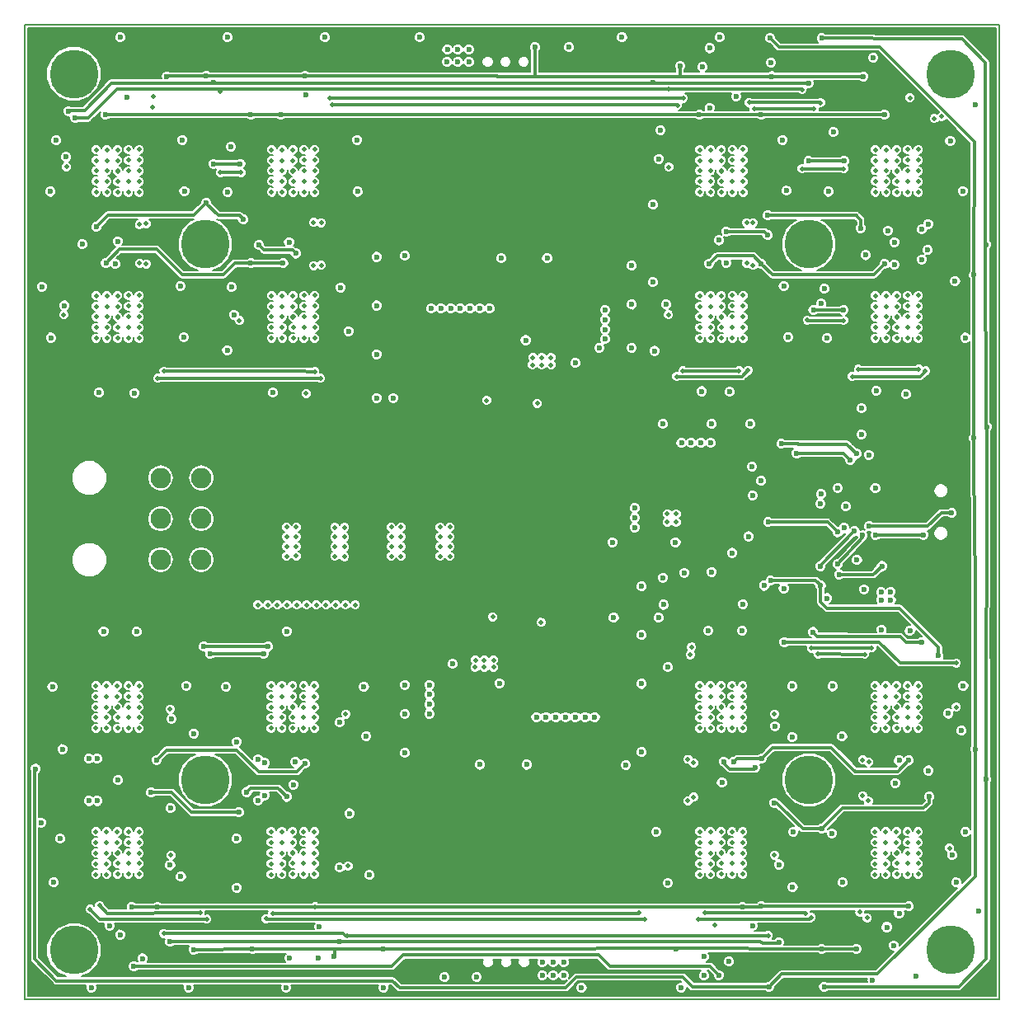
<source format=gbr>
G04 (created by PCBNEW (2013-05-16 BZR 4016)-stable) date 12. 1. 2014 16:37:08*
%MOIN*%
G04 Gerber Fmt 3.4, Leading zero omitted, Abs format*
%FSLAX34Y34*%
G01*
G70*
G90*
G04 APERTURE LIST*
%ADD10C,0.00590551*%
%ADD11C,0.19685*%
%ADD12O,0.0826X0.0826*%
%ADD13C,0.023622*%
%ADD14C,0.019685*%
%ADD15C,0.011811*%
%ADD16C,0.00787402*%
G04 APERTURE END LIST*
G54D10*
X38779Y-61023D02*
X78149Y-61023D01*
X78149Y-61023D02*
X78149Y-21653D01*
X78149Y-21653D02*
X38779Y-21653D01*
X38779Y-21653D02*
X38779Y-61023D01*
G54D11*
X46062Y-30511D03*
X40748Y-23622D03*
X40748Y-59055D03*
X46062Y-52165D03*
X70472Y-52165D03*
X76181Y-59055D03*
X76181Y-23622D03*
X70472Y-30511D03*
G54D12*
X44252Y-43267D03*
X44252Y-41614D03*
X44252Y-39961D03*
X45904Y-39961D03*
X45904Y-41614D03*
X45904Y-43267D03*
G54D13*
X62578Y-45610D03*
X64389Y-45610D03*
X57952Y-48267D03*
X56062Y-47480D03*
X59015Y-34389D03*
X61023Y-35314D03*
X62519Y-42559D03*
X65078Y-42559D03*
G54D14*
X59665Y-35393D03*
X59665Y-35098D03*
X60039Y-35393D03*
X59291Y-35393D03*
X60039Y-35098D03*
X59311Y-35098D03*
X57437Y-36828D03*
X59484Y-36946D03*
X57342Y-47323D03*
X57342Y-47618D03*
X57716Y-47618D03*
X56968Y-47618D03*
X57716Y-47322D03*
X56988Y-47322D03*
X57688Y-45578D03*
X59641Y-45804D03*
G54D13*
X59390Y-22550D03*
X65266Y-23307D03*
X72559Y-29862D03*
X72667Y-23730D03*
X50098Y-23720D03*
X47608Y-29517D03*
X41653Y-29812D03*
X44507Y-23740D03*
X68976Y-23724D03*
X46102Y-23720D03*
X46102Y-28838D03*
X68809Y-29350D03*
X57035Y-60140D03*
X53270Y-59015D03*
X65088Y-58996D03*
X45590Y-59025D03*
X47972Y-59015D03*
X70984Y-59011D03*
X70984Y-54143D03*
X72381Y-59005D03*
X47421Y-53484D03*
X69074Y-53100D03*
X75344Y-52844D03*
X43877Y-52677D03*
X51278Y-59320D03*
X73523Y-31318D03*
X49212Y-31279D03*
X49114Y-25275D03*
X68543Y-31299D03*
X66437Y-31299D03*
X42047Y-31259D03*
X42027Y-25275D03*
X47913Y-25275D03*
X47913Y-31279D03*
X68169Y-39507D03*
X68543Y-25275D03*
X73523Y-25275D03*
X66043Y-25275D03*
X68188Y-40669D03*
X44094Y-51358D03*
X67421Y-51437D03*
X74507Y-51377D03*
X50098Y-51515D03*
G54D14*
X50511Y-57303D03*
G54D13*
X43090Y-57303D03*
X68562Y-51299D03*
X68543Y-57283D03*
X74507Y-57283D03*
X67785Y-57303D03*
X44129Y-57307D03*
X68818Y-41751D03*
X71624Y-42155D03*
G54D14*
X73011Y-46830D03*
X70570Y-46850D03*
X70326Y-57559D03*
X66271Y-57549D03*
X72724Y-47090D03*
X70846Y-47086D03*
X70561Y-57724D03*
X66003Y-57793D03*
X72889Y-51448D03*
X72866Y-53019D03*
X72645Y-52807D03*
X72641Y-51358D03*
X65807Y-52870D03*
X65807Y-51484D03*
X65580Y-51338D03*
X65578Y-53015D03*
X48789Y-57559D03*
X63582Y-57549D03*
X65728Y-46801D03*
X48523Y-57785D03*
X63818Y-57795D03*
X65669Y-47106D03*
G54D13*
X48602Y-46781D03*
X46003Y-46781D03*
G54D14*
X45856Y-57549D03*
X41791Y-57253D03*
X41407Y-57401D03*
X46122Y-57805D03*
G54D13*
X46259Y-47076D03*
X48415Y-47066D03*
X48464Y-51486D03*
X48464Y-52795D03*
X48198Y-53001D03*
X48198Y-51328D03*
X41692Y-51318D03*
X41692Y-53021D03*
X41358Y-53021D03*
X41358Y-51318D03*
G54D14*
X50492Y-35657D03*
X44393Y-35645D03*
X43980Y-24555D03*
X50716Y-35937D03*
X44145Y-35937D03*
X43917Y-24984D03*
X65381Y-24610D03*
X65374Y-35633D03*
X67645Y-35625D03*
X51098Y-24618D03*
X65149Y-24889D03*
X65127Y-35860D03*
X68011Y-35606D03*
X51181Y-24881D03*
X43405Y-31287D03*
X43397Y-29716D03*
X43677Y-31311D03*
X43673Y-29688D03*
X50440Y-31374D03*
X50444Y-29633D03*
X50751Y-29641D03*
X50751Y-31366D03*
X68051Y-24779D03*
X70935Y-24789D03*
X72468Y-35570D03*
X74909Y-35561D03*
X75177Y-35637D03*
X72214Y-35856D03*
X70679Y-25033D03*
X68248Y-25043D03*
G54D13*
X72913Y-41919D03*
X76240Y-41377D03*
G54D14*
X75836Y-25354D03*
G54D13*
X73159Y-42273D03*
X75098Y-42263D03*
G54D14*
X75531Y-25437D03*
X67952Y-29641D03*
X67952Y-31283D03*
X68212Y-29645D03*
X68208Y-31370D03*
G54D13*
X75031Y-31133D03*
X75031Y-29909D03*
X75275Y-30748D03*
X75283Y-29696D03*
X72637Y-42283D03*
X71643Y-43445D03*
G54D14*
X72824Y-57755D03*
G54D13*
X72411Y-43277D03*
G54D14*
X72529Y-57507D03*
G54D13*
X72391Y-38986D03*
X69350Y-38582D03*
X69980Y-38956D03*
X72145Y-39232D03*
X71889Y-41988D03*
X72893Y-39025D03*
X73415Y-43523D03*
X71692Y-43868D03*
X73149Y-40383D03*
X72312Y-42116D03*
X70935Y-43523D03*
X69251Y-58750D03*
X51496Y-58700D03*
X44645Y-58710D03*
X44694Y-49704D03*
X44645Y-55620D03*
X51496Y-55718D03*
X51496Y-49852D03*
X69251Y-55590D03*
X69094Y-50000D03*
X76259Y-55216D03*
X76102Y-49488D03*
X40374Y-32992D03*
X40433Y-26988D03*
X47224Y-33366D03*
X47480Y-27263D03*
X46397Y-27263D03*
X64153Y-23986D03*
X64685Y-32952D03*
X64409Y-27066D03*
X71870Y-33169D03*
X70649Y-33169D03*
X71889Y-27145D03*
X70452Y-27145D03*
X70944Y-44320D03*
X68917Y-44104D03*
X75708Y-47155D03*
X70452Y-23996D03*
X46397Y-23976D03*
X40531Y-25127D03*
G54D14*
X44675Y-55216D03*
X44645Y-49311D03*
X44389Y-58375D03*
X51830Y-55649D03*
X51742Y-49507D03*
X68818Y-58464D03*
X51801Y-58464D03*
X69074Y-55206D03*
X69074Y-49507D03*
X76151Y-54931D03*
X76427Y-49222D03*
G54D13*
X69468Y-46594D03*
G54D14*
X76427Y-47440D03*
X40344Y-33366D03*
X40452Y-27381D03*
X47440Y-33602D03*
X47509Y-27618D03*
X46673Y-24340D03*
X46673Y-27618D03*
X64793Y-33366D03*
X64803Y-27391D03*
X64803Y-24242D03*
X71879Y-27460D03*
X70196Y-27460D03*
X71870Y-33592D03*
X70403Y-33572D03*
G54D13*
X68651Y-44320D03*
G54D14*
X70196Y-24271D03*
G54D13*
X40807Y-25403D03*
X39202Y-51722D03*
X77185Y-50925D03*
X68897Y-22185D03*
X68858Y-60531D03*
X77145Y-38346D03*
X77145Y-31751D03*
X43179Y-59704D03*
X39429Y-53897D03*
X66820Y-60059D03*
X77637Y-52145D03*
X70984Y-22185D03*
X71082Y-60531D03*
X77618Y-30531D03*
X77657Y-37893D03*
X70935Y-41003D03*
X70639Y-46190D03*
X75019Y-46614D03*
X72588Y-38208D03*
X70964Y-32903D03*
X72598Y-37145D03*
X60560Y-59550D03*
X59685Y-59550D03*
X59685Y-60070D03*
X60130Y-60070D03*
X60130Y-59550D03*
X65310Y-60565D03*
X66220Y-60078D03*
X61280Y-60570D03*
X60560Y-60070D03*
X41456Y-60570D03*
X45393Y-60570D03*
X49330Y-60570D03*
X53267Y-60570D03*
X42194Y-58070D03*
X55735Y-60145D03*
X55840Y-23140D03*
X56720Y-22640D03*
X56720Y-23150D03*
X56280Y-22640D03*
X56280Y-23150D03*
X46960Y-22150D03*
X54730Y-22150D03*
X55850Y-22650D03*
X50910Y-22150D03*
X42620Y-22150D03*
X60770Y-22550D03*
X73385Y-44576D03*
X73769Y-44566D03*
X73779Y-44891D03*
X72696Y-44468D03*
X73385Y-44891D03*
X70954Y-40610D03*
G54D14*
X55954Y-43129D03*
X55954Y-42736D03*
X55954Y-42342D03*
X53582Y-43129D03*
X53582Y-42736D03*
X53582Y-42342D03*
X53582Y-41948D03*
X53976Y-41948D03*
X53976Y-42342D03*
X53976Y-42736D03*
X51299Y-43129D03*
X51692Y-43139D03*
X51692Y-42746D03*
X51692Y-42352D03*
X51692Y-41958D03*
X51299Y-41958D03*
X51299Y-42352D03*
X51299Y-42746D03*
X49744Y-43120D03*
X49350Y-43129D03*
X49350Y-42736D03*
X49350Y-42342D03*
X49350Y-41948D03*
X49744Y-41948D03*
X49744Y-42342D03*
X49744Y-42736D03*
G54D13*
X73041Y-60265D03*
X67244Y-59517D03*
X66456Y-22588D03*
X49478Y-59370D03*
X71210Y-44822D03*
X69448Y-44429D03*
X67805Y-45068D03*
X64586Y-45088D03*
X43523Y-59389D03*
X40285Y-50925D03*
X47125Y-32244D03*
X74393Y-36578D03*
X67519Y-24537D03*
X50137Y-24488D03*
X42906Y-24562D03*
G54D14*
X74015Y-55551D03*
X74015Y-55984D03*
X74448Y-55984D03*
X74881Y-55984D03*
X74881Y-55551D03*
X74448Y-55551D03*
X74015Y-55118D03*
X74015Y-55137D03*
X74448Y-54704D03*
X74448Y-54271D03*
X74881Y-54271D03*
X74881Y-54704D03*
X74881Y-55137D03*
X74448Y-55137D03*
X74005Y-54694D03*
X74005Y-54261D03*
X73572Y-54261D03*
X73139Y-54261D03*
X73139Y-54694D03*
X73572Y-54694D03*
X74005Y-55127D03*
X74005Y-55127D03*
X73572Y-55561D03*
X73572Y-55994D03*
X73139Y-55994D03*
X73139Y-55561D03*
X73139Y-55127D03*
X73572Y-55127D03*
X66929Y-55551D03*
X66929Y-55984D03*
X67362Y-55984D03*
X67795Y-55984D03*
X67795Y-55551D03*
X67362Y-55551D03*
X66929Y-55118D03*
X66929Y-55137D03*
X67362Y-54704D03*
X67362Y-54271D03*
X67795Y-54271D03*
X67795Y-54704D03*
X67795Y-55137D03*
X67362Y-55137D03*
X66919Y-54694D03*
X66919Y-54261D03*
X66486Y-54261D03*
X66053Y-54261D03*
X66053Y-54694D03*
X66486Y-54694D03*
X66919Y-55127D03*
X66919Y-55127D03*
X66486Y-55561D03*
X66486Y-55994D03*
X66053Y-55994D03*
X66053Y-55561D03*
X66053Y-55127D03*
X66486Y-55127D03*
X74015Y-49645D03*
X74015Y-50078D03*
X74448Y-50078D03*
X74881Y-50078D03*
X74881Y-49645D03*
X74448Y-49645D03*
X74015Y-49212D03*
X74015Y-49232D03*
X74448Y-48799D03*
X74448Y-48366D03*
X74881Y-48366D03*
X74881Y-48799D03*
X74881Y-49232D03*
X74448Y-49232D03*
X74005Y-48789D03*
X74005Y-48356D03*
X73572Y-48356D03*
X73139Y-48356D03*
X73139Y-48789D03*
X73572Y-48789D03*
X74005Y-49222D03*
X74005Y-49222D03*
X73572Y-49655D03*
X73572Y-50088D03*
X73139Y-50088D03*
X73139Y-49655D03*
X73139Y-49222D03*
X73572Y-49222D03*
X66486Y-49222D03*
X66053Y-49222D03*
X66053Y-49655D03*
X66053Y-50088D03*
X66486Y-50088D03*
X66486Y-49655D03*
X66919Y-49222D03*
X66919Y-49222D03*
X66486Y-48789D03*
X66053Y-48789D03*
X66053Y-48356D03*
X66486Y-48356D03*
X66919Y-48356D03*
X66919Y-48789D03*
X67362Y-49232D03*
X67795Y-49232D03*
X67795Y-48799D03*
X67795Y-48366D03*
X67362Y-48366D03*
X67362Y-48799D03*
X66929Y-49232D03*
X66929Y-49212D03*
X67362Y-49645D03*
X67795Y-49645D03*
X67795Y-50078D03*
X67362Y-50078D03*
X66929Y-50078D03*
X66929Y-49645D03*
X49163Y-55127D03*
X48730Y-55127D03*
X48730Y-55561D03*
X48730Y-55994D03*
X49163Y-55994D03*
X49163Y-55561D03*
X49596Y-55127D03*
X49596Y-55127D03*
X49163Y-54694D03*
X48730Y-54694D03*
X48730Y-54261D03*
X49163Y-54261D03*
X49596Y-54261D03*
X49596Y-54694D03*
X50039Y-55137D03*
X50472Y-55137D03*
X50472Y-54704D03*
X50472Y-54271D03*
X50039Y-54271D03*
X50039Y-54704D03*
X49606Y-55137D03*
X49606Y-55118D03*
X50039Y-55551D03*
X50472Y-55551D03*
X50472Y-55984D03*
X50039Y-55984D03*
X49606Y-55984D03*
X49606Y-55551D03*
X49163Y-49222D03*
X48730Y-49222D03*
X48730Y-49655D03*
X48730Y-50088D03*
X49163Y-50088D03*
X49163Y-49655D03*
X49596Y-49222D03*
X49596Y-49222D03*
X49163Y-48789D03*
X48730Y-48789D03*
X48730Y-48356D03*
X49163Y-48356D03*
X49596Y-48356D03*
X49596Y-48789D03*
X50039Y-49232D03*
X50472Y-49232D03*
X50472Y-48799D03*
X50472Y-48366D03*
X50039Y-48366D03*
X50039Y-48799D03*
X49606Y-49232D03*
X49606Y-49212D03*
X50039Y-49645D03*
X50472Y-49645D03*
X50472Y-50078D03*
X50039Y-50078D03*
X49606Y-50078D03*
X49606Y-49645D03*
X42076Y-55127D03*
X41643Y-55127D03*
X41643Y-55561D03*
X41643Y-55994D03*
X42076Y-55994D03*
X42076Y-55561D03*
X42509Y-55127D03*
X42509Y-55127D03*
X42076Y-54694D03*
X41643Y-54694D03*
X41643Y-54261D03*
X42076Y-54261D03*
X42509Y-54261D03*
X42509Y-54694D03*
X42952Y-55137D03*
X43385Y-55137D03*
X43385Y-54704D03*
X43385Y-54271D03*
X42952Y-54271D03*
X42952Y-54704D03*
X42519Y-55137D03*
X42519Y-55118D03*
X42952Y-55551D03*
X43385Y-55551D03*
X43385Y-55984D03*
X42952Y-55984D03*
X42519Y-55984D03*
X42519Y-55551D03*
X42519Y-49645D03*
X42519Y-50078D03*
X42952Y-50078D03*
X43385Y-50078D03*
X43385Y-49645D03*
X42952Y-49645D03*
X42519Y-49212D03*
X42519Y-49232D03*
X42952Y-48799D03*
X42952Y-48366D03*
X43385Y-48366D03*
X43385Y-48799D03*
X43385Y-49232D03*
X42952Y-49232D03*
X42509Y-48789D03*
X42509Y-48356D03*
X42076Y-48356D03*
X41643Y-48356D03*
X41643Y-48789D03*
X42076Y-48789D03*
X42509Y-49222D03*
X42509Y-49222D03*
X42076Y-49655D03*
X42076Y-50088D03*
X41643Y-50088D03*
X41643Y-49655D03*
X41643Y-49222D03*
X42076Y-49222D03*
X74458Y-33454D03*
X74891Y-33454D03*
X74891Y-33021D03*
X74891Y-32588D03*
X74458Y-32588D03*
X74458Y-33021D03*
X74025Y-33454D03*
X74025Y-33454D03*
X74458Y-33887D03*
X74891Y-33887D03*
X74891Y-34320D03*
X74458Y-34320D03*
X74025Y-34320D03*
X74025Y-33887D03*
X73582Y-33444D03*
X73149Y-33444D03*
X73149Y-33877D03*
X73149Y-34311D03*
X73582Y-34311D03*
X73582Y-33877D03*
X74015Y-33444D03*
X74015Y-33464D03*
X73582Y-33031D03*
X73149Y-33031D03*
X73149Y-32598D03*
X73582Y-32598D03*
X74015Y-32598D03*
X74015Y-33031D03*
X67372Y-33454D03*
X67805Y-33454D03*
X67805Y-33021D03*
X67805Y-32588D03*
X67372Y-32588D03*
X67372Y-33021D03*
X66938Y-33454D03*
X66938Y-33454D03*
X67372Y-33887D03*
X67805Y-33887D03*
X67805Y-34320D03*
X67372Y-34320D03*
X66938Y-34320D03*
X66938Y-33887D03*
X66496Y-33444D03*
X66062Y-33444D03*
X66062Y-33877D03*
X66062Y-34311D03*
X66496Y-34311D03*
X66496Y-33877D03*
X66929Y-33444D03*
X66929Y-33464D03*
X66496Y-33031D03*
X66062Y-33031D03*
X66062Y-32598D03*
X66496Y-32598D03*
X66929Y-32598D03*
X66929Y-33031D03*
X74458Y-27549D03*
X74891Y-27549D03*
X74891Y-27116D03*
X74891Y-26683D03*
X74458Y-26683D03*
X74458Y-27116D03*
X74025Y-27549D03*
X74025Y-27549D03*
X74458Y-27982D03*
X74891Y-27982D03*
X74891Y-28415D03*
X74458Y-28415D03*
X74025Y-28415D03*
X74025Y-27982D03*
X73582Y-27539D03*
X73149Y-27539D03*
X73149Y-27972D03*
X73149Y-28405D03*
X73582Y-28405D03*
X73582Y-27972D03*
X74015Y-27539D03*
X74015Y-27559D03*
X73582Y-27125D03*
X73149Y-27125D03*
X73149Y-26692D03*
X73582Y-26692D03*
X74015Y-26692D03*
X74015Y-27125D03*
X66929Y-27125D03*
X66929Y-26692D03*
X66496Y-26692D03*
X66062Y-26692D03*
X66062Y-27125D03*
X66496Y-27125D03*
X66929Y-27559D03*
X66929Y-27539D03*
X66496Y-27972D03*
X66496Y-28405D03*
X66062Y-28405D03*
X66062Y-27972D03*
X66062Y-27539D03*
X66496Y-27539D03*
X66938Y-27982D03*
X66938Y-28415D03*
X67372Y-28415D03*
X67805Y-28415D03*
X67805Y-27982D03*
X67372Y-27982D03*
X66938Y-27549D03*
X66938Y-27549D03*
X67372Y-27116D03*
X67372Y-26683D03*
X67805Y-26683D03*
X67805Y-27116D03*
X67805Y-27549D03*
X67372Y-27549D03*
X49606Y-33031D03*
X49606Y-32598D03*
X49173Y-32598D03*
X48740Y-32598D03*
X48740Y-33031D03*
X49173Y-33031D03*
X49606Y-33464D03*
X49606Y-33444D03*
X49173Y-33877D03*
X49173Y-34311D03*
X48740Y-34311D03*
X48740Y-33877D03*
X48740Y-33444D03*
X49173Y-33444D03*
X49616Y-33887D03*
X49616Y-34320D03*
X50049Y-34320D03*
X50482Y-34320D03*
X50482Y-33887D03*
X50049Y-33887D03*
X49616Y-33454D03*
X49616Y-33454D03*
X50049Y-33021D03*
X50049Y-32588D03*
X50482Y-32588D03*
X50482Y-33021D03*
X50482Y-33454D03*
X50049Y-33454D03*
X42519Y-33031D03*
X42519Y-32598D03*
X42086Y-32598D03*
X41653Y-32598D03*
X41653Y-33031D03*
X42086Y-33031D03*
X42519Y-33464D03*
X42519Y-33444D03*
X42086Y-33877D03*
X42086Y-34311D03*
X41653Y-34311D03*
X41653Y-33877D03*
X41653Y-33444D03*
X42086Y-33444D03*
X42529Y-33887D03*
X42529Y-34320D03*
X42962Y-34320D03*
X43395Y-34320D03*
X43395Y-33887D03*
X42962Y-33887D03*
X42529Y-33454D03*
X42529Y-33454D03*
X42962Y-33021D03*
X42962Y-32588D03*
X43395Y-32588D03*
X43395Y-33021D03*
X43395Y-33454D03*
X42962Y-33454D03*
X49606Y-27125D03*
X49606Y-26692D03*
X49173Y-26692D03*
X48740Y-26692D03*
X48740Y-27125D03*
X49173Y-27125D03*
X49606Y-27559D03*
X49606Y-27539D03*
X49173Y-27972D03*
X49173Y-28405D03*
X48740Y-28405D03*
X48740Y-27972D03*
X48740Y-27539D03*
X49173Y-27539D03*
X49616Y-27982D03*
X49616Y-28415D03*
X50049Y-28415D03*
X50482Y-28415D03*
X50482Y-27982D03*
X50049Y-27982D03*
X49616Y-27549D03*
X49616Y-27549D03*
X50049Y-27116D03*
X50049Y-26683D03*
X50482Y-26683D03*
X50482Y-27116D03*
X50482Y-27549D03*
X50049Y-27549D03*
X42962Y-27549D03*
X43395Y-27549D03*
X43395Y-27116D03*
X43395Y-26683D03*
X42962Y-26683D03*
X42962Y-27116D03*
X42529Y-27549D03*
X42529Y-27549D03*
X42962Y-27982D03*
X43395Y-27982D03*
X43395Y-28415D03*
X42962Y-28415D03*
X42529Y-28415D03*
X42529Y-27982D03*
X42086Y-27539D03*
X41653Y-27539D03*
X41653Y-27972D03*
X41653Y-28405D03*
X42086Y-28405D03*
X42086Y-27972D03*
X42519Y-27539D03*
X42519Y-27559D03*
X42086Y-27125D03*
X41653Y-27125D03*
X41653Y-26692D03*
X42086Y-26692D03*
X42519Y-26692D03*
X42519Y-27125D03*
G54D13*
X62913Y-22145D03*
X66850Y-22145D03*
X77204Y-24862D03*
X76417Y-56318D03*
X77342Y-57480D03*
X74783Y-60098D03*
X73614Y-58122D03*
X68031Y-42322D03*
X67362Y-42992D03*
X66535Y-43759D03*
X65433Y-43799D03*
X64566Y-43996D03*
X68110Y-37775D03*
X66535Y-37775D03*
X64566Y-37775D03*
X63700Y-44350D03*
X63700Y-46318D03*
X63700Y-48287D03*
X63700Y-51043D03*
X63070Y-51574D03*
X59448Y-49625D03*
X59842Y-49625D03*
X60236Y-49625D03*
X60629Y-49625D03*
X61023Y-49625D03*
X61417Y-49625D03*
X61811Y-49625D03*
X59055Y-51555D03*
X57165Y-51555D03*
X54133Y-51082D03*
X54133Y-49507D03*
X54133Y-48326D03*
G54D14*
X74551Y-24598D03*
G54D13*
X73070Y-22972D03*
X57559Y-33110D03*
X57165Y-33110D03*
X56771Y-33110D03*
X56377Y-33110D03*
X55984Y-33110D03*
X55590Y-33110D03*
X55196Y-33110D03*
X63307Y-31377D03*
X63307Y-32952D03*
X63307Y-34704D03*
X61988Y-34704D03*
X58031Y-31082D03*
X59881Y-31082D03*
X53661Y-36732D03*
X52992Y-36732D03*
X52992Y-34960D03*
X52992Y-32992D03*
X52992Y-31023D03*
X54133Y-30984D03*
G54D14*
X48188Y-45098D03*
X48582Y-45098D03*
X48976Y-45098D03*
X49370Y-45098D03*
X49763Y-45098D03*
X52125Y-45098D03*
X51732Y-45098D03*
X51338Y-45098D03*
X50944Y-45098D03*
X50551Y-45098D03*
X50157Y-45098D03*
X53976Y-43129D03*
X55954Y-41948D03*
X55561Y-41948D03*
X55561Y-42342D03*
X55561Y-42736D03*
X55561Y-43129D03*
G54D13*
X66948Y-52282D03*
X71830Y-56318D03*
X76377Y-32007D03*
G54D14*
X50141Y-36555D03*
X66653Y-58055D03*
G54D13*
X39823Y-34291D03*
X76181Y-26338D03*
X39940Y-56318D03*
X43287Y-46181D03*
X45610Y-50295D03*
X45294Y-48366D03*
X46969Y-28405D03*
X39804Y-28385D03*
X76692Y-28366D03*
X67775Y-46141D03*
X64763Y-47618D03*
X69783Y-48385D03*
X66397Y-46141D03*
X64763Y-56338D03*
X64292Y-54271D03*
X69842Y-54271D03*
X76790Y-34291D03*
X76790Y-54271D03*
X73956Y-52302D03*
X74547Y-46141D03*
X73405Y-46102D03*
X71811Y-50413D03*
X71201Y-34311D03*
X76712Y-48366D03*
X76643Y-50177D03*
X71260Y-28385D03*
X71092Y-32312D03*
X71456Y-25984D03*
X73917Y-30433D03*
X66830Y-30355D03*
X67263Y-36480D03*
X69448Y-32204D03*
X66141Y-36456D03*
X73188Y-36437D03*
X52204Y-26299D03*
X43208Y-36535D03*
X48799Y-36515D03*
X45059Y-32204D03*
X41771Y-36515D03*
X64232Y-34822D03*
X69409Y-26299D03*
X64173Y-28917D03*
X52706Y-56013D03*
X45078Y-56082D03*
X52480Y-48405D03*
X49350Y-46161D03*
X49625Y-52361D03*
X51889Y-53524D03*
X44655Y-53316D03*
X42539Y-52184D03*
X51535Y-32263D03*
X46948Y-34803D03*
X49448Y-30432D03*
X42519Y-30392D03*
X68937Y-23169D03*
X62224Y-33169D03*
X62224Y-33562D03*
X62224Y-33956D03*
X62224Y-34350D03*
X63425Y-41968D03*
X63425Y-41574D03*
X63425Y-41181D03*
X55118Y-49507D03*
X55118Y-49114D03*
X55118Y-48720D03*
X55118Y-48326D03*
X66496Y-38543D03*
X66102Y-38543D03*
X65708Y-38543D03*
X65314Y-38543D03*
G54D14*
X65098Y-41751D03*
X64744Y-41751D03*
X65098Y-41417D03*
X64744Y-41417D03*
G54D13*
X68543Y-40078D03*
X47342Y-56534D03*
X41948Y-46161D03*
X47342Y-50629D03*
X52568Y-50403D03*
X69793Y-50442D03*
X69812Y-56505D03*
X69566Y-28346D03*
X64468Y-25905D03*
X69625Y-34271D03*
X64153Y-32047D03*
X51850Y-34034D03*
X52224Y-28385D03*
X45196Y-34271D03*
X45137Y-26299D03*
X45216Y-28366D03*
X47106Y-26574D03*
X39458Y-32234D03*
X40039Y-26318D03*
X46909Y-48405D03*
X71397Y-54330D03*
X47322Y-54546D03*
X40196Y-54546D03*
X39881Y-48405D03*
X71417Y-48385D03*
X71958Y-41112D03*
X71633Y-40374D03*
X49723Y-30885D03*
X48238Y-30551D03*
X75305Y-51791D03*
X74114Y-51377D03*
X66456Y-25000D03*
X66171Y-23346D03*
X42421Y-31318D03*
X41092Y-30511D03*
X66220Y-59311D03*
X68188Y-58061D03*
X67125Y-31259D03*
X67125Y-30000D03*
X68809Y-30147D03*
X72765Y-30954D03*
X73917Y-31338D03*
X73661Y-29960D03*
X74114Y-57559D03*
X73897Y-58858D03*
X47746Y-52658D03*
X49350Y-52854D03*
X49704Y-51437D03*
X42618Y-58425D03*
X68306Y-51673D03*
X67027Y-51427D03*
X50679Y-58120D03*
X50620Y-59370D03*
X60150Y-23050D03*
X60570Y-23050D03*
X59730Y-23050D03*
X56360Y-59620D03*
X55940Y-59620D03*
X56780Y-59620D03*
X70905Y-42795D03*
X69635Y-39419D03*
X69133Y-34901D03*
X71200Y-44094D03*
X67706Y-43780D03*
X76279Y-34901D03*
X39183Y-49990D03*
X76663Y-26279D03*
X47480Y-29015D03*
X40314Y-34901D03*
X64409Y-50551D03*
X64763Y-48129D03*
X69192Y-47755D03*
X64271Y-56437D03*
X64803Y-53681D03*
X69271Y-53700D03*
X71338Y-56456D03*
X76279Y-53681D03*
X71889Y-53641D03*
X71318Y-50511D03*
X71712Y-34960D03*
X76122Y-47795D03*
X71909Y-47795D03*
X71771Y-29015D03*
X76889Y-32578D03*
X76220Y-28996D03*
X69911Y-32214D03*
X64724Y-34192D03*
X69881Y-26240D03*
X69133Y-28937D03*
X64685Y-28307D03*
X52007Y-47716D03*
X46614Y-50531D03*
X47421Y-47795D03*
X46594Y-56456D03*
X52007Y-54035D03*
X47185Y-54035D03*
X44665Y-54311D03*
X39448Y-56476D03*
X40059Y-54035D03*
X40374Y-47814D03*
X44783Y-47795D03*
X52027Y-31614D03*
X51968Y-34547D03*
X47460Y-34212D03*
X45551Y-32106D03*
X52696Y-26200D03*
X45629Y-26181D03*
X40295Y-29015D03*
X72303Y-38543D03*
X67086Y-40019D03*
X66692Y-40019D03*
X66692Y-39625D03*
X67086Y-39625D03*
X67086Y-39232D03*
X66692Y-39232D03*
X75000Y-38346D03*
X51732Y-28956D03*
X44704Y-34881D03*
X44704Y-28956D03*
X69271Y-59527D03*
X71062Y-23169D03*
G54D15*
X59390Y-22550D02*
X59390Y-23724D01*
X65255Y-23724D02*
X65255Y-23317D01*
X65255Y-23317D02*
X65266Y-23307D01*
X57874Y-23724D02*
X59390Y-23724D01*
X59390Y-23724D02*
X65255Y-23724D01*
X65255Y-23724D02*
X66830Y-23724D01*
X72381Y-29350D02*
X72381Y-29360D01*
X72559Y-29537D02*
X72559Y-29862D01*
X69921Y-29350D02*
X69448Y-29350D01*
X72381Y-29350D02*
X69921Y-29350D01*
X69448Y-29350D02*
X68809Y-29350D01*
X72381Y-29360D02*
X72559Y-29537D01*
X72661Y-23724D02*
X68976Y-23724D01*
X72667Y-23730D02*
X72661Y-23724D01*
X47460Y-29350D02*
X47608Y-29517D01*
X46102Y-28838D02*
X46102Y-28858D01*
X46594Y-29350D02*
X47460Y-29350D01*
X46102Y-28858D02*
X46594Y-29350D01*
X45610Y-29330D02*
X42135Y-29330D01*
X42135Y-29330D02*
X41653Y-29812D01*
X45610Y-29330D02*
X46102Y-28838D01*
X44507Y-23740D02*
X44507Y-23720D01*
X66830Y-23724D02*
X68976Y-23724D01*
X57869Y-23720D02*
X50098Y-23720D01*
X50098Y-23720D02*
X49507Y-23720D01*
X57869Y-23720D02*
X57874Y-23724D01*
X49507Y-23720D02*
X46102Y-23720D01*
X46102Y-23720D02*
X44507Y-23720D01*
X44507Y-23720D02*
X44488Y-23720D01*
X58562Y-59015D02*
X54220Y-59015D01*
X54220Y-59015D02*
X53270Y-59015D01*
X53270Y-59015D02*
X51309Y-59015D01*
X65088Y-58988D02*
X58582Y-58995D01*
X58562Y-59015D02*
X58582Y-58995D01*
X70984Y-54143D02*
X70216Y-54143D01*
X70984Y-59011D02*
X72381Y-59005D01*
X65088Y-58996D02*
X65088Y-58996D01*
X65088Y-58996D02*
X65088Y-58988D01*
X70984Y-54143D02*
X71820Y-53307D01*
X51309Y-59015D02*
X51309Y-59290D01*
X51309Y-59015D02*
X49921Y-59015D01*
X49921Y-59015D02*
X47972Y-59015D01*
X47972Y-59015D02*
X45590Y-59025D01*
X45590Y-59025D02*
X45600Y-59025D01*
X70984Y-59011D02*
X65088Y-58988D01*
X69409Y-53346D02*
X69163Y-53100D01*
X70216Y-54143D02*
X69409Y-53346D01*
X75098Y-53307D02*
X75108Y-53307D01*
X71820Y-53307D02*
X75098Y-53307D01*
X75108Y-53307D02*
X75324Y-53090D01*
X45511Y-53484D02*
X44704Y-52677D01*
X45511Y-53484D02*
X47421Y-53484D01*
X51309Y-59290D02*
X51278Y-59320D01*
X75324Y-53090D02*
X75344Y-52844D01*
X69163Y-53100D02*
X69074Y-53100D01*
X43877Y-52677D02*
X44704Y-52677D01*
X43877Y-52677D02*
X43877Y-52677D01*
X73090Y-31751D02*
X73523Y-31318D01*
X68996Y-31751D02*
X73090Y-31751D01*
X68543Y-31299D02*
X68996Y-31751D01*
X49212Y-31279D02*
X47913Y-31279D01*
X66437Y-31299D02*
X66764Y-30982D01*
X66764Y-30982D02*
X68226Y-30982D01*
X68226Y-30982D02*
X68543Y-31299D01*
X66043Y-25275D02*
X49192Y-25275D01*
X49192Y-25275D02*
X49114Y-25275D01*
X49114Y-25275D02*
X47913Y-25275D01*
X42047Y-25275D02*
X42027Y-25275D01*
X47913Y-25275D02*
X42047Y-25275D01*
X47283Y-31279D02*
X47263Y-31279D01*
X47913Y-31279D02*
X47283Y-31279D01*
X46791Y-31751D02*
X45137Y-31751D01*
X45137Y-31751D02*
X44106Y-30716D01*
X44106Y-30716D02*
X42590Y-30712D01*
X42590Y-30712D02*
X42047Y-31259D01*
X47263Y-31279D02*
X46791Y-31751D01*
X68543Y-25275D02*
X73523Y-25275D01*
X68543Y-25275D02*
X66043Y-25275D01*
X67421Y-51437D02*
X67568Y-51299D01*
X67568Y-51299D02*
X68562Y-51299D01*
X72338Y-51826D02*
X74059Y-51822D01*
X74059Y-51822D02*
X74507Y-51377D01*
X71377Y-50866D02*
X68996Y-50866D01*
X68562Y-51299D02*
X68996Y-50866D01*
X72318Y-51807D02*
X72338Y-51826D01*
X72338Y-51826D02*
X71377Y-50866D01*
X44094Y-51358D02*
X44494Y-50964D01*
X44494Y-50964D02*
X47338Y-50960D01*
X47338Y-50960D02*
X48218Y-51840D01*
X48218Y-51840D02*
X49773Y-51840D01*
X49773Y-51840D02*
X50098Y-51515D01*
X43090Y-57303D02*
X44129Y-57307D01*
X68543Y-57283D02*
X74507Y-57283D01*
X68543Y-57283D02*
X68523Y-57303D01*
X68523Y-57303D02*
X67785Y-57303D01*
X50413Y-57303D02*
X50511Y-57303D01*
X50511Y-57303D02*
X67785Y-57303D01*
X44129Y-57307D02*
X50413Y-57303D01*
X71220Y-41751D02*
X68818Y-41751D01*
X71624Y-42155D02*
X71220Y-41751D01*
X73011Y-46830D02*
X72992Y-46850D01*
X72992Y-46850D02*
X70570Y-46850D01*
X70326Y-57559D02*
X70316Y-57549D01*
X66271Y-57549D02*
X70316Y-57549D01*
X72724Y-47090D02*
X70846Y-47086D01*
X66003Y-57793D02*
X70492Y-57793D01*
X48789Y-57559D02*
X48779Y-57559D01*
X63553Y-57578D02*
X48789Y-57559D01*
X48789Y-57559D02*
X48779Y-57559D01*
X63582Y-57549D02*
X63553Y-57578D01*
X63818Y-57795D02*
X48533Y-57795D01*
X48533Y-57795D02*
X48523Y-57785D01*
X63818Y-57795D02*
X63828Y-57805D01*
X46003Y-46781D02*
X48602Y-46781D01*
X42096Y-57559D02*
X45856Y-57549D01*
X41791Y-57253D02*
X42096Y-57559D01*
X46112Y-57795D02*
X41801Y-57795D01*
X41801Y-57795D02*
X41407Y-57401D01*
X46122Y-57805D02*
X46112Y-57795D01*
X48405Y-47076D02*
X46259Y-47076D01*
X48415Y-47066D02*
X48405Y-47076D01*
X50492Y-35657D02*
X49763Y-35653D01*
X49763Y-35653D02*
X44830Y-35649D01*
X44830Y-35649D02*
X44393Y-35645D01*
X50488Y-35938D02*
X50716Y-35937D01*
X44375Y-35938D02*
X50488Y-35938D01*
X44145Y-35937D02*
X44375Y-35938D01*
X67635Y-35635D02*
X65374Y-35633D01*
X67645Y-35625D02*
X67635Y-35635D01*
X65377Y-24606D02*
X51098Y-24618D01*
X65381Y-24610D02*
X65377Y-24606D01*
X65127Y-35860D02*
X65137Y-35870D01*
X65137Y-35870D02*
X67751Y-35870D01*
X67751Y-35870D02*
X68011Y-35606D01*
X65141Y-24881D02*
X51181Y-24881D01*
X65149Y-24889D02*
X65141Y-24881D01*
X70925Y-24779D02*
X68051Y-24779D01*
X70935Y-24789D02*
X70925Y-24779D01*
X74899Y-35570D02*
X72468Y-35570D01*
X74909Y-35561D02*
X74899Y-35570D01*
X75177Y-35667D02*
X75177Y-35637D01*
X74980Y-35856D02*
X75177Y-35667D01*
X72214Y-35856D02*
X74980Y-35856D01*
X68257Y-25033D02*
X70679Y-25033D01*
X68248Y-25043D02*
X68257Y-25033D01*
X72913Y-41919D02*
X75275Y-41919D01*
X75275Y-41919D02*
X75816Y-41377D01*
X75816Y-41377D02*
X76240Y-41377D01*
X75836Y-25354D02*
X75816Y-25374D01*
X75098Y-42263D02*
X73149Y-42263D01*
X72637Y-42381D02*
X72637Y-42283D01*
X72637Y-42381D02*
X71643Y-43445D01*
X72391Y-38986D02*
X71998Y-38592D01*
X71998Y-38592D02*
X70029Y-38592D01*
X70029Y-38592D02*
X70019Y-38582D01*
X70019Y-38582D02*
X69350Y-38582D01*
X69960Y-38956D02*
X69980Y-38956D01*
X71879Y-38956D02*
X69960Y-38956D01*
X72145Y-39232D02*
X71879Y-38956D01*
X73061Y-43877D02*
X73415Y-43523D01*
X71702Y-43877D02*
X73061Y-43877D01*
X71692Y-43868D02*
X71702Y-43877D01*
X72312Y-42119D02*
X72312Y-42116D01*
X70944Y-43494D02*
X72312Y-42119D01*
X70974Y-43484D02*
X70944Y-43494D01*
X70935Y-43523D02*
X70974Y-43484D01*
X68582Y-58769D02*
X69232Y-58769D01*
X68513Y-58700D02*
X68582Y-58769D01*
X51496Y-58700D02*
X68513Y-58700D01*
X69232Y-58769D02*
X69251Y-58750D01*
X44645Y-58710D02*
X44714Y-58710D01*
X44724Y-58700D02*
X51496Y-58700D01*
X44714Y-58710D02*
X44724Y-58700D01*
X46397Y-27263D02*
X47480Y-27263D01*
X70649Y-33169D02*
X71870Y-33169D01*
X70452Y-27145D02*
X71889Y-27145D01*
X70944Y-44320D02*
X70954Y-44320D01*
X70738Y-44104D02*
X68917Y-44104D01*
X70954Y-44320D02*
X70738Y-44104D01*
X71240Y-45226D02*
X71190Y-45226D01*
X70935Y-44970D02*
X70944Y-44320D01*
X71190Y-45226D02*
X70935Y-44970D01*
X74124Y-45226D02*
X75708Y-46811D01*
X71230Y-45226D02*
X71240Y-45226D01*
X71240Y-45226D02*
X74124Y-45226D01*
X75708Y-46811D02*
X75708Y-47155D01*
X46397Y-23976D02*
X46397Y-23996D01*
X70452Y-23996D02*
X64153Y-23996D01*
X64153Y-23996D02*
X46397Y-23996D01*
X46397Y-23996D02*
X42261Y-23996D01*
X41188Y-25108D02*
X42261Y-23996D01*
X40551Y-25108D02*
X41188Y-25108D01*
X40531Y-25127D02*
X40551Y-25108D01*
X51732Y-58464D02*
X51801Y-58464D01*
X51643Y-58375D02*
X44389Y-58375D01*
X51732Y-58464D02*
X51643Y-58375D01*
X51801Y-58464D02*
X52106Y-58464D01*
X52106Y-58464D02*
X68818Y-58464D01*
X72293Y-46594D02*
X73307Y-46594D01*
X72293Y-46594D02*
X69468Y-46594D01*
X74153Y-47440D02*
X76427Y-47440D01*
X73307Y-46594D02*
X74153Y-47440D01*
X46663Y-24330D02*
X46673Y-24340D01*
X46663Y-24330D02*
X46663Y-24232D01*
X47509Y-27618D02*
X46673Y-27618D01*
X70196Y-27460D02*
X71879Y-27460D01*
X71870Y-33592D02*
X70423Y-33592D01*
X70423Y-33592D02*
X70403Y-33572D01*
X53838Y-24232D02*
X64803Y-24234D01*
X64803Y-24234D02*
X70192Y-24236D01*
X70192Y-24236D02*
X70196Y-24232D01*
X70149Y-24224D02*
X70196Y-24232D01*
X70196Y-24271D02*
X70149Y-24224D01*
X42499Y-24232D02*
X46663Y-24232D01*
X46663Y-24232D02*
X46673Y-24232D01*
X46673Y-24232D02*
X46681Y-24232D01*
X46681Y-24232D02*
X53838Y-24232D01*
X53838Y-24232D02*
X53842Y-24232D01*
X41318Y-25413D02*
X42499Y-24232D01*
X40814Y-25411D02*
X41318Y-25413D01*
X40807Y-25403D02*
X40814Y-25411D01*
X68858Y-60531D02*
X65757Y-60531D01*
X39163Y-51761D02*
X39202Y-51722D01*
X39163Y-59419D02*
X39163Y-51761D01*
X40039Y-60295D02*
X39163Y-59419D01*
X53641Y-60295D02*
X40039Y-60295D01*
X53917Y-60570D02*
X53641Y-60295D01*
X60639Y-60570D02*
X53917Y-60570D01*
X61072Y-60137D02*
X60639Y-60570D01*
X65364Y-60137D02*
X61072Y-60137D01*
X65757Y-60531D02*
X65364Y-60137D01*
X77185Y-50925D02*
X77185Y-50984D01*
X72913Y-22539D02*
X69251Y-22539D01*
X69251Y-22539D02*
X68897Y-22185D01*
X69370Y-60019D02*
X68858Y-60531D01*
X73238Y-60019D02*
X69370Y-60019D01*
X77185Y-56072D02*
X73238Y-60019D01*
X77185Y-55905D02*
X77185Y-56072D01*
X77185Y-53011D02*
X77185Y-55905D01*
X77185Y-50984D02*
X77185Y-53011D01*
X77185Y-47204D02*
X77185Y-50984D01*
X77145Y-38346D02*
X77145Y-38051D01*
X77165Y-42933D02*
X77185Y-43267D01*
X77185Y-43267D02*
X77185Y-47204D01*
X77185Y-47204D02*
X77185Y-47204D01*
X77145Y-38346D02*
X77165Y-42933D01*
X77145Y-31673D02*
X77157Y-26360D01*
X73336Y-22539D02*
X72913Y-22539D01*
X72913Y-22539D02*
X72893Y-22539D01*
X77157Y-26360D02*
X73336Y-22539D01*
X77145Y-38051D02*
X77145Y-31751D01*
X77145Y-31751D02*
X77145Y-31673D01*
X61955Y-59245D02*
X62414Y-59704D01*
X54060Y-59245D02*
X61955Y-59245D01*
X53610Y-59695D02*
X54060Y-59245D01*
X53610Y-59704D02*
X53610Y-59695D01*
X53610Y-59704D02*
X43179Y-59704D01*
X66820Y-60059D02*
X66466Y-59704D01*
X66466Y-59704D02*
X62414Y-59704D01*
X43179Y-59704D02*
X43218Y-59704D01*
X75157Y-22204D02*
X70984Y-22185D01*
X77637Y-57755D02*
X77637Y-59409D01*
X77637Y-50059D02*
X77637Y-52145D01*
X77637Y-52145D02*
X77637Y-57755D01*
X77637Y-59409D02*
X76515Y-60531D01*
X77637Y-47263D02*
X77637Y-50059D01*
X77634Y-47260D02*
X77637Y-47263D01*
X77660Y-43185D02*
X77634Y-47260D01*
X76515Y-60531D02*
X71082Y-60531D01*
X77612Y-30531D02*
X77612Y-30531D01*
X77618Y-30531D02*
X77612Y-30531D01*
X77618Y-30531D02*
X77618Y-30531D01*
X77657Y-37893D02*
X77618Y-37716D01*
X77618Y-37460D02*
X77612Y-30531D01*
X77612Y-30531D02*
X77612Y-30511D01*
X77608Y-24188D02*
X77608Y-23159D01*
X77612Y-30511D02*
X77608Y-24188D01*
X77608Y-23159D02*
X76653Y-22204D01*
X77618Y-37716D02*
X77618Y-37460D01*
X77657Y-42500D02*
X77660Y-43185D01*
X77657Y-42500D02*
X77657Y-37893D01*
X76653Y-22204D02*
X76240Y-22204D01*
X76240Y-22204D02*
X75157Y-22204D01*
X70797Y-46358D02*
X70639Y-46190D01*
X75019Y-46614D02*
X74399Y-46614D01*
X74153Y-46368D02*
X70797Y-46358D01*
X74399Y-46614D02*
X74153Y-46368D01*
X48435Y-30748D02*
X48238Y-30551D01*
X49585Y-30748D02*
X48435Y-30748D01*
X49723Y-30885D02*
X49585Y-30748D01*
X67125Y-30000D02*
X68661Y-30000D01*
X68661Y-30000D02*
X68809Y-30147D01*
X48996Y-52500D02*
X49350Y-52854D01*
X47904Y-52500D02*
X48996Y-52500D01*
X47904Y-52500D02*
X47746Y-52658D01*
X67027Y-51496D02*
X67027Y-51427D01*
X67253Y-51722D02*
X67027Y-51496D01*
X68256Y-51722D02*
X67253Y-51722D01*
X68306Y-51673D02*
X68256Y-51722D01*
G54D10*
G36*
X78031Y-60905D02*
X77893Y-60905D01*
X77893Y-37846D01*
X77857Y-37760D01*
X77795Y-37697D01*
X77795Y-37697D01*
X77795Y-37460D01*
X77790Y-37434D01*
X77790Y-30693D01*
X77818Y-30665D01*
X77854Y-30578D01*
X77854Y-30484D01*
X77818Y-30397D01*
X77785Y-30364D01*
X77785Y-24188D01*
X77785Y-23159D01*
X77785Y-23159D01*
X77771Y-23091D01*
X77733Y-23034D01*
X77733Y-23034D01*
X76778Y-22079D01*
X76721Y-22041D01*
X76653Y-22027D01*
X76240Y-22027D01*
X75157Y-22027D01*
X75146Y-22029D01*
X71141Y-22008D01*
X71118Y-21984D01*
X71031Y-21948D01*
X70937Y-21948D01*
X70850Y-21984D01*
X70784Y-22051D01*
X70748Y-22137D01*
X70747Y-22231D01*
X70783Y-22318D01*
X70827Y-22362D01*
X69325Y-22362D01*
X69133Y-22170D01*
X69133Y-22138D01*
X69098Y-22051D01*
X69031Y-21984D01*
X68944Y-21948D01*
X68850Y-21948D01*
X68764Y-21984D01*
X68697Y-22051D01*
X68661Y-22137D01*
X68661Y-22231D01*
X68697Y-22318D01*
X68763Y-22385D01*
X68850Y-22421D01*
X68883Y-22421D01*
X69126Y-22664D01*
X69184Y-22703D01*
X69251Y-22716D01*
X72893Y-22716D01*
X72913Y-22716D01*
X73263Y-22716D01*
X75716Y-25169D01*
X75714Y-25170D01*
X75653Y-25231D01*
X75645Y-25249D01*
X75574Y-25220D01*
X75488Y-25220D01*
X75408Y-25253D01*
X75348Y-25314D01*
X75314Y-25393D01*
X75314Y-25479D01*
X75347Y-25559D01*
X75408Y-25620D01*
X75488Y-25653D01*
X75574Y-25653D01*
X75653Y-25620D01*
X75714Y-25559D01*
X75722Y-25541D01*
X75793Y-25570D01*
X75879Y-25570D01*
X75959Y-25538D01*
X76020Y-25477D01*
X76021Y-25474D01*
X76977Y-26430D01*
X76968Y-31594D01*
X76945Y-31617D01*
X76929Y-31657D01*
X76929Y-28319D01*
X76893Y-28232D01*
X76826Y-28166D01*
X76740Y-28129D01*
X76646Y-28129D01*
X76559Y-28165D01*
X76492Y-28232D01*
X76456Y-28318D01*
X76456Y-28412D01*
X76492Y-28499D01*
X76558Y-28566D01*
X76645Y-28602D01*
X76739Y-28602D01*
X76826Y-28566D01*
X76893Y-28500D01*
X76929Y-28413D01*
X76929Y-28319D01*
X76929Y-31657D01*
X76909Y-31704D01*
X76909Y-31798D01*
X76945Y-31885D01*
X76968Y-31908D01*
X76968Y-34135D01*
X76924Y-34091D01*
X76837Y-34055D01*
X76743Y-34055D01*
X76656Y-34090D01*
X76614Y-34133D01*
X76614Y-31961D01*
X76578Y-31874D01*
X76511Y-31807D01*
X76425Y-31771D01*
X76417Y-31771D01*
X76417Y-26291D01*
X76381Y-26204D01*
X76315Y-26138D01*
X76228Y-26102D01*
X76134Y-26102D01*
X76047Y-26138D01*
X75980Y-26204D01*
X75944Y-26291D01*
X75944Y-26385D01*
X75980Y-26472D01*
X76047Y-26538D01*
X76133Y-26574D01*
X76227Y-26574D01*
X76314Y-26538D01*
X76381Y-26472D01*
X76417Y-26385D01*
X76417Y-26291D01*
X76417Y-31771D01*
X76331Y-31771D01*
X76244Y-31807D01*
X76177Y-31873D01*
X76141Y-31960D01*
X76141Y-32054D01*
X76177Y-32141D01*
X76243Y-32208D01*
X76330Y-32244D01*
X76424Y-32244D01*
X76511Y-32208D01*
X76578Y-32141D01*
X76614Y-32055D01*
X76614Y-31961D01*
X76614Y-34133D01*
X76590Y-34157D01*
X76554Y-34244D01*
X76554Y-34338D01*
X76590Y-34424D01*
X76656Y-34491D01*
X76743Y-34527D01*
X76837Y-34527D01*
X76924Y-34491D01*
X76968Y-34447D01*
X76968Y-38051D01*
X76968Y-38189D01*
X76945Y-38212D01*
X76909Y-38299D01*
X76909Y-38393D01*
X76945Y-38480D01*
X76969Y-38503D01*
X76984Y-42933D01*
X76989Y-42957D01*
X77007Y-43269D01*
X77007Y-47204D01*
X77007Y-50768D01*
X76984Y-50791D01*
X76948Y-50878D01*
X76948Y-48319D01*
X76912Y-48232D01*
X76846Y-48166D01*
X76759Y-48129D01*
X76665Y-48129D01*
X76643Y-48139D01*
X76643Y-47398D01*
X76610Y-47318D01*
X76549Y-47257D01*
X76476Y-47226D01*
X76476Y-41331D01*
X76440Y-41244D01*
X76374Y-41177D01*
X76287Y-41141D01*
X76193Y-41141D01*
X76106Y-41177D01*
X76102Y-41181D01*
X76102Y-40414D01*
X76058Y-40305D01*
X75975Y-40222D01*
X75866Y-40177D01*
X75749Y-40177D01*
X75640Y-40222D01*
X75557Y-40305D01*
X75519Y-40396D01*
X75519Y-29650D01*
X75483Y-29563D01*
X75417Y-29496D01*
X75330Y-29460D01*
X75236Y-29460D01*
X75149Y-29496D01*
X75108Y-29537D01*
X75108Y-28372D01*
X75075Y-28292D01*
X75014Y-28231D01*
X74934Y-28198D01*
X74934Y-28198D01*
X75014Y-28165D01*
X75075Y-28105D01*
X75108Y-28025D01*
X75108Y-27939D01*
X75075Y-27859D01*
X75014Y-27798D01*
X74934Y-27765D01*
X74934Y-27765D01*
X75014Y-27732D01*
X75075Y-27672D01*
X75108Y-27592D01*
X75108Y-27506D01*
X75075Y-27426D01*
X75014Y-27365D01*
X74934Y-27332D01*
X74934Y-27332D01*
X75014Y-27299D01*
X75075Y-27238D01*
X75108Y-27159D01*
X75108Y-27073D01*
X75075Y-26993D01*
X75014Y-26932D01*
X74934Y-26899D01*
X74934Y-26899D01*
X75014Y-26866D01*
X75075Y-26805D01*
X75108Y-26726D01*
X75108Y-26640D01*
X75075Y-26560D01*
X75014Y-26499D01*
X74934Y-26466D01*
X74848Y-26466D01*
X74769Y-26499D01*
X74767Y-26500D01*
X74767Y-24555D01*
X74734Y-24475D01*
X74673Y-24414D01*
X74594Y-24381D01*
X74508Y-24381D01*
X74428Y-24414D01*
X74367Y-24475D01*
X74334Y-24555D01*
X74334Y-24641D01*
X74367Y-24720D01*
X74428Y-24781D01*
X74507Y-24814D01*
X74594Y-24814D01*
X74673Y-24782D01*
X74734Y-24721D01*
X74767Y-24641D01*
X74767Y-24555D01*
X74767Y-26500D01*
X74708Y-26560D01*
X74675Y-26639D01*
X74675Y-26640D01*
X74642Y-26560D01*
X74581Y-26499D01*
X74501Y-26466D01*
X74415Y-26466D01*
X74336Y-26499D01*
X74275Y-26560D01*
X74242Y-26639D01*
X74242Y-26725D01*
X74274Y-26805D01*
X74335Y-26866D01*
X74415Y-26899D01*
X74501Y-26899D01*
X74415Y-26899D01*
X74336Y-26932D01*
X74275Y-26993D01*
X74242Y-27072D01*
X74242Y-27159D01*
X74274Y-27238D01*
X74335Y-27299D01*
X74415Y-27332D01*
X74501Y-27332D01*
X74415Y-27332D01*
X74336Y-27365D01*
X74275Y-27426D01*
X74242Y-27505D01*
X74242Y-27506D01*
X74209Y-27426D01*
X74148Y-27365D01*
X74148Y-27365D01*
X74138Y-27355D01*
X74082Y-27332D01*
X74138Y-27309D01*
X74199Y-27248D01*
X74232Y-27169D01*
X74232Y-27083D01*
X74199Y-27003D01*
X74138Y-26942D01*
X74059Y-26909D01*
X74058Y-26909D01*
X74138Y-26876D01*
X74199Y-26815D01*
X74232Y-26736D01*
X74232Y-26650D01*
X74199Y-26570D01*
X74138Y-26509D01*
X74059Y-26476D01*
X73972Y-26476D01*
X73893Y-26509D01*
X73832Y-26570D01*
X73799Y-26649D01*
X73799Y-26650D01*
X73766Y-26570D01*
X73759Y-26563D01*
X73759Y-25228D01*
X73723Y-25141D01*
X73657Y-25075D01*
X73570Y-25039D01*
X73476Y-25039D01*
X73389Y-25075D01*
X73366Y-25098D01*
X73307Y-25098D01*
X73307Y-22925D01*
X73271Y-22838D01*
X73204Y-22772D01*
X73118Y-22736D01*
X73024Y-22736D01*
X72937Y-22772D01*
X72870Y-22838D01*
X72834Y-22925D01*
X72834Y-23019D01*
X72870Y-23106D01*
X72936Y-23172D01*
X73023Y-23208D01*
X73117Y-23208D01*
X73204Y-23172D01*
X73271Y-23106D01*
X73307Y-23019D01*
X73307Y-22925D01*
X73307Y-25098D01*
X70886Y-25098D01*
X70895Y-25076D01*
X70895Y-25005D01*
X70977Y-25005D01*
X71057Y-24973D01*
X71118Y-24912D01*
X71151Y-24832D01*
X71151Y-24746D01*
X71118Y-24666D01*
X71057Y-24605D01*
X70978Y-24572D01*
X70892Y-24572D01*
X70820Y-24602D01*
X68180Y-24602D01*
X68173Y-24596D01*
X68094Y-24563D01*
X68008Y-24562D01*
X67928Y-24595D01*
X67867Y-24656D01*
X67834Y-24736D01*
X67834Y-24822D01*
X67867Y-24902D01*
X67928Y-24962D01*
X68007Y-24996D01*
X68033Y-24996D01*
X68031Y-25000D01*
X68031Y-25086D01*
X68036Y-25098D01*
X66671Y-25098D01*
X66692Y-25047D01*
X66692Y-24953D01*
X66657Y-24866D01*
X66590Y-24799D01*
X66503Y-24763D01*
X66409Y-24763D01*
X66323Y-24799D01*
X66256Y-24866D01*
X66220Y-24952D01*
X66220Y-25046D01*
X66241Y-25098D01*
X66200Y-25098D01*
X66177Y-25075D01*
X66090Y-25039D01*
X65996Y-25039D01*
X65909Y-25075D01*
X65886Y-25098D01*
X65211Y-25098D01*
X65272Y-25073D01*
X65333Y-25012D01*
X65366Y-24933D01*
X65366Y-24846D01*
X65357Y-24826D01*
X65424Y-24826D01*
X65504Y-24793D01*
X65565Y-24733D01*
X65598Y-24653D01*
X65598Y-24567D01*
X65565Y-24487D01*
X65504Y-24426D01*
X65469Y-24412D01*
X67315Y-24412D01*
X67283Y-24490D01*
X67283Y-24584D01*
X67319Y-24671D01*
X67385Y-24737D01*
X67472Y-24773D01*
X67566Y-24773D01*
X67653Y-24737D01*
X67719Y-24671D01*
X67755Y-24584D01*
X67755Y-24490D01*
X67723Y-24412D01*
X70031Y-24412D01*
X70074Y-24455D01*
X70153Y-24488D01*
X70239Y-24488D01*
X70319Y-24455D01*
X70380Y-24394D01*
X70413Y-24314D01*
X70413Y-24232D01*
X70499Y-24232D01*
X70586Y-24196D01*
X70652Y-24130D01*
X70688Y-24043D01*
X70689Y-23949D01*
X70669Y-23902D01*
X72504Y-23902D01*
X72533Y-23930D01*
X72620Y-23966D01*
X72714Y-23966D01*
X72800Y-23930D01*
X72867Y-23864D01*
X72903Y-23777D01*
X72903Y-23683D01*
X72867Y-23596D01*
X72801Y-23530D01*
X72714Y-23494D01*
X72620Y-23494D01*
X72533Y-23529D01*
X72515Y-23547D01*
X69173Y-23547D01*
X69173Y-23122D01*
X69137Y-23035D01*
X69070Y-22969D01*
X68984Y-22933D01*
X68890Y-22933D01*
X68803Y-22968D01*
X68736Y-23035D01*
X68700Y-23122D01*
X68700Y-23216D01*
X68736Y-23302D01*
X68803Y-23369D01*
X68889Y-23405D01*
X68983Y-23405D01*
X69070Y-23369D01*
X69137Y-23303D01*
X69173Y-23216D01*
X69173Y-23122D01*
X69173Y-23547D01*
X69133Y-23547D01*
X69110Y-23524D01*
X69023Y-23488D01*
X68929Y-23488D01*
X68842Y-23524D01*
X68819Y-23547D01*
X67086Y-23547D01*
X67086Y-22098D01*
X67050Y-22012D01*
X66984Y-21945D01*
X66897Y-21909D01*
X66803Y-21909D01*
X66716Y-21945D01*
X66650Y-22011D01*
X66614Y-22098D01*
X66614Y-22192D01*
X66650Y-22279D01*
X66716Y-22345D01*
X66803Y-22381D01*
X66897Y-22381D01*
X66984Y-22346D01*
X67050Y-22279D01*
X67086Y-22192D01*
X67086Y-22098D01*
X67086Y-23547D01*
X66830Y-23547D01*
X66692Y-23547D01*
X66692Y-22541D01*
X66657Y-22454D01*
X66590Y-22388D01*
X66503Y-22352D01*
X66409Y-22352D01*
X66323Y-22388D01*
X66256Y-22454D01*
X66220Y-22541D01*
X66220Y-22635D01*
X66256Y-22722D01*
X66322Y-22788D01*
X66409Y-22824D01*
X66503Y-22824D01*
X66590Y-22788D01*
X66656Y-22722D01*
X66692Y-22635D01*
X66692Y-22541D01*
X66692Y-23547D01*
X66302Y-23547D01*
X66304Y-23546D01*
X66371Y-23480D01*
X66407Y-23393D01*
X66407Y-23299D01*
X66371Y-23212D01*
X66305Y-23146D01*
X66218Y-23110D01*
X66124Y-23110D01*
X66037Y-23146D01*
X65971Y-23212D01*
X65935Y-23299D01*
X65934Y-23393D01*
X65970Y-23480D01*
X66037Y-23546D01*
X66039Y-23547D01*
X65433Y-23547D01*
X65433Y-23474D01*
X65466Y-23441D01*
X65502Y-23354D01*
X65502Y-23260D01*
X65466Y-23173D01*
X65400Y-23106D01*
X65313Y-23070D01*
X65219Y-23070D01*
X65132Y-23106D01*
X65066Y-23173D01*
X65030Y-23259D01*
X65030Y-23353D01*
X65066Y-23440D01*
X65078Y-23453D01*
X65078Y-23547D01*
X63149Y-23547D01*
X63149Y-22098D01*
X63113Y-22012D01*
X63047Y-21945D01*
X62960Y-21909D01*
X62866Y-21909D01*
X62779Y-21945D01*
X62713Y-22011D01*
X62677Y-22098D01*
X62677Y-22192D01*
X62713Y-22279D01*
X62779Y-22345D01*
X62866Y-22381D01*
X62960Y-22381D01*
X63047Y-22346D01*
X63113Y-22279D01*
X63149Y-22192D01*
X63149Y-22098D01*
X63149Y-23547D01*
X61006Y-23547D01*
X61006Y-22503D01*
X60970Y-22416D01*
X60903Y-22349D01*
X60817Y-22313D01*
X60723Y-22313D01*
X60636Y-22349D01*
X60569Y-22416D01*
X60533Y-22502D01*
X60533Y-22596D01*
X60569Y-22683D01*
X60636Y-22750D01*
X60722Y-22786D01*
X60816Y-22786D01*
X60903Y-22750D01*
X60970Y-22683D01*
X61006Y-22597D01*
X61006Y-22503D01*
X61006Y-23547D01*
X59567Y-23547D01*
X59567Y-22706D01*
X59590Y-22683D01*
X59626Y-22597D01*
X59626Y-22503D01*
X59590Y-22416D01*
X59523Y-22349D01*
X59437Y-22313D01*
X59343Y-22313D01*
X59256Y-22349D01*
X59189Y-22416D01*
X59153Y-22502D01*
X59153Y-22596D01*
X59189Y-22683D01*
X59212Y-22706D01*
X59212Y-23547D01*
X59175Y-23547D01*
X59175Y-23093D01*
X59139Y-23006D01*
X59072Y-22939D01*
X58986Y-22903D01*
X58892Y-22903D01*
X58805Y-22939D01*
X58738Y-23006D01*
X58702Y-23092D01*
X58702Y-23186D01*
X58738Y-23273D01*
X58805Y-23340D01*
X58891Y-23376D01*
X58985Y-23376D01*
X59072Y-23340D01*
X59139Y-23273D01*
X59175Y-23187D01*
X59175Y-23093D01*
X59175Y-23547D01*
X58446Y-23547D01*
X58446Y-23093D01*
X58410Y-23006D01*
X58343Y-22939D01*
X58257Y-22903D01*
X58163Y-22903D01*
X58076Y-22939D01*
X58009Y-23006D01*
X57973Y-23092D01*
X57973Y-23186D01*
X58009Y-23273D01*
X58076Y-23340D01*
X58162Y-23376D01*
X58256Y-23376D01*
X58343Y-23340D01*
X58410Y-23273D01*
X58446Y-23187D01*
X58446Y-23093D01*
X58446Y-23547D01*
X57891Y-23547D01*
X57869Y-23543D01*
X57717Y-23543D01*
X57717Y-23093D01*
X57681Y-23006D01*
X57614Y-22939D01*
X57528Y-22903D01*
X57434Y-22903D01*
X57347Y-22939D01*
X57280Y-23006D01*
X57244Y-23092D01*
X57244Y-23186D01*
X57280Y-23273D01*
X57347Y-23340D01*
X57433Y-23376D01*
X57527Y-23376D01*
X57614Y-23340D01*
X57681Y-23273D01*
X57717Y-23187D01*
X57717Y-23093D01*
X57717Y-23543D01*
X56956Y-23543D01*
X56956Y-23103D01*
X56956Y-22593D01*
X56920Y-22506D01*
X56853Y-22439D01*
X56767Y-22403D01*
X56673Y-22403D01*
X56586Y-22439D01*
X56519Y-22506D01*
X56499Y-22553D01*
X56480Y-22506D01*
X56413Y-22439D01*
X56327Y-22403D01*
X56233Y-22403D01*
X56146Y-22439D01*
X56079Y-22506D01*
X56062Y-22546D01*
X56050Y-22516D01*
X55983Y-22449D01*
X55897Y-22413D01*
X55803Y-22413D01*
X55716Y-22449D01*
X55649Y-22516D01*
X55613Y-22602D01*
X55613Y-22696D01*
X55649Y-22783D01*
X55716Y-22850D01*
X55802Y-22886D01*
X55896Y-22886D01*
X55983Y-22850D01*
X56050Y-22783D01*
X56067Y-22743D01*
X56079Y-22773D01*
X56146Y-22840D01*
X56232Y-22876D01*
X56326Y-22876D01*
X56413Y-22840D01*
X56480Y-22773D01*
X56500Y-22726D01*
X56519Y-22773D01*
X56586Y-22840D01*
X56672Y-22876D01*
X56766Y-22876D01*
X56853Y-22840D01*
X56920Y-22773D01*
X56956Y-22687D01*
X56956Y-22593D01*
X56956Y-23103D01*
X56920Y-23016D01*
X56853Y-22949D01*
X56767Y-22913D01*
X56673Y-22913D01*
X56586Y-22949D01*
X56519Y-23016D01*
X56499Y-23063D01*
X56480Y-23016D01*
X56413Y-22949D01*
X56327Y-22913D01*
X56233Y-22913D01*
X56146Y-22949D01*
X56079Y-23016D01*
X56062Y-23058D01*
X56040Y-23006D01*
X55973Y-22939D01*
X55887Y-22903D01*
X55793Y-22903D01*
X55706Y-22939D01*
X55639Y-23006D01*
X55603Y-23092D01*
X55603Y-23186D01*
X55639Y-23273D01*
X55706Y-23340D01*
X55792Y-23376D01*
X55886Y-23376D01*
X55973Y-23340D01*
X56040Y-23273D01*
X56057Y-23231D01*
X56079Y-23283D01*
X56146Y-23350D01*
X56232Y-23386D01*
X56326Y-23386D01*
X56413Y-23350D01*
X56480Y-23283D01*
X56500Y-23236D01*
X56519Y-23283D01*
X56586Y-23350D01*
X56672Y-23386D01*
X56766Y-23386D01*
X56853Y-23350D01*
X56920Y-23283D01*
X56956Y-23197D01*
X56956Y-23103D01*
X56956Y-23543D01*
X54966Y-23543D01*
X54966Y-22103D01*
X54930Y-22016D01*
X54863Y-21949D01*
X54777Y-21913D01*
X54683Y-21913D01*
X54596Y-21949D01*
X54529Y-22016D01*
X54493Y-22102D01*
X54493Y-22196D01*
X54529Y-22283D01*
X54596Y-22350D01*
X54682Y-22386D01*
X54776Y-22386D01*
X54863Y-22350D01*
X54930Y-22283D01*
X54966Y-22197D01*
X54966Y-22103D01*
X54966Y-23543D01*
X51146Y-23543D01*
X51146Y-22103D01*
X51110Y-22016D01*
X51043Y-21949D01*
X50957Y-21913D01*
X50863Y-21913D01*
X50776Y-21949D01*
X50709Y-22016D01*
X50673Y-22102D01*
X50673Y-22196D01*
X50709Y-22283D01*
X50776Y-22350D01*
X50862Y-22386D01*
X50956Y-22386D01*
X51043Y-22350D01*
X51110Y-22283D01*
X51146Y-22197D01*
X51146Y-22103D01*
X51146Y-23543D01*
X50255Y-23543D01*
X50232Y-23520D01*
X50145Y-23484D01*
X50051Y-23484D01*
X49964Y-23520D01*
X49941Y-23543D01*
X49507Y-23543D01*
X47196Y-23543D01*
X47196Y-22103D01*
X47160Y-22016D01*
X47093Y-21949D01*
X47007Y-21913D01*
X46913Y-21913D01*
X46826Y-21949D01*
X46759Y-22016D01*
X46723Y-22102D01*
X46723Y-22196D01*
X46759Y-22283D01*
X46826Y-22350D01*
X46912Y-22386D01*
X47006Y-22386D01*
X47093Y-22350D01*
X47160Y-22283D01*
X47196Y-22197D01*
X47196Y-22103D01*
X47196Y-23543D01*
X46259Y-23543D01*
X46236Y-23520D01*
X46149Y-23484D01*
X46055Y-23484D01*
X45968Y-23520D01*
X45945Y-23543D01*
X44645Y-23543D01*
X44641Y-23540D01*
X44555Y-23503D01*
X44461Y-23503D01*
X44374Y-23539D01*
X44307Y-23606D01*
X44271Y-23692D01*
X44271Y-23786D01*
X44284Y-23818D01*
X42856Y-23818D01*
X42856Y-22103D01*
X42820Y-22016D01*
X42753Y-21949D01*
X42667Y-21913D01*
X42573Y-21913D01*
X42486Y-21949D01*
X42419Y-22016D01*
X42383Y-22102D01*
X42383Y-22196D01*
X42419Y-22283D01*
X42486Y-22350D01*
X42572Y-22386D01*
X42666Y-22386D01*
X42753Y-22350D01*
X42820Y-22283D01*
X42856Y-22197D01*
X42856Y-22103D01*
X42856Y-23818D01*
X42261Y-23818D01*
X42193Y-23832D01*
X42136Y-23870D01*
X42133Y-23874D01*
X41850Y-24167D01*
X41850Y-23403D01*
X41683Y-22998D01*
X41373Y-22688D01*
X40968Y-22519D01*
X40529Y-22519D01*
X40124Y-22686D01*
X39814Y-22996D01*
X39645Y-23401D01*
X39645Y-23840D01*
X39812Y-24245D01*
X40122Y-24556D01*
X40527Y-24724D01*
X40966Y-24724D01*
X41371Y-24557D01*
X41682Y-24247D01*
X41850Y-23842D01*
X41850Y-23403D01*
X41850Y-24167D01*
X41113Y-24931D01*
X40668Y-24931D01*
X40665Y-24927D01*
X40578Y-24891D01*
X40484Y-24891D01*
X40397Y-24927D01*
X40331Y-24993D01*
X40295Y-25080D01*
X40295Y-25174D01*
X40331Y-25261D01*
X40397Y-25328D01*
X40484Y-25364D01*
X40570Y-25364D01*
X40570Y-25450D01*
X40606Y-25537D01*
X40673Y-25603D01*
X40759Y-25639D01*
X40853Y-25639D01*
X40940Y-25603D01*
X40955Y-25589D01*
X41317Y-25590D01*
X41318Y-25590D01*
X41386Y-25577D01*
X41444Y-25538D01*
X41817Y-25165D01*
X41791Y-25228D01*
X41791Y-25322D01*
X41827Y-25409D01*
X41893Y-25475D01*
X41980Y-25511D01*
X42074Y-25511D01*
X42161Y-25475D01*
X42184Y-25452D01*
X47756Y-25452D01*
X47779Y-25475D01*
X47866Y-25511D01*
X47960Y-25511D01*
X48047Y-25475D01*
X48070Y-25452D01*
X48957Y-25452D01*
X48980Y-25475D01*
X49066Y-25511D01*
X49160Y-25511D01*
X49247Y-25475D01*
X49271Y-25452D01*
X65886Y-25452D01*
X65909Y-25475D01*
X65996Y-25511D01*
X66090Y-25511D01*
X66176Y-25475D01*
X66200Y-25452D01*
X68386Y-25452D01*
X68409Y-25475D01*
X68496Y-25511D01*
X68590Y-25511D01*
X68676Y-25475D01*
X68700Y-25452D01*
X73366Y-25452D01*
X73389Y-25475D01*
X73476Y-25511D01*
X73570Y-25511D01*
X73657Y-25475D01*
X73723Y-25409D01*
X73759Y-25322D01*
X73759Y-25228D01*
X73759Y-26563D01*
X73705Y-26509D01*
X73625Y-26476D01*
X73539Y-26476D01*
X73460Y-26509D01*
X73399Y-26570D01*
X73366Y-26649D01*
X73366Y-26650D01*
X73333Y-26570D01*
X73272Y-26509D01*
X73192Y-26476D01*
X73106Y-26476D01*
X73027Y-26509D01*
X72966Y-26570D01*
X72933Y-26649D01*
X72933Y-26735D01*
X72965Y-26815D01*
X73026Y-26876D01*
X73106Y-26909D01*
X73192Y-26909D01*
X73106Y-26909D01*
X73027Y-26942D01*
X72966Y-27003D01*
X72933Y-27082D01*
X72933Y-27168D01*
X72965Y-27248D01*
X73026Y-27309D01*
X73082Y-27332D01*
X73027Y-27355D01*
X72966Y-27416D01*
X72933Y-27496D01*
X72933Y-27582D01*
X72965Y-27661D01*
X73026Y-27722D01*
X73106Y-27755D01*
X73192Y-27755D01*
X73106Y-27755D01*
X73027Y-27788D01*
X72966Y-27849D01*
X72933Y-27929D01*
X72933Y-28015D01*
X72965Y-28094D01*
X73026Y-28155D01*
X73106Y-28188D01*
X73192Y-28189D01*
X73106Y-28188D01*
X73027Y-28221D01*
X72966Y-28282D01*
X72933Y-28362D01*
X72933Y-28448D01*
X72965Y-28528D01*
X73026Y-28588D01*
X73106Y-28622D01*
X73192Y-28622D01*
X73272Y-28589D01*
X73333Y-28528D01*
X73366Y-28448D01*
X73366Y-28362D01*
X73366Y-28448D01*
X73399Y-28528D01*
X73459Y-28588D01*
X73539Y-28622D01*
X73625Y-28622D01*
X73705Y-28589D01*
X73766Y-28528D01*
X73799Y-28448D01*
X73799Y-28362D01*
X73766Y-28283D01*
X73705Y-28222D01*
X73625Y-28189D01*
X73625Y-28189D01*
X73705Y-28156D01*
X73766Y-28095D01*
X73799Y-28015D01*
X73799Y-27929D01*
X73766Y-27849D01*
X73705Y-27788D01*
X73625Y-27755D01*
X73625Y-27755D01*
X73705Y-27723D01*
X73766Y-27662D01*
X73799Y-27582D01*
X73799Y-27496D01*
X73799Y-27582D01*
X73799Y-27582D01*
X73799Y-27601D01*
X73832Y-27681D01*
X73892Y-27742D01*
X73965Y-27772D01*
X73903Y-27798D01*
X73842Y-27859D01*
X73809Y-27939D01*
X73809Y-28025D01*
X73841Y-28104D01*
X73902Y-28165D01*
X73982Y-28198D01*
X74068Y-28198D01*
X73982Y-28198D01*
X73903Y-28231D01*
X73842Y-28292D01*
X73809Y-28372D01*
X73809Y-28458D01*
X73841Y-28537D01*
X73902Y-28598D01*
X73982Y-28631D01*
X74068Y-28631D01*
X74148Y-28599D01*
X74209Y-28538D01*
X74242Y-28458D01*
X74242Y-28372D01*
X74242Y-28458D01*
X74274Y-28537D01*
X74335Y-28598D01*
X74415Y-28631D01*
X74501Y-28631D01*
X74581Y-28599D01*
X74642Y-28538D01*
X74675Y-28458D01*
X74675Y-28372D01*
X74675Y-28458D01*
X74708Y-28537D01*
X74768Y-28598D01*
X74848Y-28631D01*
X74934Y-28631D01*
X75014Y-28599D01*
X75075Y-28538D01*
X75108Y-28458D01*
X75108Y-28372D01*
X75108Y-29537D01*
X75083Y-29562D01*
X75047Y-29649D01*
X75047Y-29673D01*
X74984Y-29673D01*
X74897Y-29709D01*
X74831Y-29775D01*
X74795Y-29862D01*
X74795Y-29956D01*
X74831Y-30043D01*
X74897Y-30109D01*
X74984Y-30145D01*
X75078Y-30145D01*
X75165Y-30109D01*
X75231Y-30043D01*
X75267Y-29956D01*
X75267Y-29933D01*
X75330Y-29933D01*
X75417Y-29897D01*
X75483Y-29830D01*
X75519Y-29744D01*
X75519Y-29650D01*
X75519Y-40396D01*
X75512Y-40413D01*
X75512Y-40531D01*
X75557Y-40639D01*
X75640Y-40722D01*
X75748Y-40767D01*
X75866Y-40767D01*
X75974Y-40722D01*
X76057Y-40639D01*
X76102Y-40531D01*
X76102Y-40414D01*
X76102Y-41181D01*
X76083Y-41200D01*
X75816Y-41200D01*
X75749Y-41214D01*
X75691Y-41252D01*
X75511Y-41432D01*
X75511Y-30701D01*
X75475Y-30614D01*
X75409Y-30547D01*
X75322Y-30511D01*
X75228Y-30511D01*
X75141Y-30547D01*
X75075Y-30614D01*
X75039Y-30700D01*
X75039Y-30794D01*
X75075Y-30881D01*
X75100Y-30906D01*
X75078Y-30897D01*
X74984Y-30897D01*
X74897Y-30933D01*
X74831Y-30999D01*
X74795Y-31086D01*
X74795Y-31180D01*
X74831Y-31267D01*
X74897Y-31333D01*
X74984Y-31370D01*
X75078Y-31370D01*
X75165Y-31334D01*
X75231Y-31267D01*
X75267Y-31181D01*
X75267Y-31087D01*
X75231Y-31000D01*
X75207Y-30975D01*
X75228Y-30984D01*
X75322Y-30984D01*
X75409Y-30948D01*
X75475Y-30882D01*
X75511Y-30795D01*
X75511Y-30701D01*
X75511Y-41432D01*
X75393Y-41550D01*
X75393Y-35594D01*
X75360Y-35515D01*
X75299Y-35454D01*
X75220Y-35421D01*
X75134Y-35421D01*
X75108Y-35431D01*
X75108Y-34277D01*
X75075Y-34198D01*
X75014Y-34137D01*
X74934Y-34104D01*
X74934Y-34104D01*
X75014Y-34071D01*
X75075Y-34010D01*
X75108Y-33931D01*
X75108Y-33844D01*
X75075Y-33765D01*
X75014Y-33704D01*
X74934Y-33671D01*
X74934Y-33671D01*
X75014Y-33638D01*
X75075Y-33577D01*
X75108Y-33497D01*
X75108Y-33411D01*
X75075Y-33332D01*
X75014Y-33271D01*
X74934Y-33238D01*
X74934Y-33238D01*
X75014Y-33205D01*
X75075Y-33144D01*
X75108Y-33064D01*
X75108Y-32978D01*
X75075Y-32899D01*
X75014Y-32838D01*
X74934Y-32805D01*
X74934Y-32805D01*
X75014Y-32772D01*
X75075Y-32711D01*
X75108Y-32631D01*
X75108Y-32545D01*
X75075Y-32466D01*
X75014Y-32405D01*
X74934Y-32372D01*
X74848Y-32372D01*
X74769Y-32404D01*
X74708Y-32465D01*
X74675Y-32545D01*
X74675Y-32545D01*
X74642Y-32466D01*
X74581Y-32405D01*
X74501Y-32372D01*
X74415Y-32372D01*
X74336Y-32404D01*
X74275Y-32465D01*
X74242Y-32545D01*
X74242Y-32631D01*
X74274Y-32711D01*
X74335Y-32772D01*
X74415Y-32805D01*
X74501Y-32805D01*
X74415Y-32805D01*
X74336Y-32837D01*
X74275Y-32898D01*
X74242Y-32978D01*
X74242Y-33064D01*
X74274Y-33144D01*
X74335Y-33205D01*
X74415Y-33238D01*
X74501Y-33238D01*
X74415Y-33238D01*
X74336Y-33271D01*
X74275Y-33331D01*
X74242Y-33411D01*
X74242Y-33411D01*
X74209Y-33332D01*
X74148Y-33271D01*
X74148Y-33271D01*
X74138Y-33261D01*
X74082Y-33238D01*
X74138Y-33215D01*
X74199Y-33154D01*
X74232Y-33074D01*
X74232Y-32988D01*
X74199Y-32908D01*
X74138Y-32848D01*
X74059Y-32814D01*
X74058Y-32814D01*
X74138Y-32782D01*
X74199Y-32721D01*
X74232Y-32641D01*
X74232Y-32555D01*
X74199Y-32475D01*
X74154Y-32430D01*
X74154Y-31291D01*
X74153Y-31290D01*
X74153Y-30387D01*
X74117Y-30300D01*
X74051Y-30233D01*
X73964Y-30197D01*
X73897Y-30197D01*
X73897Y-29913D01*
X73861Y-29826D01*
X73795Y-29760D01*
X73708Y-29724D01*
X73614Y-29724D01*
X73527Y-29760D01*
X73461Y-29826D01*
X73425Y-29913D01*
X73425Y-30007D01*
X73461Y-30094D01*
X73527Y-30160D01*
X73614Y-30196D01*
X73708Y-30196D01*
X73795Y-30161D01*
X73861Y-30094D01*
X73897Y-30007D01*
X73897Y-29913D01*
X73897Y-30197D01*
X73870Y-30197D01*
X73783Y-30233D01*
X73717Y-30299D01*
X73681Y-30386D01*
X73681Y-30480D01*
X73716Y-30567D01*
X73783Y-30634D01*
X73870Y-30670D01*
X73964Y-30670D01*
X74050Y-30634D01*
X74117Y-30567D01*
X74153Y-30481D01*
X74153Y-30387D01*
X74153Y-31290D01*
X74118Y-31204D01*
X74051Y-31138D01*
X73964Y-31102D01*
X73870Y-31102D01*
X73784Y-31138D01*
X73727Y-31194D01*
X73723Y-31185D01*
X73657Y-31118D01*
X73570Y-31082D01*
X73476Y-31082D01*
X73389Y-31118D01*
X73323Y-31184D01*
X73287Y-31271D01*
X73287Y-31304D01*
X73017Y-31574D01*
X73002Y-31574D01*
X73002Y-30907D01*
X72966Y-30821D01*
X72899Y-30754D01*
X72812Y-30718D01*
X72718Y-30718D01*
X72632Y-30754D01*
X72565Y-30820D01*
X72529Y-30907D01*
X72529Y-31001D01*
X72565Y-31088D01*
X72631Y-31154D01*
X72718Y-31190D01*
X72812Y-31190D01*
X72899Y-31155D01*
X72965Y-31088D01*
X73001Y-31001D01*
X73002Y-30907D01*
X73002Y-31574D01*
X70786Y-31574D01*
X71096Y-31446D01*
X71406Y-31137D01*
X71574Y-30732D01*
X71574Y-30293D01*
X71407Y-29888D01*
X71097Y-29577D01*
X70976Y-29527D01*
X72298Y-29527D01*
X72381Y-29610D01*
X72381Y-29705D01*
X72358Y-29728D01*
X72322Y-29815D01*
X72322Y-29908D01*
X72358Y-29995D01*
X72425Y-30062D01*
X72511Y-30098D01*
X72605Y-30098D01*
X72692Y-30062D01*
X72759Y-29996D01*
X72795Y-29909D01*
X72795Y-29815D01*
X72759Y-29728D01*
X72736Y-29705D01*
X72736Y-29537D01*
X72722Y-29469D01*
X72722Y-29469D01*
X72684Y-29412D01*
X72526Y-29254D01*
X72507Y-29225D01*
X72449Y-29186D01*
X72381Y-29173D01*
X72126Y-29173D01*
X72126Y-27098D01*
X72090Y-27012D01*
X72023Y-26945D01*
X71936Y-26909D01*
X71842Y-26909D01*
X71756Y-26945D01*
X71732Y-26968D01*
X71692Y-26968D01*
X71692Y-25937D01*
X71657Y-25850D01*
X71590Y-25784D01*
X71503Y-25748D01*
X71409Y-25747D01*
X71323Y-25783D01*
X71256Y-25850D01*
X71220Y-25937D01*
X71220Y-26031D01*
X71256Y-26117D01*
X71322Y-26184D01*
X71409Y-26220D01*
X71503Y-26220D01*
X71590Y-26184D01*
X71656Y-26118D01*
X71692Y-26031D01*
X71692Y-25937D01*
X71692Y-26968D01*
X70609Y-26968D01*
X70586Y-26945D01*
X70499Y-26909D01*
X70405Y-26909D01*
X70319Y-26945D01*
X70252Y-27011D01*
X70216Y-27098D01*
X70216Y-27192D01*
X70237Y-27244D01*
X70153Y-27244D01*
X70074Y-27276D01*
X70013Y-27337D01*
X69980Y-27417D01*
X69980Y-27503D01*
X70013Y-27583D01*
X70074Y-27644D01*
X70153Y-27677D01*
X70239Y-27677D01*
X70319Y-27644D01*
X70325Y-27637D01*
X71750Y-27637D01*
X71757Y-27644D01*
X71836Y-27677D01*
X71922Y-27677D01*
X72002Y-27644D01*
X72063Y-27583D01*
X72096Y-27503D01*
X72096Y-27417D01*
X72063Y-27338D01*
X72047Y-27321D01*
X72089Y-27279D01*
X72125Y-27192D01*
X72126Y-27098D01*
X72126Y-29173D01*
X71497Y-29173D01*
X71497Y-28339D01*
X71461Y-28252D01*
X71394Y-28185D01*
X71307Y-28149D01*
X71213Y-28149D01*
X71127Y-28185D01*
X71060Y-28251D01*
X71024Y-28338D01*
X71024Y-28432D01*
X71060Y-28519D01*
X71126Y-28585D01*
X71213Y-28622D01*
X71307Y-28622D01*
X71394Y-28586D01*
X71460Y-28519D01*
X71496Y-28433D01*
X71497Y-28339D01*
X71497Y-29173D01*
X69921Y-29173D01*
X69803Y-29173D01*
X69803Y-28299D01*
X69767Y-28212D01*
X69700Y-28146D01*
X69645Y-28123D01*
X69645Y-26252D01*
X69609Y-26165D01*
X69543Y-26099D01*
X69456Y-26063D01*
X69362Y-26062D01*
X69275Y-26098D01*
X69209Y-26165D01*
X69173Y-26252D01*
X69173Y-26345D01*
X69209Y-26432D01*
X69275Y-26499D01*
X69362Y-26535D01*
X69456Y-26535D01*
X69543Y-26499D01*
X69609Y-26433D01*
X69645Y-26346D01*
X69645Y-26252D01*
X69645Y-28123D01*
X69614Y-28110D01*
X69520Y-28110D01*
X69433Y-28146D01*
X69366Y-28212D01*
X69330Y-28299D01*
X69330Y-28393D01*
X69366Y-28480D01*
X69432Y-28546D01*
X69519Y-28582D01*
X69613Y-28582D01*
X69700Y-28546D01*
X69767Y-28480D01*
X69803Y-28393D01*
X69803Y-28299D01*
X69803Y-29173D01*
X69448Y-29173D01*
X68965Y-29173D01*
X68943Y-29150D01*
X68856Y-29114D01*
X68762Y-29114D01*
X68675Y-29150D01*
X68608Y-29216D01*
X68572Y-29303D01*
X68572Y-29397D01*
X68608Y-29484D01*
X68675Y-29550D01*
X68761Y-29586D01*
X68855Y-29586D01*
X68942Y-29550D01*
X68965Y-29527D01*
X69448Y-29527D01*
X69921Y-29527D01*
X69967Y-29527D01*
X69848Y-29576D01*
X69538Y-29886D01*
X69370Y-30291D01*
X69369Y-30730D01*
X69537Y-31135D01*
X69847Y-31445D01*
X70157Y-31574D01*
X69069Y-31574D01*
X69045Y-31550D01*
X69045Y-30100D01*
X69009Y-30014D01*
X68943Y-29947D01*
X68856Y-29911D01*
X68823Y-29911D01*
X68786Y-29874D01*
X68729Y-29836D01*
X68661Y-29822D01*
X68341Y-29822D01*
X68396Y-29768D01*
X68429Y-29688D01*
X68429Y-29602D01*
X68396Y-29523D01*
X68335Y-29462D01*
X68255Y-29429D01*
X68169Y-29429D01*
X68090Y-29461D01*
X68084Y-29467D01*
X68075Y-29458D01*
X68021Y-29435D01*
X68021Y-28372D01*
X67988Y-28292D01*
X67927Y-28231D01*
X67848Y-28198D01*
X67848Y-28198D01*
X67927Y-28165D01*
X67988Y-28105D01*
X68021Y-28025D01*
X68021Y-27939D01*
X67988Y-27859D01*
X67927Y-27798D01*
X67848Y-27765D01*
X67848Y-27765D01*
X67927Y-27732D01*
X67988Y-27672D01*
X68021Y-27592D01*
X68021Y-27506D01*
X67988Y-27426D01*
X67927Y-27365D01*
X67848Y-27332D01*
X67848Y-27332D01*
X67927Y-27299D01*
X67988Y-27238D01*
X68021Y-27159D01*
X68021Y-27073D01*
X67988Y-26993D01*
X67927Y-26932D01*
X67848Y-26899D01*
X67848Y-26899D01*
X67927Y-26866D01*
X67988Y-26805D01*
X68021Y-26726D01*
X68021Y-26640D01*
X67988Y-26560D01*
X67927Y-26499D01*
X67848Y-26466D01*
X67762Y-26466D01*
X67682Y-26499D01*
X67621Y-26560D01*
X67588Y-26639D01*
X67588Y-26640D01*
X67555Y-26560D01*
X67494Y-26499D01*
X67415Y-26466D01*
X67329Y-26466D01*
X67249Y-26499D01*
X67188Y-26560D01*
X67155Y-26639D01*
X67155Y-26725D01*
X67188Y-26805D01*
X67249Y-26866D01*
X67328Y-26899D01*
X67414Y-26899D01*
X67329Y-26899D01*
X67249Y-26932D01*
X67188Y-26993D01*
X67155Y-27072D01*
X67155Y-27159D01*
X67188Y-27238D01*
X67249Y-27299D01*
X67328Y-27332D01*
X67414Y-27332D01*
X67329Y-27332D01*
X67249Y-27365D01*
X67188Y-27426D01*
X67155Y-27505D01*
X67155Y-27506D01*
X67122Y-27426D01*
X67061Y-27365D01*
X67061Y-27365D01*
X67051Y-27355D01*
X66995Y-27332D01*
X67051Y-27309D01*
X67112Y-27248D01*
X67145Y-27169D01*
X67145Y-27083D01*
X67112Y-27003D01*
X67051Y-26942D01*
X66972Y-26909D01*
X66972Y-26909D01*
X67051Y-26876D01*
X67112Y-26815D01*
X67145Y-26736D01*
X67145Y-26650D01*
X67112Y-26570D01*
X67051Y-26509D01*
X66972Y-26476D01*
X66886Y-26476D01*
X66806Y-26509D01*
X66745Y-26570D01*
X66712Y-26649D01*
X66712Y-26650D01*
X66679Y-26570D01*
X66618Y-26509D01*
X66539Y-26476D01*
X66453Y-26476D01*
X66373Y-26509D01*
X66312Y-26570D01*
X66279Y-26649D01*
X66279Y-26650D01*
X66246Y-26570D01*
X66185Y-26509D01*
X66106Y-26476D01*
X66020Y-26476D01*
X65940Y-26509D01*
X65879Y-26570D01*
X65846Y-26649D01*
X65846Y-26735D01*
X65879Y-26815D01*
X65940Y-26876D01*
X66019Y-26909D01*
X66105Y-26909D01*
X66020Y-26909D01*
X65940Y-26942D01*
X65879Y-27003D01*
X65846Y-27082D01*
X65846Y-27168D01*
X65879Y-27248D01*
X65940Y-27309D01*
X65996Y-27332D01*
X65940Y-27355D01*
X65879Y-27416D01*
X65846Y-27496D01*
X65846Y-27582D01*
X65879Y-27661D01*
X65940Y-27722D01*
X66019Y-27755D01*
X66105Y-27755D01*
X66020Y-27755D01*
X65940Y-27788D01*
X65879Y-27849D01*
X65846Y-27929D01*
X65846Y-28015D01*
X65879Y-28094D01*
X65940Y-28155D01*
X66019Y-28188D01*
X66105Y-28189D01*
X66020Y-28188D01*
X65940Y-28221D01*
X65879Y-28282D01*
X65846Y-28362D01*
X65846Y-28448D01*
X65879Y-28528D01*
X65940Y-28588D01*
X66019Y-28622D01*
X66105Y-28622D01*
X66185Y-28589D01*
X66246Y-28528D01*
X66279Y-28448D01*
X66279Y-28362D01*
X66279Y-28448D01*
X66312Y-28528D01*
X66373Y-28588D01*
X66452Y-28622D01*
X66538Y-28622D01*
X66618Y-28589D01*
X66679Y-28528D01*
X66712Y-28448D01*
X66712Y-28362D01*
X66679Y-28283D01*
X66618Y-28222D01*
X66539Y-28189D01*
X66538Y-28189D01*
X66618Y-28156D01*
X66679Y-28095D01*
X66712Y-28015D01*
X66712Y-27929D01*
X66679Y-27849D01*
X66618Y-27788D01*
X66539Y-27755D01*
X66538Y-27755D01*
X66618Y-27723D01*
X66679Y-27662D01*
X66712Y-27582D01*
X66712Y-27496D01*
X66712Y-27582D01*
X66712Y-27582D01*
X66712Y-27601D01*
X66745Y-27681D01*
X66806Y-27742D01*
X66879Y-27772D01*
X66816Y-27798D01*
X66755Y-27859D01*
X66722Y-27939D01*
X66722Y-28025D01*
X66755Y-28104D01*
X66816Y-28165D01*
X66895Y-28198D01*
X66981Y-28198D01*
X66896Y-28198D01*
X66816Y-28231D01*
X66755Y-28292D01*
X66722Y-28372D01*
X66722Y-28458D01*
X66755Y-28537D01*
X66816Y-28598D01*
X66895Y-28631D01*
X66981Y-28631D01*
X67061Y-28599D01*
X67122Y-28538D01*
X67155Y-28458D01*
X67155Y-28372D01*
X67155Y-28458D01*
X67188Y-28537D01*
X67249Y-28598D01*
X67328Y-28631D01*
X67414Y-28631D01*
X67494Y-28599D01*
X67555Y-28538D01*
X67588Y-28458D01*
X67588Y-28372D01*
X67588Y-28458D01*
X67621Y-28537D01*
X67682Y-28598D01*
X67761Y-28631D01*
X67848Y-28631D01*
X67927Y-28599D01*
X67988Y-28538D01*
X68021Y-28458D01*
X68021Y-28372D01*
X68021Y-29435D01*
X67996Y-29425D01*
X67909Y-29425D01*
X67830Y-29458D01*
X67769Y-29518D01*
X67736Y-29598D01*
X67736Y-29684D01*
X67769Y-29764D01*
X67827Y-29822D01*
X67282Y-29822D01*
X67259Y-29799D01*
X67173Y-29763D01*
X67079Y-29763D01*
X66992Y-29799D01*
X66925Y-29866D01*
X66889Y-29952D01*
X66889Y-30046D01*
X66925Y-30133D01*
X66934Y-30142D01*
X66877Y-30119D01*
X66783Y-30118D01*
X66697Y-30154D01*
X66630Y-30221D01*
X66594Y-30308D01*
X66594Y-30402D01*
X66630Y-30488D01*
X66696Y-30555D01*
X66783Y-30591D01*
X66877Y-30591D01*
X66964Y-30555D01*
X67030Y-30489D01*
X67066Y-30402D01*
X67066Y-30308D01*
X67031Y-30221D01*
X67022Y-30212D01*
X67078Y-30236D01*
X67172Y-30236D01*
X67259Y-30200D01*
X67282Y-30177D01*
X68572Y-30177D01*
X68572Y-30194D01*
X68608Y-30281D01*
X68675Y-30347D01*
X68761Y-30383D01*
X68855Y-30383D01*
X68942Y-30348D01*
X69009Y-30281D01*
X69045Y-30194D01*
X69045Y-30100D01*
X69045Y-31550D01*
X68779Y-31284D01*
X68779Y-31252D01*
X68743Y-31165D01*
X68677Y-31099D01*
X68590Y-31063D01*
X68557Y-31063D01*
X68351Y-30857D01*
X68294Y-30818D01*
X68226Y-30805D01*
X66768Y-30805D01*
X66767Y-30804D01*
X66765Y-30805D01*
X66764Y-30805D01*
X66752Y-30807D01*
X66699Y-30817D01*
X66697Y-30818D01*
X66696Y-30818D01*
X66689Y-30823D01*
X66641Y-30854D01*
X66426Y-31062D01*
X66390Y-31062D01*
X66303Y-31098D01*
X66236Y-31165D01*
X66200Y-31252D01*
X66200Y-31345D01*
X66236Y-31432D01*
X66303Y-31499D01*
X66389Y-31535D01*
X66483Y-31535D01*
X66570Y-31499D01*
X66637Y-31433D01*
X66673Y-31346D01*
X66673Y-31317D01*
X66835Y-31159D01*
X66911Y-31159D01*
X66889Y-31212D01*
X66889Y-31306D01*
X66925Y-31393D01*
X66992Y-31459D01*
X67078Y-31496D01*
X67172Y-31496D01*
X67259Y-31460D01*
X67326Y-31393D01*
X67362Y-31307D01*
X67362Y-31213D01*
X67340Y-31159D01*
X67770Y-31159D01*
X67769Y-31160D01*
X67736Y-31240D01*
X67736Y-31326D01*
X67769Y-31405D01*
X67829Y-31466D01*
X67909Y-31499D01*
X67995Y-31500D01*
X68023Y-31488D01*
X68024Y-31492D01*
X68085Y-31553D01*
X68165Y-31586D01*
X68251Y-31586D01*
X68331Y-31553D01*
X68392Y-31492D01*
X68395Y-31485D01*
X68409Y-31499D01*
X68496Y-31535D01*
X68528Y-31535D01*
X68870Y-31877D01*
X68928Y-31915D01*
X68996Y-31929D01*
X73090Y-31929D01*
X73158Y-31915D01*
X73158Y-31915D01*
X73215Y-31877D01*
X73537Y-31555D01*
X73570Y-31555D01*
X73657Y-31519D01*
X73713Y-31463D01*
X73717Y-31472D01*
X73783Y-31538D01*
X73870Y-31574D01*
X73964Y-31574D01*
X74051Y-31538D01*
X74117Y-31472D01*
X74153Y-31385D01*
X74154Y-31291D01*
X74154Y-32430D01*
X74138Y-32414D01*
X74059Y-32381D01*
X73972Y-32381D01*
X73893Y-32414D01*
X73832Y-32475D01*
X73799Y-32555D01*
X73799Y-32555D01*
X73766Y-32475D01*
X73705Y-32414D01*
X73625Y-32381D01*
X73539Y-32381D01*
X73460Y-32414D01*
X73399Y-32475D01*
X73366Y-32555D01*
X73366Y-32555D01*
X73333Y-32475D01*
X73272Y-32414D01*
X73192Y-32381D01*
X73106Y-32381D01*
X73027Y-32414D01*
X72966Y-32475D01*
X72933Y-32555D01*
X72933Y-32641D01*
X72965Y-32720D01*
X73026Y-32781D01*
X73106Y-32814D01*
X73192Y-32814D01*
X73106Y-32814D01*
X73027Y-32847D01*
X72966Y-32908D01*
X72933Y-32988D01*
X72933Y-33074D01*
X72965Y-33153D01*
X73026Y-33214D01*
X73082Y-33238D01*
X73027Y-33261D01*
X72966Y-33322D01*
X72933Y-33401D01*
X72933Y-33487D01*
X72965Y-33567D01*
X73026Y-33628D01*
X73106Y-33661D01*
X73192Y-33661D01*
X73106Y-33661D01*
X73027Y-33694D01*
X72966Y-33755D01*
X72933Y-33834D01*
X72933Y-33920D01*
X72965Y-34000D01*
X73026Y-34061D01*
X73106Y-34094D01*
X73192Y-34094D01*
X73106Y-34094D01*
X73027Y-34127D01*
X72966Y-34188D01*
X72933Y-34267D01*
X72933Y-34353D01*
X72965Y-34433D01*
X73026Y-34494D01*
X73106Y-34527D01*
X73192Y-34527D01*
X73272Y-34494D01*
X73333Y-34433D01*
X73366Y-34354D01*
X73366Y-34268D01*
X73366Y-34353D01*
X73399Y-34433D01*
X73459Y-34494D01*
X73539Y-34527D01*
X73625Y-34527D01*
X73705Y-34494D01*
X73766Y-34433D01*
X73799Y-34354D01*
X73799Y-34268D01*
X73766Y-34188D01*
X73705Y-34127D01*
X73625Y-34094D01*
X73625Y-34094D01*
X73705Y-34061D01*
X73766Y-34000D01*
X73799Y-33921D01*
X73799Y-33835D01*
X73766Y-33755D01*
X73705Y-33694D01*
X73625Y-33661D01*
X73625Y-33661D01*
X73705Y-33628D01*
X73766Y-33567D01*
X73799Y-33488D01*
X73799Y-33401D01*
X73799Y-33487D01*
X73799Y-33487D01*
X73799Y-33507D01*
X73832Y-33587D01*
X73892Y-33648D01*
X73965Y-33678D01*
X73903Y-33704D01*
X73842Y-33764D01*
X73809Y-33844D01*
X73809Y-33930D01*
X73841Y-34010D01*
X73902Y-34071D01*
X73982Y-34104D01*
X74068Y-34104D01*
X73982Y-34104D01*
X73903Y-34137D01*
X73842Y-34198D01*
X73809Y-34277D01*
X73809Y-34363D01*
X73841Y-34443D01*
X73902Y-34504D01*
X73982Y-34537D01*
X74068Y-34537D01*
X74148Y-34504D01*
X74209Y-34443D01*
X74242Y-34364D01*
X74242Y-34277D01*
X74242Y-34363D01*
X74274Y-34443D01*
X74335Y-34504D01*
X74415Y-34537D01*
X74501Y-34537D01*
X74581Y-34504D01*
X74642Y-34443D01*
X74675Y-34364D01*
X74675Y-34277D01*
X74675Y-34363D01*
X74708Y-34443D01*
X74768Y-34504D01*
X74848Y-34537D01*
X74934Y-34537D01*
X75014Y-34504D01*
X75075Y-34443D01*
X75108Y-34364D01*
X75108Y-34277D01*
X75108Y-35431D01*
X75092Y-35438D01*
X75032Y-35377D01*
X74952Y-35344D01*
X74866Y-35344D01*
X74786Y-35377D01*
X74770Y-35393D01*
X72597Y-35393D01*
X72591Y-35387D01*
X72511Y-35354D01*
X72425Y-35354D01*
X72346Y-35387D01*
X72285Y-35448D01*
X72252Y-35527D01*
X72251Y-35613D01*
X72263Y-35642D01*
X72257Y-35639D01*
X72171Y-35639D01*
X72106Y-35666D01*
X72106Y-33122D01*
X72070Y-33035D01*
X72004Y-32969D01*
X71917Y-32933D01*
X71823Y-32933D01*
X71736Y-32968D01*
X71713Y-32992D01*
X71328Y-32992D01*
X71328Y-32266D01*
X71292Y-32179D01*
X71226Y-32112D01*
X71139Y-32076D01*
X71045Y-32076D01*
X70958Y-32112D01*
X70892Y-32179D01*
X70856Y-32265D01*
X70856Y-32359D01*
X70892Y-32446D01*
X70958Y-32513D01*
X71045Y-32549D01*
X71139Y-32549D01*
X71226Y-32513D01*
X71292Y-32446D01*
X71328Y-32360D01*
X71328Y-32266D01*
X71328Y-32992D01*
X71183Y-32992D01*
X71200Y-32950D01*
X71200Y-32856D01*
X71164Y-32769D01*
X71098Y-32703D01*
X71011Y-32667D01*
X70917Y-32667D01*
X70830Y-32703D01*
X70764Y-32769D01*
X70728Y-32856D01*
X70728Y-32946D01*
X70696Y-32933D01*
X70602Y-32933D01*
X70515Y-32968D01*
X70449Y-33035D01*
X70413Y-33122D01*
X70413Y-33216D01*
X70449Y-33302D01*
X70515Y-33369D01*
X70602Y-33405D01*
X70696Y-33405D01*
X70783Y-33369D01*
X70806Y-33346D01*
X71713Y-33346D01*
X71736Y-33369D01*
X71789Y-33391D01*
X71747Y-33408D01*
X71741Y-33415D01*
X70552Y-33415D01*
X70526Y-33389D01*
X70446Y-33356D01*
X70360Y-33356D01*
X70281Y-33389D01*
X70220Y-33450D01*
X70187Y-33529D01*
X70186Y-33615D01*
X70219Y-33695D01*
X70280Y-33756D01*
X70360Y-33789D01*
X70446Y-33789D01*
X70494Y-33769D01*
X71740Y-33769D01*
X71747Y-33775D01*
X71826Y-33809D01*
X71912Y-33809D01*
X71992Y-33776D01*
X72053Y-33715D01*
X72086Y-33635D01*
X72086Y-33549D01*
X72053Y-33470D01*
X71992Y-33409D01*
X71950Y-33391D01*
X72003Y-33369D01*
X72070Y-33303D01*
X72106Y-33216D01*
X72106Y-33122D01*
X72106Y-35666D01*
X72092Y-35672D01*
X72031Y-35733D01*
X71998Y-35813D01*
X71997Y-35899D01*
X72030Y-35978D01*
X72091Y-36039D01*
X72171Y-36072D01*
X72257Y-36072D01*
X72337Y-36039D01*
X72343Y-36033D01*
X74980Y-36033D01*
X75012Y-36027D01*
X75044Y-36021D01*
X75046Y-36020D01*
X75048Y-36019D01*
X75075Y-36001D01*
X75102Y-35984D01*
X75252Y-35841D01*
X75299Y-35821D01*
X75360Y-35760D01*
X75393Y-35681D01*
X75393Y-35594D01*
X75393Y-41550D01*
X75202Y-41742D01*
X74629Y-41742D01*
X74629Y-36531D01*
X74594Y-36445D01*
X74527Y-36378D01*
X74440Y-36342D01*
X74346Y-36342D01*
X74260Y-36378D01*
X74193Y-36444D01*
X74157Y-36531D01*
X74157Y-36625D01*
X74193Y-36712D01*
X74259Y-36778D01*
X74346Y-36814D01*
X74440Y-36815D01*
X74527Y-36779D01*
X74593Y-36712D01*
X74629Y-36625D01*
X74629Y-36531D01*
X74629Y-41742D01*
X73425Y-41742D01*
X73425Y-36390D01*
X73389Y-36303D01*
X73322Y-36236D01*
X73236Y-36200D01*
X73142Y-36200D01*
X73055Y-36236D01*
X72988Y-36303D01*
X72952Y-36389D01*
X72952Y-36483D01*
X72988Y-36570D01*
X73054Y-36637D01*
X73141Y-36673D01*
X73235Y-36673D01*
X73322Y-36637D01*
X73389Y-36570D01*
X73425Y-36484D01*
X73425Y-36390D01*
X73425Y-41742D01*
X73385Y-41742D01*
X73385Y-40337D01*
X73349Y-40250D01*
X73283Y-40183D01*
X73196Y-40147D01*
X73129Y-40147D01*
X73129Y-38978D01*
X73094Y-38891D01*
X73027Y-38825D01*
X72940Y-38789D01*
X72846Y-38789D01*
X72834Y-38794D01*
X72834Y-37098D01*
X72798Y-37012D01*
X72732Y-36945D01*
X72645Y-36909D01*
X72551Y-36909D01*
X72464Y-36945D01*
X72398Y-37011D01*
X72362Y-37098D01*
X72362Y-37192D01*
X72398Y-37279D01*
X72464Y-37345D01*
X72551Y-37381D01*
X72645Y-37381D01*
X72732Y-37346D01*
X72798Y-37279D01*
X72834Y-37192D01*
X72834Y-37098D01*
X72834Y-38794D01*
X72824Y-38798D01*
X72824Y-38161D01*
X72788Y-38075D01*
X72722Y-38008D01*
X72635Y-37972D01*
X72541Y-37972D01*
X72454Y-38008D01*
X72388Y-38074D01*
X72352Y-38161D01*
X72352Y-38255D01*
X72388Y-38342D01*
X72454Y-38408D01*
X72541Y-38444D01*
X72635Y-38444D01*
X72722Y-38409D01*
X72788Y-38342D01*
X72824Y-38255D01*
X72824Y-38161D01*
X72824Y-38798D01*
X72760Y-38825D01*
X72693Y-38891D01*
X72657Y-38978D01*
X72657Y-39072D01*
X72693Y-39159D01*
X72759Y-39225D01*
X72846Y-39261D01*
X72940Y-39261D01*
X73027Y-39225D01*
X73093Y-39159D01*
X73129Y-39072D01*
X73129Y-38978D01*
X73129Y-40147D01*
X73102Y-40147D01*
X73015Y-40183D01*
X72949Y-40249D01*
X72913Y-40336D01*
X72913Y-40430D01*
X72949Y-40517D01*
X73015Y-40583D01*
X73102Y-40620D01*
X73196Y-40620D01*
X73283Y-40584D01*
X73349Y-40517D01*
X73385Y-40431D01*
X73385Y-40337D01*
X73385Y-41742D01*
X73070Y-41742D01*
X73047Y-41719D01*
X72960Y-41683D01*
X72866Y-41683D01*
X72779Y-41718D01*
X72713Y-41785D01*
X72677Y-41872D01*
X72677Y-41966D01*
X72713Y-42052D01*
X72723Y-42063D01*
X72684Y-42047D01*
X72627Y-42047D01*
X72627Y-38939D01*
X72592Y-38852D01*
X72525Y-38786D01*
X72438Y-38750D01*
X72406Y-38750D01*
X72123Y-38467D01*
X72065Y-38428D01*
X71998Y-38415D01*
X71437Y-38415D01*
X71437Y-34264D01*
X71402Y-34177D01*
X71335Y-34110D01*
X71248Y-34074D01*
X71154Y-34074D01*
X71068Y-34110D01*
X71001Y-34177D01*
X70965Y-34263D01*
X70965Y-34357D01*
X71001Y-34444D01*
X71067Y-34511D01*
X71154Y-34547D01*
X71248Y-34547D01*
X71335Y-34511D01*
X71401Y-34445D01*
X71437Y-34358D01*
X71437Y-34264D01*
X71437Y-38415D01*
X70069Y-38415D01*
X70019Y-38405D01*
X69862Y-38405D01*
X69862Y-34224D01*
X69826Y-34138D01*
X69759Y-34071D01*
X69685Y-34040D01*
X69685Y-32157D01*
X69649Y-32071D01*
X69582Y-32004D01*
X69496Y-31968D01*
X69402Y-31968D01*
X69315Y-32004D01*
X69248Y-32070D01*
X69212Y-32157D01*
X69212Y-32251D01*
X69248Y-32338D01*
X69314Y-32404D01*
X69401Y-32440D01*
X69495Y-32440D01*
X69582Y-32405D01*
X69648Y-32338D01*
X69684Y-32251D01*
X69685Y-32157D01*
X69685Y-34040D01*
X69673Y-34035D01*
X69579Y-34035D01*
X69492Y-34071D01*
X69425Y-34137D01*
X69389Y-34224D01*
X69389Y-34318D01*
X69425Y-34405D01*
X69492Y-34471D01*
X69578Y-34507D01*
X69672Y-34507D01*
X69759Y-34472D01*
X69826Y-34405D01*
X69862Y-34318D01*
X69862Y-34224D01*
X69862Y-38405D01*
X69507Y-38405D01*
X69484Y-38382D01*
X69397Y-38346D01*
X69303Y-38346D01*
X69216Y-38382D01*
X69150Y-38448D01*
X69114Y-38535D01*
X69114Y-38629D01*
X69150Y-38716D01*
X69216Y-38782D01*
X69303Y-38818D01*
X69397Y-38818D01*
X69484Y-38783D01*
X69507Y-38759D01*
X69843Y-38759D01*
X69780Y-38822D01*
X69744Y-38909D01*
X69744Y-39003D01*
X69779Y-39090D01*
X69846Y-39156D01*
X69933Y-39192D01*
X70027Y-39192D01*
X70113Y-39157D01*
X70137Y-39133D01*
X71804Y-39133D01*
X71909Y-39242D01*
X71909Y-39279D01*
X71945Y-39365D01*
X72011Y-39432D01*
X72098Y-39468D01*
X72192Y-39468D01*
X72279Y-39432D01*
X72345Y-39366D01*
X72381Y-39279D01*
X72381Y-39222D01*
X72438Y-39222D01*
X72525Y-39186D01*
X72591Y-39120D01*
X72627Y-39033D01*
X72627Y-38939D01*
X72627Y-42047D01*
X72591Y-42047D01*
X72547Y-42065D01*
X72513Y-41982D01*
X72446Y-41916D01*
X72360Y-41879D01*
X72266Y-41879D01*
X72194Y-41909D01*
X72194Y-41065D01*
X72159Y-40978D01*
X72092Y-40912D01*
X72005Y-40876D01*
X71911Y-40875D01*
X71870Y-40893D01*
X71870Y-40327D01*
X71834Y-40240D01*
X71767Y-40173D01*
X71681Y-40137D01*
X71587Y-40137D01*
X71500Y-40173D01*
X71433Y-40240D01*
X71397Y-40326D01*
X71397Y-40420D01*
X71433Y-40507D01*
X71499Y-40574D01*
X71586Y-40610D01*
X71680Y-40610D01*
X71767Y-40574D01*
X71833Y-40507D01*
X71870Y-40421D01*
X71870Y-40327D01*
X71870Y-40893D01*
X71825Y-40911D01*
X71758Y-40978D01*
X71722Y-41065D01*
X71722Y-41158D01*
X71758Y-41245D01*
X71824Y-41312D01*
X71911Y-41348D01*
X72005Y-41348D01*
X72092Y-41312D01*
X72158Y-41246D01*
X72194Y-41159D01*
X72194Y-41065D01*
X72194Y-41909D01*
X72179Y-41915D01*
X72126Y-41969D01*
X72126Y-41941D01*
X72090Y-41854D01*
X72023Y-41788D01*
X71936Y-41752D01*
X71842Y-41751D01*
X71756Y-41787D01*
X71689Y-41854D01*
X71662Y-41919D01*
X71638Y-41919D01*
X71345Y-41626D01*
X71288Y-41588D01*
X71220Y-41574D01*
X71190Y-41574D01*
X71190Y-40563D01*
X71155Y-40476D01*
X71088Y-40410D01*
X71001Y-40374D01*
X70907Y-40373D01*
X70821Y-40409D01*
X70754Y-40476D01*
X70718Y-40563D01*
X70718Y-40657D01*
X70754Y-40743D01*
X70810Y-40799D01*
X70801Y-40803D01*
X70734Y-40869D01*
X70698Y-40956D01*
X70698Y-41050D01*
X70734Y-41137D01*
X70801Y-41204D01*
X70887Y-41240D01*
X70981Y-41240D01*
X71068Y-41204D01*
X71135Y-41137D01*
X71171Y-41051D01*
X71171Y-40957D01*
X71135Y-40870D01*
X71079Y-40814D01*
X71088Y-40810D01*
X71154Y-40744D01*
X71190Y-40657D01*
X71190Y-40563D01*
X71190Y-41574D01*
X68975Y-41574D01*
X68952Y-41551D01*
X68866Y-41515D01*
X68779Y-41515D01*
X68779Y-40031D01*
X68743Y-39945D01*
X68677Y-39878D01*
X68590Y-39842D01*
X68496Y-39842D01*
X68409Y-39878D01*
X68405Y-39882D01*
X68405Y-39461D01*
X68369Y-39374D01*
X68346Y-39351D01*
X68346Y-37728D01*
X68310Y-37641D01*
X68244Y-37575D01*
X68228Y-37568D01*
X68228Y-35563D01*
X68195Y-35483D01*
X68134Y-35422D01*
X68055Y-35389D01*
X68021Y-35389D01*
X68021Y-34277D01*
X67988Y-34198D01*
X67927Y-34137D01*
X67848Y-34104D01*
X67848Y-34104D01*
X67927Y-34071D01*
X67988Y-34010D01*
X68021Y-33931D01*
X68021Y-33844D01*
X67988Y-33765D01*
X67927Y-33704D01*
X67848Y-33671D01*
X67848Y-33671D01*
X67927Y-33638D01*
X67988Y-33577D01*
X68021Y-33497D01*
X68021Y-33411D01*
X67988Y-33332D01*
X67927Y-33271D01*
X67848Y-33238D01*
X67848Y-33238D01*
X67927Y-33205D01*
X67988Y-33144D01*
X68021Y-33064D01*
X68021Y-32978D01*
X67988Y-32899D01*
X67927Y-32838D01*
X67848Y-32805D01*
X67848Y-32805D01*
X67927Y-32772D01*
X67988Y-32711D01*
X68021Y-32631D01*
X68021Y-32545D01*
X67988Y-32466D01*
X67927Y-32405D01*
X67848Y-32372D01*
X67762Y-32372D01*
X67682Y-32404D01*
X67621Y-32465D01*
X67588Y-32545D01*
X67588Y-32545D01*
X67555Y-32466D01*
X67494Y-32405D01*
X67415Y-32372D01*
X67329Y-32372D01*
X67249Y-32404D01*
X67188Y-32465D01*
X67155Y-32545D01*
X67155Y-32631D01*
X67188Y-32711D01*
X67249Y-32772D01*
X67328Y-32805D01*
X67414Y-32805D01*
X67329Y-32805D01*
X67249Y-32837D01*
X67188Y-32898D01*
X67155Y-32978D01*
X67155Y-33064D01*
X67188Y-33144D01*
X67249Y-33205D01*
X67328Y-33238D01*
X67414Y-33238D01*
X67329Y-33238D01*
X67249Y-33271D01*
X67188Y-33331D01*
X67155Y-33411D01*
X67155Y-33411D01*
X67122Y-33332D01*
X67061Y-33271D01*
X67061Y-33271D01*
X67051Y-33261D01*
X66995Y-33238D01*
X67051Y-33215D01*
X67112Y-33154D01*
X67145Y-33074D01*
X67145Y-32988D01*
X67112Y-32908D01*
X67051Y-32848D01*
X66972Y-32814D01*
X66972Y-32814D01*
X67051Y-32782D01*
X67112Y-32721D01*
X67145Y-32641D01*
X67145Y-32555D01*
X67112Y-32475D01*
X67051Y-32414D01*
X66972Y-32381D01*
X66886Y-32381D01*
X66806Y-32414D01*
X66745Y-32475D01*
X66712Y-32555D01*
X66712Y-32555D01*
X66679Y-32475D01*
X66618Y-32414D01*
X66539Y-32381D01*
X66453Y-32381D01*
X66373Y-32414D01*
X66312Y-32475D01*
X66279Y-32555D01*
X66279Y-32555D01*
X66246Y-32475D01*
X66185Y-32414D01*
X66106Y-32381D01*
X66020Y-32381D01*
X65940Y-32414D01*
X65879Y-32475D01*
X65846Y-32555D01*
X65846Y-32641D01*
X65879Y-32720D01*
X65940Y-32781D01*
X66019Y-32814D01*
X66105Y-32814D01*
X66020Y-32814D01*
X65940Y-32847D01*
X65879Y-32908D01*
X65846Y-32988D01*
X65846Y-33074D01*
X65879Y-33153D01*
X65940Y-33214D01*
X65996Y-33238D01*
X65940Y-33261D01*
X65879Y-33322D01*
X65846Y-33401D01*
X65846Y-33487D01*
X65879Y-33567D01*
X65940Y-33628D01*
X66019Y-33661D01*
X66105Y-33661D01*
X66020Y-33661D01*
X65940Y-33694D01*
X65879Y-33755D01*
X65846Y-33834D01*
X65846Y-33920D01*
X65879Y-34000D01*
X65940Y-34061D01*
X66019Y-34094D01*
X66105Y-34094D01*
X66020Y-34094D01*
X65940Y-34127D01*
X65879Y-34188D01*
X65846Y-34267D01*
X65846Y-34353D01*
X65879Y-34433D01*
X65940Y-34494D01*
X66019Y-34527D01*
X66105Y-34527D01*
X66185Y-34494D01*
X66246Y-34433D01*
X66279Y-34354D01*
X66279Y-34268D01*
X66279Y-34353D01*
X66312Y-34433D01*
X66373Y-34494D01*
X66452Y-34527D01*
X66538Y-34527D01*
X66618Y-34494D01*
X66679Y-34433D01*
X66712Y-34354D01*
X66712Y-34268D01*
X66679Y-34188D01*
X66618Y-34127D01*
X66539Y-34094D01*
X66538Y-34094D01*
X66618Y-34061D01*
X66679Y-34000D01*
X66712Y-33921D01*
X66712Y-33835D01*
X66679Y-33755D01*
X66618Y-33694D01*
X66539Y-33661D01*
X66538Y-33661D01*
X66618Y-33628D01*
X66679Y-33567D01*
X66712Y-33488D01*
X66712Y-33401D01*
X66712Y-33487D01*
X66712Y-33487D01*
X66712Y-33507D01*
X66745Y-33587D01*
X66806Y-33648D01*
X66879Y-33678D01*
X66816Y-33704D01*
X66755Y-33764D01*
X66722Y-33844D01*
X66722Y-33930D01*
X66755Y-34010D01*
X66816Y-34071D01*
X66895Y-34104D01*
X66981Y-34104D01*
X66896Y-34104D01*
X66816Y-34137D01*
X66755Y-34198D01*
X66722Y-34277D01*
X66722Y-34363D01*
X66755Y-34443D01*
X66816Y-34504D01*
X66895Y-34537D01*
X66981Y-34537D01*
X67061Y-34504D01*
X67122Y-34443D01*
X67155Y-34364D01*
X67155Y-34277D01*
X67155Y-34363D01*
X67188Y-34443D01*
X67249Y-34504D01*
X67328Y-34537D01*
X67414Y-34537D01*
X67494Y-34504D01*
X67555Y-34443D01*
X67588Y-34364D01*
X67588Y-34277D01*
X67588Y-34363D01*
X67621Y-34443D01*
X67682Y-34504D01*
X67761Y-34537D01*
X67848Y-34537D01*
X67927Y-34504D01*
X67988Y-34443D01*
X68021Y-34364D01*
X68021Y-34277D01*
X68021Y-35389D01*
X67968Y-35389D01*
X67889Y-35422D01*
X67828Y-35483D01*
X67822Y-35496D01*
X67768Y-35442D01*
X67688Y-35409D01*
X67602Y-35409D01*
X67523Y-35442D01*
X67508Y-35456D01*
X65503Y-35456D01*
X65496Y-35450D01*
X65417Y-35417D01*
X65331Y-35417D01*
X65251Y-35450D01*
X65190Y-35511D01*
X65157Y-35590D01*
X65157Y-35643D01*
X65085Y-35643D01*
X65019Y-35670D01*
X65019Y-27348D01*
X64986Y-27269D01*
X64925Y-27208D01*
X64846Y-27175D01*
X64760Y-27175D01*
X64704Y-27198D01*
X64704Y-25858D01*
X64668Y-25771D01*
X64602Y-25705D01*
X64515Y-25669D01*
X64421Y-25669D01*
X64334Y-25705D01*
X64268Y-25771D01*
X64232Y-25858D01*
X64232Y-25952D01*
X64268Y-26039D01*
X64334Y-26105D01*
X64421Y-26141D01*
X64515Y-26141D01*
X64602Y-26105D01*
X64668Y-26039D01*
X64704Y-25952D01*
X64704Y-25858D01*
X64704Y-27198D01*
X64680Y-27208D01*
X64645Y-27242D01*
X64645Y-27020D01*
X64609Y-26933D01*
X64543Y-26866D01*
X64456Y-26830D01*
X64362Y-26830D01*
X64275Y-26866D01*
X64209Y-26932D01*
X64173Y-27019D01*
X64173Y-27113D01*
X64209Y-27200D01*
X64275Y-27267D01*
X64362Y-27303D01*
X64456Y-27303D01*
X64543Y-27267D01*
X64609Y-27200D01*
X64645Y-27114D01*
X64645Y-27020D01*
X64645Y-27242D01*
X64619Y-27268D01*
X64586Y-27348D01*
X64586Y-27434D01*
X64619Y-27514D01*
X64680Y-27575D01*
X64759Y-27608D01*
X64846Y-27608D01*
X64925Y-27575D01*
X64986Y-27514D01*
X65019Y-27434D01*
X65019Y-27348D01*
X65019Y-35670D01*
X65009Y-35674D01*
X65009Y-33323D01*
X64976Y-33243D01*
X64916Y-33182D01*
X64836Y-33149D01*
X64822Y-33149D01*
X64885Y-33086D01*
X64921Y-32999D01*
X64921Y-32905D01*
X64885Y-32819D01*
X64819Y-32752D01*
X64732Y-32716D01*
X64638Y-32716D01*
X64551Y-32752D01*
X64484Y-32818D01*
X64448Y-32905D01*
X64448Y-32999D01*
X64484Y-33086D01*
X64551Y-33152D01*
X64637Y-33188D01*
X64664Y-33188D01*
X64609Y-33243D01*
X64576Y-33322D01*
X64576Y-33409D01*
X64609Y-33488D01*
X64670Y-33549D01*
X64750Y-33582D01*
X64836Y-33582D01*
X64915Y-33549D01*
X64976Y-33488D01*
X65009Y-33409D01*
X65009Y-33323D01*
X65009Y-35674D01*
X65005Y-35676D01*
X64944Y-35737D01*
X64911Y-35816D01*
X64911Y-35903D01*
X64944Y-35982D01*
X65005Y-36043D01*
X65084Y-36076D01*
X65170Y-36076D01*
X65242Y-36047D01*
X67751Y-36047D01*
X67752Y-36047D01*
X67753Y-36047D01*
X67786Y-36040D01*
X67819Y-36033D01*
X67820Y-36033D01*
X67820Y-36033D01*
X67849Y-36014D01*
X67877Y-35995D01*
X67877Y-35994D01*
X67878Y-35994D01*
X68047Y-35822D01*
X68054Y-35822D01*
X68134Y-35789D01*
X68195Y-35729D01*
X68228Y-35649D01*
X68228Y-35563D01*
X68228Y-37568D01*
X68157Y-37539D01*
X68063Y-37539D01*
X67976Y-37575D01*
X67910Y-37641D01*
X67874Y-37728D01*
X67873Y-37822D01*
X67909Y-37909D01*
X67976Y-37975D01*
X68063Y-38011D01*
X68157Y-38011D01*
X68243Y-37975D01*
X68310Y-37909D01*
X68346Y-37822D01*
X68346Y-37728D01*
X68346Y-39351D01*
X68303Y-39307D01*
X68216Y-39271D01*
X68122Y-39271D01*
X68035Y-39307D01*
X67969Y-39373D01*
X67933Y-39460D01*
X67933Y-39554D01*
X67968Y-39641D01*
X68035Y-39708D01*
X68122Y-39744D01*
X68216Y-39744D01*
X68302Y-39708D01*
X68369Y-39641D01*
X68405Y-39555D01*
X68405Y-39461D01*
X68405Y-39882D01*
X68343Y-39944D01*
X68307Y-40031D01*
X68307Y-40125D01*
X68342Y-40212D01*
X68409Y-40278D01*
X68496Y-40314D01*
X68590Y-40315D01*
X68676Y-40279D01*
X68743Y-40212D01*
X68779Y-40125D01*
X68779Y-40031D01*
X68779Y-41515D01*
X68772Y-41515D01*
X68685Y-41551D01*
X68618Y-41617D01*
X68582Y-41704D01*
X68582Y-41798D01*
X68618Y-41885D01*
X68684Y-41952D01*
X68771Y-41988D01*
X68865Y-41988D01*
X68952Y-41952D01*
X68975Y-41929D01*
X71147Y-41929D01*
X71387Y-42169D01*
X71387Y-42202D01*
X71423Y-42289D01*
X71490Y-42355D01*
X71576Y-42391D01*
X71670Y-42391D01*
X71757Y-42355D01*
X71824Y-42289D01*
X71851Y-42224D01*
X71936Y-42224D01*
X71976Y-42207D01*
X70900Y-43287D01*
X70888Y-43287D01*
X70801Y-43323D01*
X70734Y-43389D01*
X70698Y-43476D01*
X70698Y-43570D01*
X70734Y-43657D01*
X70801Y-43723D01*
X70887Y-43759D01*
X70981Y-43759D01*
X71068Y-43723D01*
X71135Y-43657D01*
X71171Y-43570D01*
X71171Y-43517D01*
X72332Y-42352D01*
X72359Y-42352D01*
X72403Y-42334D01*
X72414Y-42361D01*
X71621Y-43208D01*
X71596Y-43208D01*
X71509Y-43244D01*
X71443Y-43311D01*
X71407Y-43398D01*
X71407Y-43491D01*
X71442Y-43578D01*
X71509Y-43645D01*
X71561Y-43666D01*
X71559Y-43667D01*
X71492Y-43734D01*
X71456Y-43820D01*
X71456Y-43914D01*
X71492Y-44001D01*
X71558Y-44068D01*
X71645Y-44104D01*
X71739Y-44104D01*
X71826Y-44068D01*
X71839Y-44055D01*
X73061Y-44055D01*
X73128Y-44041D01*
X73128Y-44041D01*
X73186Y-44003D01*
X73429Y-43759D01*
X73462Y-43759D01*
X73548Y-43723D01*
X73615Y-43657D01*
X73651Y-43570D01*
X73651Y-43476D01*
X73615Y-43389D01*
X73549Y-43323D01*
X73462Y-43287D01*
X73368Y-43287D01*
X73281Y-43323D01*
X73215Y-43389D01*
X73179Y-43476D01*
X73179Y-43509D01*
X72987Y-43700D01*
X72647Y-43700D01*
X72647Y-43230D01*
X72611Y-43143D01*
X72545Y-43077D01*
X72458Y-43041D01*
X72364Y-43041D01*
X72277Y-43077D01*
X72211Y-43143D01*
X72175Y-43230D01*
X72175Y-43324D01*
X72211Y-43411D01*
X72277Y-43477D01*
X72364Y-43513D01*
X72458Y-43513D01*
X72545Y-43477D01*
X72611Y-43411D01*
X72647Y-43324D01*
X72647Y-43230D01*
X72647Y-43700D01*
X71859Y-43700D01*
X71826Y-43667D01*
X71774Y-43646D01*
X71776Y-43645D01*
X71843Y-43579D01*
X71879Y-43492D01*
X71879Y-43452D01*
X72767Y-42503D01*
X72791Y-42464D01*
X72793Y-42462D01*
X72837Y-42417D01*
X72873Y-42330D01*
X72874Y-42236D01*
X72838Y-42149D01*
X72827Y-42139D01*
X72866Y-42155D01*
X72952Y-42155D01*
X72923Y-42226D01*
X72923Y-42320D01*
X72959Y-42407D01*
X73025Y-42473D01*
X73112Y-42509D01*
X73206Y-42509D01*
X73293Y-42473D01*
X73326Y-42440D01*
X74941Y-42440D01*
X74964Y-42463D01*
X75051Y-42499D01*
X75145Y-42500D01*
X75232Y-42464D01*
X75298Y-42397D01*
X75334Y-42310D01*
X75334Y-42216D01*
X75298Y-42130D01*
X75265Y-42096D01*
X75275Y-42096D01*
X75343Y-42082D01*
X75343Y-42082D01*
X75400Y-42044D01*
X75890Y-41555D01*
X76083Y-41555D01*
X76106Y-41578D01*
X76192Y-41614D01*
X76286Y-41614D01*
X76373Y-41578D01*
X76440Y-41511D01*
X76476Y-41425D01*
X76476Y-41331D01*
X76476Y-47226D01*
X76470Y-47224D01*
X76384Y-47224D01*
X76304Y-47257D01*
X76298Y-47263D01*
X76102Y-47263D01*
X76102Y-42146D01*
X76058Y-42037D01*
X75975Y-41954D01*
X75866Y-41909D01*
X75749Y-41909D01*
X75640Y-41954D01*
X75557Y-42037D01*
X75512Y-42145D01*
X75512Y-42263D01*
X75557Y-42371D01*
X75640Y-42454D01*
X75748Y-42499D01*
X75866Y-42499D01*
X75974Y-42454D01*
X76057Y-42371D01*
X76102Y-42263D01*
X76102Y-42146D01*
X76102Y-47263D01*
X75919Y-47263D01*
X75944Y-47202D01*
X75944Y-47108D01*
X75909Y-47021D01*
X75885Y-46998D01*
X75885Y-46811D01*
X75872Y-46743D01*
X75833Y-46685D01*
X74249Y-45101D01*
X74191Y-45062D01*
X74124Y-45049D01*
X73956Y-45049D01*
X73979Y-45025D01*
X74015Y-44938D01*
X74015Y-44844D01*
X73979Y-44758D01*
X73946Y-44724D01*
X73969Y-44700D01*
X74005Y-44614D01*
X74005Y-44520D01*
X73970Y-44433D01*
X73903Y-44366D01*
X73816Y-44330D01*
X73722Y-44330D01*
X73636Y-44366D01*
X73572Y-44429D01*
X73519Y-44376D01*
X73433Y-44340D01*
X73339Y-44340D01*
X73252Y-44376D01*
X73185Y-44442D01*
X73149Y-44529D01*
X73149Y-44623D01*
X73185Y-44710D01*
X73209Y-44734D01*
X73185Y-44757D01*
X73149Y-44844D01*
X73149Y-44938D01*
X73185Y-45025D01*
X73209Y-45049D01*
X72933Y-45049D01*
X72933Y-44421D01*
X72897Y-44334D01*
X72830Y-44268D01*
X72744Y-44232D01*
X72650Y-44232D01*
X72563Y-44268D01*
X72496Y-44334D01*
X72460Y-44421D01*
X72460Y-44515D01*
X72496Y-44602D01*
X72562Y-44668D01*
X72649Y-44704D01*
X72743Y-44704D01*
X72830Y-44668D01*
X72896Y-44602D01*
X72933Y-44515D01*
X72933Y-44421D01*
X72933Y-45049D01*
X71281Y-45049D01*
X71344Y-45023D01*
X71410Y-44956D01*
X71446Y-44870D01*
X71446Y-44776D01*
X71411Y-44689D01*
X71344Y-44622D01*
X71257Y-44586D01*
X71163Y-44586D01*
X71117Y-44605D01*
X71119Y-44479D01*
X71145Y-44454D01*
X71181Y-44368D01*
X71181Y-44274D01*
X71145Y-44187D01*
X71078Y-44120D01*
X70992Y-44084D01*
X70969Y-44084D01*
X70863Y-43979D01*
X70805Y-43940D01*
X70738Y-43927D01*
X69074Y-43927D01*
X69051Y-43904D01*
X68964Y-43868D01*
X68870Y-43868D01*
X68783Y-43903D01*
X68717Y-43970D01*
X68681Y-44057D01*
X68681Y-44084D01*
X68604Y-44084D01*
X68517Y-44120D01*
X68451Y-44186D01*
X68425Y-44249D01*
X68425Y-40622D01*
X68389Y-40535D01*
X68322Y-40469D01*
X68236Y-40433D01*
X68142Y-40433D01*
X68055Y-40468D01*
X67988Y-40535D01*
X67952Y-40622D01*
X67952Y-40716D01*
X67988Y-40802D01*
X68054Y-40869D01*
X68141Y-40905D01*
X68235Y-40905D01*
X68322Y-40869D01*
X68389Y-40803D01*
X68425Y-40716D01*
X68425Y-40622D01*
X68425Y-44249D01*
X68415Y-44273D01*
X68415Y-44367D01*
X68451Y-44454D01*
X68517Y-44521D01*
X68604Y-44557D01*
X68698Y-44557D01*
X68785Y-44521D01*
X68851Y-44454D01*
X68887Y-44368D01*
X68887Y-44340D01*
X68964Y-44340D01*
X69050Y-44304D01*
X69074Y-44281D01*
X69262Y-44281D01*
X69248Y-44295D01*
X69212Y-44381D01*
X69212Y-44475D01*
X69248Y-44562D01*
X69314Y-44629D01*
X69401Y-44665D01*
X69495Y-44665D01*
X69582Y-44629D01*
X69648Y-44563D01*
X69684Y-44476D01*
X69685Y-44382D01*
X69649Y-44295D01*
X69635Y-44281D01*
X70664Y-44281D01*
X70708Y-44325D01*
X70708Y-44367D01*
X70744Y-44454D01*
X70765Y-44475D01*
X70757Y-44967D01*
X70758Y-44969D01*
X70757Y-44970D01*
X70764Y-45003D01*
X70770Y-45035D01*
X70771Y-45036D01*
X70771Y-45038D01*
X70789Y-45065D01*
X70807Y-45093D01*
X70808Y-45094D01*
X70809Y-45095D01*
X71065Y-45351D01*
X71065Y-45351D01*
X71123Y-45390D01*
X71190Y-45403D01*
X71190Y-45403D01*
X71230Y-45403D01*
X71240Y-45403D01*
X74050Y-45403D01*
X74552Y-45905D01*
X74500Y-45905D01*
X74413Y-45941D01*
X74347Y-46007D01*
X74311Y-46094D01*
X74310Y-46188D01*
X74346Y-46275D01*
X74413Y-46341D01*
X74500Y-46377D01*
X74594Y-46377D01*
X74680Y-46342D01*
X74747Y-46275D01*
X74783Y-46188D01*
X74783Y-46136D01*
X75025Y-46377D01*
X74972Y-46377D01*
X74886Y-46413D01*
X74862Y-46437D01*
X74472Y-46437D01*
X74278Y-46242D01*
X74221Y-46204D01*
X74153Y-46190D01*
X74144Y-46192D01*
X73624Y-46190D01*
X73641Y-46149D01*
X73641Y-46055D01*
X73605Y-45968D01*
X73539Y-45902D01*
X73452Y-45866D01*
X73358Y-45866D01*
X73271Y-45901D01*
X73205Y-45968D01*
X73169Y-46055D01*
X73169Y-46149D01*
X73185Y-46189D01*
X70875Y-46181D01*
X70876Y-46144D01*
X70840Y-46057D01*
X70773Y-45990D01*
X70686Y-45954D01*
X70592Y-45954D01*
X70506Y-45990D01*
X70439Y-46056D01*
X70403Y-46143D01*
X70403Y-46237D01*
X70439Y-46324D01*
X70505Y-46391D01*
X70568Y-46417D01*
X69625Y-46417D01*
X69602Y-46394D01*
X69515Y-46358D01*
X69421Y-46358D01*
X69334Y-46394D01*
X69268Y-46460D01*
X69232Y-46547D01*
X69232Y-46641D01*
X69268Y-46728D01*
X69334Y-46794D01*
X69421Y-46830D01*
X69515Y-46830D01*
X69602Y-46794D01*
X69625Y-46771D01*
X70369Y-46771D01*
X70354Y-46807D01*
X70354Y-46893D01*
X70387Y-46972D01*
X70448Y-47033D01*
X70527Y-47066D01*
X70613Y-47066D01*
X70629Y-47060D01*
X70629Y-47129D01*
X70662Y-47209D01*
X70723Y-47270D01*
X70803Y-47303D01*
X70889Y-47303D01*
X70968Y-47270D01*
X70975Y-47264D01*
X72594Y-47266D01*
X72601Y-47274D01*
X72681Y-47307D01*
X72767Y-47307D01*
X72846Y-47274D01*
X72907Y-47213D01*
X72940Y-47133D01*
X72940Y-47047D01*
X72935Y-47033D01*
X72968Y-47047D01*
X73054Y-47047D01*
X73134Y-47014D01*
X73195Y-46953D01*
X73228Y-46873D01*
X73228Y-46787D01*
X73221Y-46771D01*
X73233Y-46771D01*
X74028Y-47566D01*
X74085Y-47604D01*
X74085Y-47604D01*
X74153Y-47618D01*
X76298Y-47618D01*
X76304Y-47624D01*
X76383Y-47657D01*
X76470Y-47657D01*
X76549Y-47624D01*
X76610Y-47563D01*
X76643Y-47484D01*
X76643Y-47398D01*
X76643Y-48139D01*
X76578Y-48165D01*
X76512Y-48232D01*
X76476Y-48318D01*
X76476Y-48412D01*
X76512Y-48499D01*
X76578Y-48566D01*
X76665Y-48602D01*
X76759Y-48602D01*
X76846Y-48566D01*
X76912Y-48500D01*
X76948Y-48413D01*
X76948Y-48319D01*
X76948Y-50878D01*
X76948Y-50971D01*
X76984Y-51058D01*
X77007Y-51082D01*
X77007Y-53011D01*
X77007Y-54179D01*
X76990Y-54138D01*
X76924Y-54071D01*
X76879Y-54053D01*
X76879Y-50130D01*
X76844Y-50043D01*
X76777Y-49977D01*
X76690Y-49940D01*
X76643Y-49940D01*
X76643Y-49179D01*
X76610Y-49099D01*
X76549Y-49038D01*
X76470Y-49005D01*
X76384Y-49005D01*
X76304Y-49038D01*
X76243Y-49099D01*
X76210Y-49179D01*
X76210Y-49265D01*
X76216Y-49279D01*
X76149Y-49252D01*
X76055Y-49251D01*
X75968Y-49287D01*
X75902Y-49354D01*
X75866Y-49440D01*
X75866Y-49534D01*
X75901Y-49621D01*
X75968Y-49688D01*
X76055Y-49724D01*
X76149Y-49724D01*
X76235Y-49688D01*
X76302Y-49622D01*
X76338Y-49535D01*
X76338Y-49441D01*
X76328Y-49415D01*
X76383Y-49438D01*
X76470Y-49439D01*
X76549Y-49406D01*
X76610Y-49345D01*
X76643Y-49265D01*
X76643Y-49179D01*
X76643Y-49940D01*
X76596Y-49940D01*
X76510Y-49976D01*
X76443Y-50043D01*
X76407Y-50129D01*
X76407Y-50223D01*
X76443Y-50310D01*
X76509Y-50377D01*
X76596Y-50413D01*
X76690Y-50413D01*
X76777Y-50377D01*
X76843Y-50311D01*
X76879Y-50224D01*
X76879Y-50130D01*
X76879Y-54053D01*
X76837Y-54035D01*
X76743Y-54035D01*
X76656Y-54071D01*
X76590Y-54137D01*
X76554Y-54224D01*
X76554Y-54318D01*
X76590Y-54405D01*
X76656Y-54471D01*
X76743Y-54507D01*
X76837Y-54507D01*
X76924Y-54472D01*
X76990Y-54405D01*
X77007Y-54363D01*
X77007Y-55905D01*
X77007Y-55999D01*
X76653Y-56353D01*
X76653Y-56272D01*
X76617Y-56185D01*
X76551Y-56118D01*
X76496Y-56095D01*
X76496Y-55169D01*
X76460Y-55082D01*
X76393Y-55016D01*
X76356Y-55001D01*
X76368Y-54974D01*
X76368Y-54888D01*
X76335Y-54808D01*
X76274Y-54747D01*
X76194Y-54714D01*
X76108Y-54714D01*
X76029Y-54747D01*
X75968Y-54808D01*
X75935Y-54887D01*
X75935Y-54973D01*
X75967Y-55053D01*
X76028Y-55114D01*
X76043Y-55120D01*
X76023Y-55169D01*
X76023Y-55263D01*
X76059Y-55350D01*
X76125Y-55416D01*
X76212Y-55452D01*
X76306Y-55452D01*
X76393Y-55416D01*
X76459Y-55350D01*
X76496Y-55263D01*
X76496Y-55169D01*
X76496Y-56095D01*
X76464Y-56082D01*
X76370Y-56082D01*
X76283Y-56118D01*
X76217Y-56184D01*
X76181Y-56271D01*
X76181Y-56365D01*
X76216Y-56452D01*
X76283Y-56519D01*
X76370Y-56555D01*
X76452Y-56555D01*
X75580Y-57426D01*
X75580Y-52797D01*
X75544Y-52710D01*
X75541Y-52707D01*
X75541Y-51744D01*
X75505Y-51657D01*
X75439Y-51591D01*
X75352Y-51555D01*
X75258Y-51555D01*
X75171Y-51590D01*
X75104Y-51657D01*
X75098Y-51673D01*
X75098Y-50035D01*
X75065Y-49956D01*
X75004Y-49895D01*
X74925Y-49862D01*
X74924Y-49862D01*
X75004Y-49829D01*
X75065Y-49768D01*
X75098Y-49688D01*
X75098Y-49602D01*
X75065Y-49523D01*
X75004Y-49462D01*
X74948Y-49438D01*
X75004Y-49415D01*
X75065Y-49355D01*
X75098Y-49275D01*
X75098Y-49189D01*
X75065Y-49109D01*
X75004Y-49048D01*
X74925Y-49015D01*
X74924Y-49015D01*
X75004Y-48982D01*
X75065Y-48922D01*
X75098Y-48842D01*
X75098Y-48756D01*
X75065Y-48676D01*
X75004Y-48615D01*
X74925Y-48582D01*
X74924Y-48582D01*
X75004Y-48549D01*
X75065Y-48488D01*
X75098Y-48409D01*
X75098Y-48323D01*
X75065Y-48243D01*
X75004Y-48182D01*
X74925Y-48149D01*
X74839Y-48149D01*
X74759Y-48182D01*
X74698Y-48243D01*
X74665Y-48322D01*
X74665Y-48323D01*
X74632Y-48243D01*
X74571Y-48182D01*
X74492Y-48149D01*
X74405Y-48149D01*
X74326Y-48182D01*
X74265Y-48243D01*
X74232Y-48322D01*
X74232Y-48409D01*
X74265Y-48488D01*
X74326Y-48549D01*
X74405Y-48582D01*
X74491Y-48582D01*
X74405Y-48582D01*
X74326Y-48615D01*
X74265Y-48676D01*
X74232Y-48755D01*
X74232Y-48842D01*
X74265Y-48921D01*
X74326Y-48982D01*
X74405Y-49015D01*
X74491Y-49015D01*
X74405Y-49015D01*
X74326Y-49048D01*
X74265Y-49109D01*
X74232Y-49189D01*
X74232Y-49189D01*
X74232Y-49189D01*
X74232Y-49169D01*
X74199Y-49090D01*
X74138Y-49029D01*
X74065Y-48998D01*
X74128Y-48973D01*
X74189Y-48912D01*
X74222Y-48832D01*
X74222Y-48746D01*
X74189Y-48666D01*
X74128Y-48605D01*
X74049Y-48572D01*
X74048Y-48572D01*
X74128Y-48539D01*
X74189Y-48479D01*
X74222Y-48399D01*
X74222Y-48313D01*
X74189Y-48233D01*
X74128Y-48172D01*
X74049Y-48139D01*
X73963Y-48139D01*
X73883Y-48172D01*
X73822Y-48233D01*
X73789Y-48313D01*
X73789Y-48313D01*
X73756Y-48233D01*
X73695Y-48172D01*
X73616Y-48139D01*
X73529Y-48139D01*
X73450Y-48172D01*
X73389Y-48233D01*
X73356Y-48313D01*
X73356Y-48313D01*
X73323Y-48233D01*
X73262Y-48172D01*
X73183Y-48139D01*
X73096Y-48139D01*
X73017Y-48172D01*
X72956Y-48233D01*
X72923Y-48313D01*
X72923Y-48399D01*
X72956Y-48478D01*
X73016Y-48539D01*
X73096Y-48572D01*
X73182Y-48572D01*
X73096Y-48572D01*
X73017Y-48605D01*
X72956Y-48666D01*
X72923Y-48746D01*
X72923Y-48832D01*
X72956Y-48911D01*
X73016Y-48972D01*
X73096Y-49005D01*
X73182Y-49005D01*
X73096Y-49005D01*
X73017Y-49038D01*
X72956Y-49099D01*
X72923Y-49179D01*
X72923Y-49265D01*
X72956Y-49344D01*
X73016Y-49405D01*
X73096Y-49438D01*
X73182Y-49439D01*
X73096Y-49438D01*
X73017Y-49471D01*
X72956Y-49532D01*
X72923Y-49612D01*
X72923Y-49698D01*
X72956Y-49778D01*
X73016Y-49838D01*
X73096Y-49872D01*
X73182Y-49872D01*
X73096Y-49872D01*
X73017Y-49904D01*
X72956Y-49965D01*
X72923Y-50045D01*
X72923Y-50131D01*
X72956Y-50211D01*
X73016Y-50272D01*
X73096Y-50305D01*
X73182Y-50305D01*
X73262Y-50272D01*
X73323Y-50211D01*
X73356Y-50131D01*
X73356Y-50045D01*
X73356Y-50131D01*
X73389Y-50211D01*
X73450Y-50272D01*
X73529Y-50305D01*
X73615Y-50305D01*
X73695Y-50272D01*
X73756Y-50211D01*
X73789Y-50131D01*
X73789Y-50045D01*
X73756Y-49966D01*
X73695Y-49905D01*
X73616Y-49872D01*
X73615Y-49872D01*
X73695Y-49839D01*
X73756Y-49778D01*
X73789Y-49698D01*
X73789Y-49612D01*
X73756Y-49533D01*
X73695Y-49472D01*
X73616Y-49439D01*
X73615Y-49439D01*
X73695Y-49406D01*
X73756Y-49345D01*
X73789Y-49265D01*
X73789Y-49179D01*
X73789Y-49265D01*
X73822Y-49344D01*
X73883Y-49405D01*
X73883Y-49405D01*
X73892Y-49415D01*
X73948Y-49438D01*
X73893Y-49461D01*
X73832Y-49522D01*
X73799Y-49602D01*
X73799Y-49688D01*
X73832Y-49768D01*
X73892Y-49829D01*
X73972Y-49862D01*
X74058Y-49862D01*
X73972Y-49862D01*
X73893Y-49895D01*
X73832Y-49955D01*
X73799Y-50035D01*
X73799Y-50121D01*
X73832Y-50201D01*
X73892Y-50262D01*
X73972Y-50295D01*
X74058Y-50295D01*
X74138Y-50262D01*
X74199Y-50201D01*
X74232Y-50122D01*
X74232Y-50035D01*
X74232Y-50121D01*
X74265Y-50201D01*
X74326Y-50262D01*
X74405Y-50295D01*
X74491Y-50295D01*
X74571Y-50262D01*
X74632Y-50201D01*
X74665Y-50122D01*
X74665Y-50035D01*
X74665Y-50121D01*
X74698Y-50201D01*
X74759Y-50262D01*
X74838Y-50295D01*
X74924Y-50295D01*
X75004Y-50262D01*
X75065Y-50201D01*
X75098Y-50122D01*
X75098Y-50035D01*
X75098Y-51673D01*
X75068Y-51744D01*
X75068Y-51838D01*
X75104Y-51924D01*
X75171Y-51991D01*
X75257Y-52027D01*
X75351Y-52027D01*
X75438Y-51991D01*
X75505Y-51925D01*
X75541Y-51838D01*
X75541Y-51744D01*
X75541Y-52707D01*
X75478Y-52644D01*
X75391Y-52608D01*
X75297Y-52608D01*
X75210Y-52644D01*
X75144Y-52710D01*
X75108Y-52797D01*
X75108Y-52891D01*
X75144Y-52978D01*
X75155Y-52989D01*
X75153Y-53011D01*
X75034Y-53129D01*
X74744Y-53129D01*
X74744Y-51331D01*
X74708Y-51244D01*
X74641Y-51177D01*
X74555Y-51141D01*
X74461Y-51141D01*
X74374Y-51177D01*
X74310Y-51240D01*
X74248Y-51177D01*
X74161Y-51141D01*
X74067Y-51141D01*
X73980Y-51177D01*
X73914Y-51243D01*
X73877Y-51330D01*
X73877Y-51424D01*
X73913Y-51511D01*
X73980Y-51578D01*
X74032Y-51599D01*
X73985Y-51646D01*
X72973Y-51648D01*
X73012Y-51632D01*
X73073Y-51571D01*
X73106Y-51492D01*
X73106Y-51405D01*
X73073Y-51326D01*
X73012Y-51265D01*
X72933Y-51232D01*
X72846Y-51232D01*
X72827Y-51240D01*
X72825Y-51235D01*
X72764Y-51174D01*
X72684Y-51141D01*
X72598Y-51141D01*
X72519Y-51174D01*
X72458Y-51235D01*
X72425Y-51315D01*
X72425Y-51401D01*
X72458Y-51480D01*
X72518Y-51541D01*
X72598Y-51574D01*
X72684Y-51574D01*
X72704Y-51566D01*
X72706Y-51571D01*
X72766Y-51632D01*
X72806Y-51648D01*
X72411Y-51649D01*
X72047Y-51284D01*
X72047Y-50366D01*
X72011Y-50279D01*
X71945Y-50213D01*
X71858Y-50177D01*
X71764Y-50177D01*
X71677Y-50213D01*
X71653Y-50236D01*
X71653Y-48339D01*
X71617Y-48252D01*
X71551Y-48185D01*
X71464Y-48149D01*
X71370Y-48149D01*
X71283Y-48185D01*
X71217Y-48251D01*
X71181Y-48338D01*
X71181Y-48432D01*
X71216Y-48519D01*
X71283Y-48585D01*
X71370Y-48622D01*
X71464Y-48622D01*
X71550Y-48586D01*
X71617Y-48519D01*
X71653Y-48433D01*
X71653Y-48339D01*
X71653Y-50236D01*
X71610Y-50279D01*
X71574Y-50366D01*
X71574Y-50460D01*
X71610Y-50547D01*
X71677Y-50613D01*
X71763Y-50649D01*
X71857Y-50649D01*
X71944Y-50613D01*
X72011Y-50547D01*
X72047Y-50460D01*
X72047Y-50366D01*
X72047Y-51284D01*
X71503Y-50740D01*
X71445Y-50702D01*
X71377Y-50688D01*
X70029Y-50688D01*
X70029Y-50396D01*
X70019Y-50372D01*
X70019Y-48339D01*
X69983Y-48252D01*
X69917Y-48185D01*
X69830Y-48149D01*
X69736Y-48149D01*
X69649Y-48185D01*
X69583Y-48251D01*
X69547Y-48338D01*
X69547Y-48432D01*
X69583Y-48519D01*
X69649Y-48585D01*
X69736Y-48622D01*
X69830Y-48622D01*
X69917Y-48586D01*
X69983Y-48519D01*
X70019Y-48433D01*
X70019Y-48339D01*
X70019Y-50372D01*
X69993Y-50309D01*
X69927Y-50242D01*
X69840Y-50206D01*
X69746Y-50206D01*
X69659Y-50242D01*
X69593Y-50308D01*
X69557Y-50395D01*
X69557Y-50489D01*
X69592Y-50576D01*
X69659Y-50643D01*
X69746Y-50679D01*
X69840Y-50679D01*
X69926Y-50643D01*
X69993Y-50576D01*
X70029Y-50490D01*
X70029Y-50396D01*
X70029Y-50688D01*
X69330Y-50688D01*
X69330Y-49953D01*
X69294Y-49866D01*
X69291Y-49862D01*
X69291Y-49464D01*
X69258Y-49385D01*
X69197Y-49324D01*
X69118Y-49291D01*
X69031Y-49291D01*
X68952Y-49324D01*
X68891Y-49385D01*
X68858Y-49464D01*
X68858Y-49550D01*
X68891Y-49630D01*
X68951Y-49691D01*
X69031Y-49724D01*
X69117Y-49724D01*
X69197Y-49691D01*
X69258Y-49630D01*
X69291Y-49551D01*
X69291Y-49464D01*
X69291Y-49862D01*
X69228Y-49799D01*
X69141Y-49763D01*
X69047Y-49763D01*
X68960Y-49799D01*
X68894Y-49866D01*
X68858Y-49952D01*
X68858Y-50046D01*
X68894Y-50133D01*
X68960Y-50200D01*
X69047Y-50236D01*
X69141Y-50236D01*
X69228Y-50200D01*
X69294Y-50133D01*
X69330Y-50047D01*
X69330Y-49953D01*
X69330Y-50688D01*
X68996Y-50688D01*
X68928Y-50702D01*
X68870Y-50740D01*
X68870Y-50740D01*
X68870Y-50740D01*
X68548Y-51062D01*
X68516Y-51062D01*
X68429Y-51098D01*
X68406Y-51122D01*
X68267Y-51122D01*
X68267Y-42276D01*
X68231Y-42189D01*
X68165Y-42122D01*
X68078Y-42086D01*
X67984Y-42086D01*
X67897Y-42122D01*
X67831Y-42188D01*
X67795Y-42275D01*
X67795Y-42369D01*
X67831Y-42456D01*
X67897Y-42522D01*
X67984Y-42559D01*
X68078Y-42559D01*
X68165Y-42523D01*
X68231Y-42456D01*
X68267Y-42370D01*
X68267Y-42276D01*
X68267Y-51122D01*
X68041Y-51122D01*
X68041Y-45022D01*
X68005Y-44935D01*
X67939Y-44868D01*
X67852Y-44832D01*
X67758Y-44832D01*
X67671Y-44868D01*
X67604Y-44934D01*
X67598Y-44950D01*
X67598Y-42945D01*
X67562Y-42858D01*
X67500Y-42795D01*
X67500Y-36433D01*
X67464Y-36346D01*
X67397Y-36280D01*
X67310Y-36244D01*
X67216Y-36244D01*
X67130Y-36279D01*
X67063Y-36346D01*
X67027Y-36433D01*
X67027Y-36527D01*
X67063Y-36613D01*
X67129Y-36680D01*
X67216Y-36716D01*
X67310Y-36716D01*
X67397Y-36680D01*
X67463Y-36614D01*
X67499Y-36527D01*
X67500Y-36433D01*
X67500Y-42795D01*
X67496Y-42791D01*
X67409Y-42755D01*
X67315Y-42755D01*
X67228Y-42791D01*
X67162Y-42858D01*
X67126Y-42944D01*
X67125Y-43038D01*
X67161Y-43125D01*
X67228Y-43192D01*
X67315Y-43228D01*
X67408Y-43228D01*
X67495Y-43192D01*
X67562Y-43126D01*
X67598Y-43039D01*
X67598Y-42945D01*
X67598Y-44950D01*
X67568Y-45021D01*
X67568Y-45115D01*
X67604Y-45202D01*
X67671Y-45269D01*
X67757Y-45305D01*
X67851Y-45305D01*
X67938Y-45269D01*
X68005Y-45202D01*
X68041Y-45116D01*
X68041Y-45022D01*
X68041Y-51122D01*
X68011Y-51122D01*
X68011Y-46094D01*
X67975Y-46008D01*
X67909Y-45941D01*
X67822Y-45905D01*
X67728Y-45905D01*
X67641Y-45941D01*
X67575Y-46007D01*
X67539Y-46094D01*
X67539Y-46188D01*
X67575Y-46275D01*
X67641Y-46341D01*
X67728Y-46377D01*
X67822Y-46377D01*
X67909Y-46342D01*
X67975Y-46275D01*
X68011Y-46188D01*
X68011Y-46094D01*
X68011Y-51122D01*
X68011Y-51122D01*
X68011Y-50035D01*
X67978Y-49956D01*
X67918Y-49895D01*
X67838Y-49862D01*
X67838Y-49862D01*
X67917Y-49829D01*
X67978Y-49768D01*
X68011Y-49688D01*
X68011Y-49602D01*
X67978Y-49523D01*
X67918Y-49462D01*
X67862Y-49438D01*
X67917Y-49415D01*
X67978Y-49355D01*
X68011Y-49275D01*
X68011Y-49189D01*
X67978Y-49109D01*
X67918Y-49048D01*
X67838Y-49015D01*
X67838Y-49015D01*
X67917Y-48982D01*
X67978Y-48922D01*
X68011Y-48842D01*
X68011Y-48756D01*
X67978Y-48676D01*
X67918Y-48615D01*
X67838Y-48582D01*
X67838Y-48582D01*
X67917Y-48549D01*
X67978Y-48488D01*
X68011Y-48409D01*
X68011Y-48323D01*
X67978Y-48243D01*
X67918Y-48182D01*
X67838Y-48149D01*
X67752Y-48149D01*
X67672Y-48182D01*
X67611Y-48243D01*
X67578Y-48322D01*
X67578Y-48323D01*
X67545Y-48243D01*
X67485Y-48182D01*
X67405Y-48149D01*
X67319Y-48149D01*
X67239Y-48182D01*
X67178Y-48243D01*
X67145Y-48322D01*
X67145Y-48409D01*
X67178Y-48488D01*
X67239Y-48549D01*
X67318Y-48582D01*
X67405Y-48582D01*
X67319Y-48582D01*
X67239Y-48615D01*
X67178Y-48676D01*
X67145Y-48755D01*
X67145Y-48842D01*
X67178Y-48921D01*
X67239Y-48982D01*
X67318Y-49015D01*
X67405Y-49015D01*
X67319Y-49015D01*
X67239Y-49048D01*
X67178Y-49109D01*
X67145Y-49189D01*
X67145Y-49189D01*
X67145Y-49189D01*
X67145Y-49169D01*
X67112Y-49090D01*
X67051Y-49029D01*
X66979Y-48998D01*
X67041Y-48973D01*
X67102Y-48912D01*
X67135Y-48832D01*
X67135Y-48746D01*
X67102Y-48666D01*
X67042Y-48605D01*
X66962Y-48572D01*
X66962Y-48572D01*
X67041Y-48539D01*
X67102Y-48479D01*
X67135Y-48399D01*
X67135Y-48313D01*
X67102Y-48233D01*
X67042Y-48172D01*
X66962Y-48139D01*
X66876Y-48139D01*
X66796Y-48172D01*
X66771Y-48197D01*
X66771Y-43713D01*
X66771Y-37728D01*
X66735Y-37641D01*
X66669Y-37575D01*
X66582Y-37539D01*
X66488Y-37539D01*
X66401Y-37575D01*
X66377Y-37598D01*
X66377Y-36409D01*
X66342Y-36323D01*
X66275Y-36256D01*
X66188Y-36220D01*
X66094Y-36220D01*
X66008Y-36256D01*
X65941Y-36322D01*
X65905Y-36409D01*
X65905Y-36503D01*
X65941Y-36590D01*
X66007Y-36656D01*
X66094Y-36692D01*
X66188Y-36692D01*
X66275Y-36657D01*
X66341Y-36590D01*
X66377Y-36503D01*
X66377Y-36409D01*
X66377Y-37598D01*
X66335Y-37641D01*
X66299Y-37728D01*
X66299Y-37822D01*
X66335Y-37909D01*
X66401Y-37975D01*
X66488Y-38011D01*
X66582Y-38011D01*
X66669Y-37975D01*
X66735Y-37909D01*
X66771Y-37822D01*
X66771Y-37728D01*
X66771Y-43713D01*
X66735Y-43626D01*
X66732Y-43622D01*
X66732Y-38496D01*
X66696Y-38409D01*
X66630Y-38343D01*
X66543Y-38307D01*
X66449Y-38307D01*
X66362Y-38342D01*
X66299Y-38406D01*
X66236Y-38343D01*
X66149Y-38307D01*
X66055Y-38307D01*
X65968Y-38342D01*
X65905Y-38406D01*
X65842Y-38343D01*
X65755Y-38307D01*
X65661Y-38307D01*
X65575Y-38342D01*
X65511Y-38406D01*
X65448Y-38343D01*
X65362Y-38307D01*
X65268Y-38307D01*
X65181Y-38342D01*
X65114Y-38409D01*
X65078Y-38496D01*
X65078Y-38590D01*
X65114Y-38676D01*
X65180Y-38743D01*
X65267Y-38779D01*
X65361Y-38779D01*
X65448Y-38743D01*
X65511Y-38680D01*
X65574Y-38743D01*
X65661Y-38779D01*
X65755Y-38779D01*
X65842Y-38743D01*
X65905Y-38680D01*
X65968Y-38743D01*
X66055Y-38779D01*
X66149Y-38779D01*
X66235Y-38743D01*
X66299Y-38680D01*
X66362Y-38743D01*
X66448Y-38779D01*
X66542Y-38779D01*
X66629Y-38743D01*
X66696Y-38677D01*
X66732Y-38590D01*
X66732Y-38496D01*
X66732Y-43622D01*
X66669Y-43559D01*
X66582Y-43523D01*
X66488Y-43523D01*
X66401Y-43559D01*
X66335Y-43625D01*
X66299Y-43712D01*
X66299Y-43806D01*
X66335Y-43893D01*
X66401Y-43959D01*
X66488Y-43996D01*
X66582Y-43996D01*
X66669Y-43960D01*
X66735Y-43893D01*
X66771Y-43807D01*
X66771Y-43713D01*
X66771Y-48197D01*
X66735Y-48233D01*
X66702Y-48313D01*
X66702Y-48313D01*
X66669Y-48233D01*
X66633Y-48197D01*
X66633Y-46094D01*
X66598Y-46008D01*
X66531Y-45941D01*
X66444Y-45905D01*
X66350Y-45905D01*
X66264Y-45941D01*
X66197Y-46007D01*
X66161Y-46094D01*
X66161Y-46188D01*
X66197Y-46275D01*
X66263Y-46341D01*
X66350Y-46377D01*
X66444Y-46377D01*
X66531Y-46342D01*
X66597Y-46275D01*
X66633Y-46188D01*
X66633Y-46094D01*
X66633Y-48197D01*
X66609Y-48172D01*
X66529Y-48139D01*
X66443Y-48139D01*
X66363Y-48172D01*
X66302Y-48233D01*
X66269Y-48313D01*
X66269Y-48313D01*
X66236Y-48233D01*
X66175Y-48172D01*
X66096Y-48139D01*
X66010Y-48139D01*
X65944Y-48166D01*
X65944Y-46758D01*
X65912Y-46678D01*
X65851Y-46617D01*
X65771Y-46584D01*
X65685Y-46584D01*
X65669Y-46591D01*
X65669Y-43752D01*
X65633Y-43665D01*
X65567Y-43599D01*
X65480Y-43563D01*
X65386Y-43562D01*
X65315Y-43592D01*
X65315Y-42512D01*
X65314Y-42512D01*
X65314Y-41709D01*
X65282Y-41629D01*
X65237Y-41584D01*
X65281Y-41540D01*
X65314Y-41460D01*
X65314Y-41374D01*
X65282Y-41294D01*
X65221Y-41233D01*
X65141Y-41200D01*
X65055Y-41200D01*
X64975Y-41233D01*
X64921Y-41288D01*
X64866Y-41233D01*
X64803Y-41207D01*
X64803Y-37728D01*
X64767Y-37641D01*
X64700Y-37575D01*
X64614Y-37539D01*
X64520Y-37539D01*
X64468Y-37560D01*
X64468Y-34776D01*
X64432Y-34689D01*
X64409Y-34665D01*
X64409Y-28870D01*
X64373Y-28783D01*
X64307Y-28717D01*
X64220Y-28681D01*
X64126Y-28681D01*
X64039Y-28716D01*
X63973Y-28783D01*
X63937Y-28870D01*
X63936Y-28964D01*
X63972Y-29050D01*
X64039Y-29117D01*
X64126Y-29153D01*
X64220Y-29153D01*
X64306Y-29117D01*
X64373Y-29051D01*
X64409Y-28964D01*
X64409Y-28870D01*
X64409Y-34665D01*
X64389Y-34646D01*
X64389Y-32000D01*
X64353Y-31913D01*
X64287Y-31847D01*
X64200Y-31811D01*
X64106Y-31810D01*
X64019Y-31846D01*
X63953Y-31913D01*
X63917Y-32000D01*
X63917Y-32094D01*
X63953Y-32180D01*
X64019Y-32247D01*
X64106Y-32283D01*
X64200Y-32283D01*
X64287Y-32247D01*
X64353Y-32181D01*
X64389Y-32094D01*
X64389Y-32000D01*
X64389Y-34646D01*
X64366Y-34622D01*
X64279Y-34586D01*
X64185Y-34586D01*
X64098Y-34622D01*
X64032Y-34688D01*
X63996Y-34775D01*
X63996Y-34869D01*
X64031Y-34956D01*
X64098Y-35022D01*
X64185Y-35059D01*
X64279Y-35059D01*
X64365Y-35023D01*
X64432Y-34956D01*
X64468Y-34870D01*
X64468Y-34776D01*
X64468Y-37560D01*
X64433Y-37575D01*
X64366Y-37641D01*
X64330Y-37728D01*
X64330Y-37822D01*
X64366Y-37909D01*
X64432Y-37975D01*
X64519Y-38011D01*
X64613Y-38011D01*
X64700Y-37975D01*
X64767Y-37909D01*
X64803Y-37822D01*
X64803Y-37728D01*
X64803Y-41207D01*
X64787Y-41200D01*
X64701Y-41200D01*
X64621Y-41233D01*
X64560Y-41294D01*
X64527Y-41374D01*
X64527Y-41460D01*
X64560Y-41539D01*
X64605Y-41584D01*
X64560Y-41629D01*
X64527Y-41708D01*
X64527Y-41794D01*
X64560Y-41874D01*
X64621Y-41935D01*
X64700Y-41968D01*
X64786Y-41968D01*
X64866Y-41935D01*
X64921Y-41881D01*
X64975Y-41935D01*
X65055Y-41968D01*
X65141Y-41968D01*
X65220Y-41935D01*
X65281Y-41874D01*
X65314Y-41795D01*
X65314Y-41709D01*
X65314Y-42512D01*
X65279Y-42425D01*
X65212Y-42358D01*
X65125Y-42322D01*
X65031Y-42322D01*
X64945Y-42358D01*
X64878Y-42425D01*
X64842Y-42511D01*
X64842Y-42605D01*
X64878Y-42692D01*
X64944Y-42759D01*
X65031Y-42795D01*
X65125Y-42795D01*
X65212Y-42759D01*
X65278Y-42693D01*
X65314Y-42606D01*
X65315Y-42512D01*
X65315Y-43592D01*
X65299Y-43598D01*
X65232Y-43665D01*
X65196Y-43752D01*
X65196Y-43845D01*
X65232Y-43932D01*
X65299Y-43999D01*
X65385Y-44035D01*
X65479Y-44035D01*
X65566Y-43999D01*
X65633Y-43933D01*
X65669Y-43846D01*
X65669Y-43752D01*
X65669Y-46591D01*
X65605Y-46617D01*
X65544Y-46678D01*
X65511Y-46757D01*
X65511Y-46844D01*
X65544Y-46923D01*
X65545Y-46924D01*
X65485Y-46983D01*
X65452Y-47063D01*
X65452Y-47149D01*
X65485Y-47228D01*
X65546Y-47289D01*
X65626Y-47322D01*
X65712Y-47322D01*
X65791Y-47289D01*
X65852Y-47229D01*
X65885Y-47149D01*
X65885Y-47063D01*
X65852Y-46983D01*
X65852Y-46983D01*
X65911Y-46923D01*
X65944Y-46844D01*
X65944Y-46758D01*
X65944Y-48166D01*
X65930Y-48172D01*
X65869Y-48233D01*
X65836Y-48313D01*
X65836Y-48399D01*
X65869Y-48478D01*
X65930Y-48539D01*
X66009Y-48572D01*
X66096Y-48572D01*
X66010Y-48572D01*
X65930Y-48605D01*
X65869Y-48666D01*
X65836Y-48746D01*
X65836Y-48832D01*
X65869Y-48911D01*
X65930Y-48972D01*
X66009Y-49005D01*
X66096Y-49005D01*
X66010Y-49005D01*
X65930Y-49038D01*
X65869Y-49099D01*
X65836Y-49179D01*
X65836Y-49265D01*
X65869Y-49344D01*
X65930Y-49405D01*
X66009Y-49438D01*
X66096Y-49439D01*
X66010Y-49438D01*
X65930Y-49471D01*
X65869Y-49532D01*
X65836Y-49612D01*
X65836Y-49698D01*
X65869Y-49778D01*
X65930Y-49838D01*
X66009Y-49872D01*
X66096Y-49872D01*
X66010Y-49872D01*
X65930Y-49904D01*
X65869Y-49965D01*
X65836Y-50045D01*
X65836Y-50131D01*
X65869Y-50211D01*
X65930Y-50272D01*
X66009Y-50305D01*
X66096Y-50305D01*
X66175Y-50272D01*
X66236Y-50211D01*
X66269Y-50131D01*
X66269Y-50045D01*
X66269Y-50131D01*
X66302Y-50211D01*
X66363Y-50272D01*
X66442Y-50305D01*
X66529Y-50305D01*
X66608Y-50272D01*
X66669Y-50211D01*
X66702Y-50131D01*
X66702Y-50045D01*
X66669Y-49966D01*
X66609Y-49905D01*
X66529Y-49872D01*
X66529Y-49872D01*
X66608Y-49839D01*
X66669Y-49778D01*
X66702Y-49698D01*
X66702Y-49612D01*
X66669Y-49533D01*
X66609Y-49472D01*
X66529Y-49439D01*
X66529Y-49439D01*
X66608Y-49406D01*
X66669Y-49345D01*
X66702Y-49265D01*
X66702Y-49179D01*
X66702Y-49265D01*
X66735Y-49344D01*
X66796Y-49405D01*
X66796Y-49405D01*
X66806Y-49415D01*
X66862Y-49438D01*
X66806Y-49461D01*
X66745Y-49522D01*
X66712Y-49602D01*
X66712Y-49688D01*
X66745Y-49768D01*
X66806Y-49829D01*
X66885Y-49862D01*
X66972Y-49862D01*
X66886Y-49862D01*
X66806Y-49895D01*
X66745Y-49955D01*
X66712Y-50035D01*
X66712Y-50121D01*
X66745Y-50201D01*
X66806Y-50262D01*
X66885Y-50295D01*
X66972Y-50295D01*
X67051Y-50262D01*
X67112Y-50201D01*
X67145Y-50122D01*
X67145Y-50035D01*
X67145Y-50121D01*
X67178Y-50201D01*
X67239Y-50262D01*
X67318Y-50295D01*
X67405Y-50295D01*
X67484Y-50262D01*
X67545Y-50201D01*
X67578Y-50122D01*
X67578Y-50035D01*
X67578Y-50121D01*
X67611Y-50201D01*
X67672Y-50262D01*
X67752Y-50295D01*
X67838Y-50295D01*
X67917Y-50262D01*
X67978Y-50201D01*
X68011Y-50122D01*
X68011Y-50035D01*
X68011Y-51122D01*
X67568Y-51122D01*
X67535Y-51128D01*
X67506Y-51133D01*
X67504Y-51134D01*
X67501Y-51135D01*
X67472Y-51154D01*
X67448Y-51169D01*
X67414Y-51200D01*
X67374Y-51200D01*
X67287Y-51236D01*
X67228Y-51295D01*
X67227Y-51293D01*
X67161Y-51227D01*
X67074Y-51190D01*
X66980Y-51190D01*
X66893Y-51226D01*
X66827Y-51293D01*
X66791Y-51379D01*
X66791Y-51473D01*
X66827Y-51560D01*
X66893Y-51627D01*
X66918Y-51637D01*
X67128Y-51847D01*
X67128Y-51847D01*
X67186Y-51886D01*
X67253Y-51899D01*
X67253Y-51899D01*
X68235Y-51899D01*
X68258Y-51909D01*
X68352Y-51909D01*
X68439Y-51873D01*
X68506Y-51807D01*
X68542Y-51720D01*
X68542Y-51626D01*
X68506Y-51539D01*
X68492Y-51525D01*
X68515Y-51535D01*
X68609Y-51535D01*
X68696Y-51499D01*
X68763Y-51433D01*
X68799Y-51346D01*
X68799Y-51313D01*
X69069Y-51043D01*
X71304Y-51043D01*
X72193Y-51932D01*
X72213Y-51952D01*
X72213Y-51952D01*
X72213Y-51952D01*
X72213Y-51952D01*
X72213Y-51952D01*
X72242Y-51971D01*
X72270Y-51990D01*
X72270Y-51990D01*
X72270Y-51990D01*
X72270Y-51990D01*
X72271Y-51990D01*
X72304Y-51997D01*
X72338Y-52003D01*
X72338Y-52003D01*
X72338Y-52003D01*
X72338Y-52003D01*
X74059Y-52000D01*
X74127Y-51987D01*
X74184Y-51948D01*
X74186Y-51946D01*
X74521Y-51614D01*
X74554Y-51614D01*
X74641Y-51578D01*
X74708Y-51511D01*
X74744Y-51425D01*
X74744Y-51331D01*
X74744Y-53129D01*
X74192Y-53129D01*
X74192Y-52255D01*
X74157Y-52168D01*
X74090Y-52102D01*
X74003Y-52066D01*
X73909Y-52065D01*
X73823Y-52101D01*
X73756Y-52168D01*
X73720Y-52255D01*
X73720Y-52349D01*
X73756Y-52435D01*
X73822Y-52502D01*
X73909Y-52538D01*
X74003Y-52538D01*
X74090Y-52502D01*
X74156Y-52436D01*
X74192Y-52349D01*
X74192Y-52255D01*
X74192Y-53129D01*
X73054Y-53129D01*
X73082Y-53062D01*
X73082Y-52976D01*
X73049Y-52897D01*
X72988Y-52836D01*
X72909Y-52803D01*
X72862Y-52803D01*
X72862Y-52764D01*
X72829Y-52684D01*
X72768Y-52623D01*
X72688Y-52590D01*
X72602Y-52590D01*
X72523Y-52623D01*
X72462Y-52684D01*
X72429Y-52763D01*
X72429Y-52849D01*
X72461Y-52929D01*
X72522Y-52990D01*
X72602Y-53023D01*
X72649Y-53023D01*
X72649Y-53062D01*
X72677Y-53129D01*
X71820Y-53129D01*
X71753Y-53143D01*
X71695Y-53181D01*
X71695Y-53181D01*
X71695Y-53181D01*
X71574Y-53302D01*
X71574Y-51947D01*
X71407Y-51541D01*
X71097Y-51231D01*
X70692Y-51063D01*
X70254Y-51062D01*
X69848Y-51230D01*
X69538Y-51540D01*
X69370Y-51945D01*
X69369Y-52383D01*
X69537Y-52788D01*
X69847Y-53099D01*
X70252Y-53267D01*
X70690Y-53267D01*
X71096Y-53100D01*
X71406Y-52790D01*
X71574Y-52385D01*
X71574Y-51947D01*
X71574Y-53302D01*
X70969Y-53907D01*
X70937Y-53907D01*
X70850Y-53943D01*
X70827Y-53966D01*
X70290Y-53966D01*
X69534Y-53220D01*
X69288Y-52975D01*
X69273Y-52964D01*
X69273Y-52964D01*
X69208Y-52900D01*
X69121Y-52864D01*
X69028Y-52864D01*
X68941Y-52900D01*
X68874Y-52966D01*
X68838Y-53053D01*
X68838Y-53147D01*
X68874Y-53234D01*
X68940Y-53300D01*
X69027Y-53336D01*
X69121Y-53336D01*
X69141Y-53328D01*
X69284Y-53471D01*
X69284Y-53472D01*
X69285Y-53472D01*
X69855Y-54035D01*
X69795Y-54035D01*
X69708Y-54071D01*
X69642Y-54137D01*
X69606Y-54224D01*
X69606Y-54318D01*
X69642Y-54405D01*
X69708Y-54471D01*
X69795Y-54507D01*
X69889Y-54507D01*
X69976Y-54472D01*
X70042Y-54405D01*
X70078Y-54318D01*
X70078Y-54255D01*
X70088Y-54265D01*
X70091Y-54268D01*
X70148Y-54307D01*
X70216Y-54320D01*
X70827Y-54320D01*
X70850Y-54343D01*
X70937Y-54379D01*
X71031Y-54379D01*
X71117Y-54344D01*
X71161Y-54300D01*
X71161Y-54377D01*
X71197Y-54464D01*
X71263Y-54530D01*
X71350Y-54566D01*
X71444Y-54566D01*
X71531Y-54531D01*
X71597Y-54464D01*
X71633Y-54377D01*
X71633Y-54283D01*
X71598Y-54197D01*
X71531Y-54130D01*
X71444Y-54094D01*
X71350Y-54094D01*
X71264Y-54130D01*
X71220Y-54173D01*
X71220Y-54158D01*
X71894Y-53484D01*
X75098Y-53484D01*
X75108Y-53484D01*
X75176Y-53470D01*
X75176Y-53470D01*
X75233Y-53432D01*
X75450Y-53215D01*
X75465Y-53192D01*
X75482Y-53171D01*
X75484Y-53164D01*
X75488Y-53158D01*
X75493Y-53131D01*
X75501Y-53104D01*
X75508Y-53014D01*
X75544Y-52978D01*
X75580Y-52891D01*
X75580Y-52797D01*
X75580Y-57426D01*
X75098Y-57908D01*
X75098Y-55941D01*
X75065Y-55861D01*
X75004Y-55800D01*
X74925Y-55767D01*
X74924Y-55767D01*
X75004Y-55734D01*
X75065Y-55673D01*
X75098Y-55594D01*
X75098Y-55508D01*
X75065Y-55428D01*
X75004Y-55367D01*
X74948Y-55344D01*
X75004Y-55321D01*
X75065Y-55260D01*
X75098Y-55181D01*
X75098Y-55094D01*
X75065Y-55015D01*
X75004Y-54954D01*
X74925Y-54921D01*
X74924Y-54921D01*
X75004Y-54888D01*
X75065Y-54827D01*
X75098Y-54747D01*
X75098Y-54661D01*
X75065Y-54582D01*
X75004Y-54521D01*
X74925Y-54488D01*
X74924Y-54488D01*
X75004Y-54455D01*
X75065Y-54394D01*
X75098Y-54314D01*
X75098Y-54228D01*
X75065Y-54149D01*
X75004Y-54088D01*
X74925Y-54055D01*
X74839Y-54055D01*
X74759Y-54087D01*
X74698Y-54148D01*
X74665Y-54228D01*
X74665Y-54228D01*
X74632Y-54149D01*
X74571Y-54088D01*
X74492Y-54055D01*
X74405Y-54055D01*
X74326Y-54087D01*
X74265Y-54148D01*
X74232Y-54228D01*
X74232Y-54314D01*
X74265Y-54394D01*
X74326Y-54455D01*
X74405Y-54488D01*
X74491Y-54488D01*
X74405Y-54488D01*
X74326Y-54521D01*
X74265Y-54581D01*
X74232Y-54661D01*
X74232Y-54747D01*
X74265Y-54827D01*
X74326Y-54888D01*
X74405Y-54921D01*
X74491Y-54921D01*
X74405Y-54921D01*
X74326Y-54954D01*
X74265Y-55014D01*
X74232Y-55094D01*
X74232Y-55094D01*
X74232Y-55094D01*
X74232Y-55075D01*
X74199Y-54995D01*
X74138Y-54934D01*
X74065Y-54904D01*
X74128Y-54878D01*
X74189Y-54817D01*
X74222Y-54738D01*
X74222Y-54651D01*
X74189Y-54572D01*
X74128Y-54511D01*
X74049Y-54478D01*
X74048Y-54478D01*
X74128Y-54445D01*
X74189Y-54384D01*
X74222Y-54305D01*
X74222Y-54218D01*
X74189Y-54139D01*
X74128Y-54078D01*
X74049Y-54045D01*
X73963Y-54045D01*
X73883Y-54078D01*
X73822Y-54138D01*
X73789Y-54218D01*
X73789Y-54218D01*
X73756Y-54139D01*
X73695Y-54078D01*
X73616Y-54045D01*
X73529Y-54045D01*
X73450Y-54078D01*
X73389Y-54138D01*
X73356Y-54218D01*
X73356Y-54218D01*
X73323Y-54139D01*
X73262Y-54078D01*
X73183Y-54045D01*
X73096Y-54045D01*
X73017Y-54078D01*
X72956Y-54138D01*
X72923Y-54218D01*
X72923Y-54304D01*
X72956Y-54384D01*
X73016Y-54445D01*
X73096Y-54478D01*
X73182Y-54478D01*
X73096Y-54478D01*
X73017Y-54511D01*
X72956Y-54572D01*
X72923Y-54651D01*
X72923Y-54737D01*
X72956Y-54817D01*
X73016Y-54878D01*
X73096Y-54911D01*
X73182Y-54911D01*
X73096Y-54911D01*
X73017Y-54944D01*
X72956Y-55005D01*
X72923Y-55084D01*
X72923Y-55170D01*
X72956Y-55250D01*
X73016Y-55311D01*
X73096Y-55344D01*
X73182Y-55344D01*
X73096Y-55344D01*
X73017Y-55377D01*
X72956Y-55438D01*
X72923Y-55517D01*
X72923Y-55603D01*
X72956Y-55683D01*
X73016Y-55744D01*
X73096Y-55777D01*
X73182Y-55777D01*
X73096Y-55777D01*
X73017Y-55810D01*
X72956Y-55871D01*
X72923Y-55950D01*
X72923Y-56036D01*
X72956Y-56116D01*
X73016Y-56177D01*
X73096Y-56210D01*
X73182Y-56210D01*
X73262Y-56177D01*
X73323Y-56116D01*
X73356Y-56037D01*
X73356Y-55951D01*
X73356Y-56036D01*
X73389Y-56116D01*
X73450Y-56177D01*
X73529Y-56210D01*
X73615Y-56210D01*
X73695Y-56177D01*
X73756Y-56116D01*
X73789Y-56037D01*
X73789Y-55951D01*
X73756Y-55871D01*
X73695Y-55810D01*
X73616Y-55777D01*
X73615Y-55777D01*
X73695Y-55744D01*
X73756Y-55683D01*
X73789Y-55604D01*
X73789Y-55518D01*
X73756Y-55438D01*
X73695Y-55377D01*
X73616Y-55344D01*
X73615Y-55344D01*
X73695Y-55311D01*
X73756Y-55250D01*
X73789Y-55171D01*
X73789Y-55085D01*
X73789Y-55170D01*
X73822Y-55250D01*
X73883Y-55311D01*
X73883Y-55311D01*
X73892Y-55321D01*
X73948Y-55344D01*
X73893Y-55367D01*
X73832Y-55428D01*
X73799Y-55507D01*
X73799Y-55594D01*
X73832Y-55673D01*
X73892Y-55734D01*
X73972Y-55767D01*
X74058Y-55767D01*
X73972Y-55767D01*
X73893Y-55800D01*
X73832Y-55861D01*
X73799Y-55940D01*
X73799Y-56027D01*
X73832Y-56106D01*
X73892Y-56167D01*
X73972Y-56200D01*
X74058Y-56200D01*
X74138Y-56167D01*
X74199Y-56107D01*
X74232Y-56027D01*
X74232Y-55941D01*
X74232Y-56027D01*
X74265Y-56106D01*
X74326Y-56167D01*
X74405Y-56200D01*
X74491Y-56200D01*
X74571Y-56167D01*
X74632Y-56107D01*
X74665Y-56027D01*
X74665Y-55941D01*
X74665Y-56027D01*
X74698Y-56106D01*
X74759Y-56167D01*
X74838Y-56200D01*
X74924Y-56200D01*
X75004Y-56167D01*
X75065Y-56107D01*
X75098Y-56027D01*
X75098Y-55941D01*
X75098Y-57908D01*
X74744Y-58263D01*
X74744Y-57236D01*
X74708Y-57149D01*
X74641Y-57083D01*
X74555Y-57047D01*
X74461Y-57047D01*
X74374Y-57083D01*
X74350Y-57106D01*
X72066Y-57106D01*
X72066Y-56272D01*
X72031Y-56185D01*
X71964Y-56118D01*
X71877Y-56082D01*
X71783Y-56082D01*
X71697Y-56118D01*
X71630Y-56184D01*
X71594Y-56271D01*
X71594Y-56365D01*
X71630Y-56452D01*
X71696Y-56519D01*
X71783Y-56555D01*
X71877Y-56555D01*
X71964Y-56519D01*
X72030Y-56452D01*
X72066Y-56366D01*
X72066Y-56272D01*
X72066Y-57106D01*
X70049Y-57106D01*
X70049Y-56459D01*
X70013Y-56372D01*
X69946Y-56305D01*
X69860Y-56269D01*
X69766Y-56269D01*
X69679Y-56305D01*
X69612Y-56371D01*
X69576Y-56458D01*
X69576Y-56552D01*
X69612Y-56639D01*
X69679Y-56706D01*
X69765Y-56742D01*
X69859Y-56742D01*
X69946Y-56706D01*
X70013Y-56639D01*
X70049Y-56553D01*
X70049Y-56459D01*
X70049Y-57106D01*
X69488Y-57106D01*
X69488Y-55543D01*
X69452Y-55456D01*
X69385Y-55390D01*
X69299Y-55354D01*
X69233Y-55354D01*
X69258Y-55329D01*
X69291Y-55249D01*
X69291Y-55163D01*
X69258Y-55084D01*
X69197Y-55023D01*
X69118Y-54990D01*
X69031Y-54990D01*
X68952Y-55023D01*
X68891Y-55083D01*
X68858Y-55163D01*
X68858Y-55249D01*
X68891Y-55329D01*
X68951Y-55390D01*
X69031Y-55423D01*
X69085Y-55423D01*
X69051Y-55456D01*
X69015Y-55543D01*
X69015Y-55637D01*
X69051Y-55724D01*
X69117Y-55790D01*
X69204Y-55826D01*
X69298Y-55826D01*
X69385Y-55790D01*
X69452Y-55724D01*
X69488Y-55637D01*
X69488Y-55543D01*
X69488Y-57106D01*
X68700Y-57106D01*
X68677Y-57083D01*
X68590Y-57047D01*
X68496Y-57047D01*
X68409Y-57083D01*
X68366Y-57125D01*
X68011Y-57125D01*
X68011Y-55941D01*
X67978Y-55861D01*
X67918Y-55800D01*
X67838Y-55767D01*
X67838Y-55767D01*
X67917Y-55734D01*
X67978Y-55673D01*
X68011Y-55594D01*
X68011Y-55508D01*
X67978Y-55428D01*
X67918Y-55367D01*
X67862Y-55344D01*
X67917Y-55321D01*
X67978Y-55260D01*
X68011Y-55181D01*
X68011Y-55094D01*
X67978Y-55015D01*
X67918Y-54954D01*
X67838Y-54921D01*
X67838Y-54921D01*
X67917Y-54888D01*
X67978Y-54827D01*
X68011Y-54747D01*
X68011Y-54661D01*
X67978Y-54582D01*
X67918Y-54521D01*
X67838Y-54488D01*
X67838Y-54488D01*
X67917Y-54455D01*
X67978Y-54394D01*
X68011Y-54314D01*
X68011Y-54228D01*
X67978Y-54149D01*
X67918Y-54088D01*
X67838Y-54055D01*
X67752Y-54055D01*
X67672Y-54087D01*
X67611Y-54148D01*
X67578Y-54228D01*
X67578Y-54228D01*
X67545Y-54149D01*
X67485Y-54088D01*
X67405Y-54055D01*
X67319Y-54055D01*
X67239Y-54087D01*
X67185Y-54142D01*
X67185Y-52235D01*
X67149Y-52148D01*
X67082Y-52082D01*
X66996Y-52046D01*
X66902Y-52046D01*
X66815Y-52082D01*
X66748Y-52148D01*
X66712Y-52235D01*
X66712Y-52329D01*
X66748Y-52416D01*
X66814Y-52482D01*
X66901Y-52518D01*
X66995Y-52518D01*
X67082Y-52482D01*
X67148Y-52416D01*
X67184Y-52329D01*
X67185Y-52235D01*
X67185Y-54142D01*
X67178Y-54148D01*
X67145Y-54228D01*
X67145Y-54314D01*
X67178Y-54394D01*
X67239Y-54455D01*
X67318Y-54488D01*
X67405Y-54488D01*
X67319Y-54488D01*
X67239Y-54521D01*
X67178Y-54581D01*
X67145Y-54661D01*
X67145Y-54747D01*
X67178Y-54827D01*
X67239Y-54888D01*
X67318Y-54921D01*
X67405Y-54921D01*
X67319Y-54921D01*
X67239Y-54954D01*
X67178Y-55014D01*
X67145Y-55094D01*
X67145Y-55094D01*
X67145Y-55094D01*
X67145Y-55075D01*
X67112Y-54995D01*
X67051Y-54934D01*
X66979Y-54904D01*
X67041Y-54878D01*
X67102Y-54817D01*
X67135Y-54738D01*
X67135Y-54651D01*
X67102Y-54572D01*
X67042Y-54511D01*
X66962Y-54478D01*
X66962Y-54478D01*
X67041Y-54445D01*
X67102Y-54384D01*
X67135Y-54305D01*
X67135Y-54218D01*
X67102Y-54139D01*
X67042Y-54078D01*
X66962Y-54045D01*
X66876Y-54045D01*
X66796Y-54078D01*
X66735Y-54138D01*
X66702Y-54218D01*
X66702Y-54218D01*
X66669Y-54139D01*
X66609Y-54078D01*
X66529Y-54045D01*
X66443Y-54045D01*
X66363Y-54078D01*
X66302Y-54138D01*
X66269Y-54218D01*
X66269Y-54218D01*
X66236Y-54139D01*
X66175Y-54078D01*
X66096Y-54045D01*
X66023Y-54045D01*
X66023Y-52827D01*
X66023Y-51441D01*
X65990Y-51361D01*
X65929Y-51300D01*
X65850Y-51267D01*
X65785Y-51267D01*
X65764Y-51216D01*
X65703Y-51155D01*
X65623Y-51122D01*
X65537Y-51122D01*
X65458Y-51154D01*
X65397Y-51215D01*
X65364Y-51295D01*
X65364Y-51381D01*
X65397Y-51461D01*
X65457Y-51522D01*
X65537Y-51555D01*
X65602Y-51555D01*
X65623Y-51606D01*
X65684Y-51667D01*
X65763Y-51700D01*
X65849Y-51700D01*
X65929Y-51667D01*
X65990Y-51607D01*
X66023Y-51527D01*
X66023Y-51441D01*
X66023Y-52827D01*
X65990Y-52747D01*
X65929Y-52686D01*
X65850Y-52653D01*
X65764Y-52653D01*
X65684Y-52686D01*
X65623Y-52747D01*
X65602Y-52799D01*
X65535Y-52799D01*
X65456Y-52832D01*
X65395Y-52892D01*
X65362Y-52972D01*
X65362Y-53058D01*
X65395Y-53138D01*
X65455Y-53199D01*
X65535Y-53232D01*
X65621Y-53232D01*
X65701Y-53199D01*
X65762Y-53138D01*
X65783Y-53086D01*
X65849Y-53086D01*
X65929Y-53053D01*
X65990Y-52992D01*
X66023Y-52913D01*
X66023Y-52827D01*
X66023Y-54045D01*
X66010Y-54045D01*
X65930Y-54078D01*
X65869Y-54138D01*
X65836Y-54218D01*
X65836Y-54304D01*
X65869Y-54384D01*
X65930Y-54445D01*
X66009Y-54478D01*
X66096Y-54478D01*
X66010Y-54478D01*
X65930Y-54511D01*
X65869Y-54572D01*
X65836Y-54651D01*
X65836Y-54737D01*
X65869Y-54817D01*
X65930Y-54878D01*
X66009Y-54911D01*
X66096Y-54911D01*
X66010Y-54911D01*
X65930Y-54944D01*
X65869Y-55005D01*
X65836Y-55084D01*
X65836Y-55170D01*
X65869Y-55250D01*
X65930Y-55311D01*
X66009Y-55344D01*
X66096Y-55344D01*
X66010Y-55344D01*
X65930Y-55377D01*
X65869Y-55438D01*
X65836Y-55517D01*
X65836Y-55603D01*
X65869Y-55683D01*
X65930Y-55744D01*
X66009Y-55777D01*
X66096Y-55777D01*
X66010Y-55777D01*
X65930Y-55810D01*
X65869Y-55871D01*
X65836Y-55950D01*
X65836Y-56036D01*
X65869Y-56116D01*
X65930Y-56177D01*
X66009Y-56210D01*
X66096Y-56210D01*
X66175Y-56177D01*
X66236Y-56116D01*
X66269Y-56037D01*
X66269Y-55951D01*
X66269Y-56036D01*
X66302Y-56116D01*
X66363Y-56177D01*
X66442Y-56210D01*
X66529Y-56210D01*
X66608Y-56177D01*
X66669Y-56116D01*
X66702Y-56037D01*
X66702Y-55951D01*
X66669Y-55871D01*
X66609Y-55810D01*
X66529Y-55777D01*
X66529Y-55777D01*
X66608Y-55744D01*
X66669Y-55683D01*
X66702Y-55604D01*
X66702Y-55518D01*
X66669Y-55438D01*
X66609Y-55377D01*
X66529Y-55344D01*
X66529Y-55344D01*
X66608Y-55311D01*
X66669Y-55250D01*
X66702Y-55171D01*
X66702Y-55085D01*
X66702Y-55170D01*
X66735Y-55250D01*
X66796Y-55311D01*
X66796Y-55311D01*
X66806Y-55321D01*
X66862Y-55344D01*
X66806Y-55367D01*
X66745Y-55428D01*
X66712Y-55507D01*
X66712Y-55594D01*
X66745Y-55673D01*
X66806Y-55734D01*
X66885Y-55767D01*
X66972Y-55767D01*
X66886Y-55767D01*
X66806Y-55800D01*
X66745Y-55861D01*
X66712Y-55940D01*
X66712Y-56027D01*
X66745Y-56106D01*
X66806Y-56167D01*
X66885Y-56200D01*
X66972Y-56200D01*
X67051Y-56167D01*
X67112Y-56107D01*
X67145Y-56027D01*
X67145Y-55941D01*
X67145Y-56027D01*
X67178Y-56106D01*
X67239Y-56167D01*
X67318Y-56200D01*
X67405Y-56200D01*
X67484Y-56167D01*
X67545Y-56107D01*
X67578Y-56027D01*
X67578Y-55941D01*
X67578Y-56027D01*
X67611Y-56106D01*
X67672Y-56167D01*
X67752Y-56200D01*
X67838Y-56200D01*
X67917Y-56167D01*
X67978Y-56107D01*
X68011Y-56027D01*
X68011Y-55941D01*
X68011Y-57125D01*
X67942Y-57125D01*
X67919Y-57103D01*
X67832Y-57066D01*
X67738Y-57066D01*
X67651Y-57102D01*
X67628Y-57125D01*
X65000Y-57125D01*
X65000Y-56291D01*
X65000Y-47571D01*
X64964Y-47484D01*
X64897Y-47417D01*
X64822Y-47386D01*
X64822Y-45041D01*
X64803Y-44994D01*
X64803Y-43949D01*
X64767Y-43862D01*
X64700Y-43795D01*
X64614Y-43759D01*
X64520Y-43759D01*
X64433Y-43795D01*
X64366Y-43862D01*
X64330Y-43948D01*
X64330Y-44042D01*
X64366Y-44129D01*
X64432Y-44196D01*
X64519Y-44232D01*
X64613Y-44232D01*
X64700Y-44196D01*
X64767Y-44130D01*
X64803Y-44043D01*
X64803Y-43949D01*
X64803Y-44994D01*
X64786Y-44954D01*
X64720Y-44888D01*
X64633Y-44852D01*
X64539Y-44852D01*
X64452Y-44888D01*
X64386Y-44954D01*
X64350Y-45041D01*
X64350Y-45135D01*
X64386Y-45222D01*
X64452Y-45288D01*
X64539Y-45324D01*
X64633Y-45324D01*
X64720Y-45288D01*
X64786Y-45222D01*
X64822Y-45135D01*
X64822Y-45041D01*
X64822Y-47386D01*
X64810Y-47381D01*
X64716Y-47381D01*
X64630Y-47417D01*
X64626Y-47421D01*
X64626Y-45563D01*
X64590Y-45476D01*
X64523Y-45410D01*
X64436Y-45374D01*
X64342Y-45373D01*
X64256Y-45409D01*
X64189Y-45476D01*
X64153Y-45563D01*
X64153Y-45657D01*
X64189Y-45743D01*
X64255Y-45810D01*
X64342Y-45846D01*
X64436Y-45846D01*
X64523Y-45810D01*
X64589Y-45744D01*
X64625Y-45657D01*
X64626Y-45563D01*
X64626Y-47421D01*
X64563Y-47484D01*
X64527Y-47570D01*
X64527Y-47664D01*
X64563Y-47751D01*
X64629Y-47818D01*
X64716Y-47854D01*
X64810Y-47854D01*
X64897Y-47818D01*
X64963Y-47752D01*
X64999Y-47665D01*
X65000Y-47571D01*
X65000Y-56291D01*
X64964Y-56204D01*
X64897Y-56138D01*
X64810Y-56102D01*
X64716Y-56102D01*
X64630Y-56138D01*
X64563Y-56204D01*
X64528Y-56289D01*
X64528Y-54224D01*
X64492Y-54138D01*
X64426Y-54071D01*
X64339Y-54035D01*
X64245Y-54035D01*
X64158Y-54071D01*
X64092Y-54137D01*
X64056Y-54224D01*
X64055Y-54318D01*
X64091Y-54405D01*
X64158Y-54471D01*
X64245Y-54507D01*
X64339Y-54507D01*
X64425Y-54472D01*
X64492Y-54405D01*
X64528Y-54318D01*
X64528Y-54224D01*
X64528Y-56289D01*
X64527Y-56291D01*
X64527Y-56385D01*
X64563Y-56472D01*
X64629Y-56538D01*
X64716Y-56574D01*
X64810Y-56574D01*
X64897Y-56538D01*
X64963Y-56472D01*
X64999Y-56385D01*
X65000Y-56291D01*
X65000Y-57125D01*
X63937Y-57125D01*
X63937Y-50996D01*
X63937Y-48240D01*
X63937Y-46272D01*
X63937Y-44303D01*
X63901Y-44216D01*
X63834Y-44150D01*
X63747Y-44114D01*
X63661Y-44114D01*
X63661Y-41921D01*
X63625Y-41834D01*
X63562Y-41771D01*
X63625Y-41708D01*
X63661Y-41621D01*
X63661Y-41528D01*
X63625Y-41441D01*
X63562Y-41377D01*
X63625Y-41315D01*
X63661Y-41228D01*
X63661Y-41134D01*
X63625Y-41047D01*
X63559Y-40980D01*
X63543Y-40974D01*
X63543Y-34657D01*
X63543Y-32905D01*
X63543Y-31331D01*
X63507Y-31244D01*
X63441Y-31177D01*
X63354Y-31141D01*
X63260Y-31141D01*
X63173Y-31177D01*
X63106Y-31243D01*
X63070Y-31330D01*
X63070Y-31424D01*
X63106Y-31511D01*
X63173Y-31578D01*
X63259Y-31614D01*
X63353Y-31614D01*
X63440Y-31578D01*
X63507Y-31511D01*
X63543Y-31425D01*
X63543Y-31331D01*
X63543Y-32905D01*
X63507Y-32819D01*
X63441Y-32752D01*
X63354Y-32716D01*
X63260Y-32716D01*
X63173Y-32752D01*
X63106Y-32818D01*
X63070Y-32905D01*
X63070Y-32999D01*
X63106Y-33086D01*
X63173Y-33152D01*
X63259Y-33188D01*
X63353Y-33189D01*
X63440Y-33153D01*
X63507Y-33086D01*
X63543Y-32999D01*
X63543Y-32905D01*
X63543Y-34657D01*
X63507Y-34571D01*
X63441Y-34504D01*
X63354Y-34468D01*
X63260Y-34468D01*
X63173Y-34504D01*
X63106Y-34570D01*
X63070Y-34657D01*
X63070Y-34751D01*
X63106Y-34838D01*
X63173Y-34904D01*
X63259Y-34940D01*
X63353Y-34940D01*
X63440Y-34905D01*
X63507Y-34838D01*
X63543Y-34751D01*
X63543Y-34657D01*
X63543Y-40974D01*
X63472Y-40944D01*
X63378Y-40944D01*
X63291Y-40980D01*
X63225Y-41047D01*
X63189Y-41133D01*
X63188Y-41227D01*
X63224Y-41314D01*
X63287Y-41378D01*
X63225Y-41440D01*
X63189Y-41527D01*
X63188Y-41621D01*
X63224Y-41708D01*
X63287Y-41771D01*
X63225Y-41834D01*
X63189Y-41921D01*
X63188Y-42015D01*
X63224Y-42102D01*
X63291Y-42168D01*
X63378Y-42204D01*
X63471Y-42204D01*
X63558Y-42168D01*
X63625Y-42102D01*
X63661Y-42015D01*
X63661Y-41921D01*
X63661Y-44114D01*
X63654Y-44114D01*
X63567Y-44150D01*
X63500Y-44216D01*
X63464Y-44303D01*
X63464Y-44397D01*
X63500Y-44484D01*
X63566Y-44550D01*
X63653Y-44586D01*
X63747Y-44586D01*
X63834Y-44550D01*
X63900Y-44484D01*
X63936Y-44397D01*
X63937Y-44303D01*
X63937Y-46272D01*
X63901Y-46185D01*
X63834Y-46118D01*
X63747Y-46082D01*
X63654Y-46082D01*
X63567Y-46118D01*
X63500Y-46184D01*
X63464Y-46271D01*
X63464Y-46365D01*
X63500Y-46452D01*
X63566Y-46519D01*
X63653Y-46555D01*
X63747Y-46555D01*
X63834Y-46519D01*
X63900Y-46452D01*
X63936Y-46366D01*
X63937Y-46272D01*
X63937Y-48240D01*
X63901Y-48153D01*
X63834Y-48087D01*
X63747Y-48051D01*
X63654Y-48051D01*
X63567Y-48087D01*
X63500Y-48153D01*
X63464Y-48240D01*
X63464Y-48334D01*
X63500Y-48421D01*
X63566Y-48487D01*
X63653Y-48523D01*
X63747Y-48523D01*
X63834Y-48487D01*
X63900Y-48421D01*
X63936Y-48334D01*
X63937Y-48240D01*
X63937Y-50996D01*
X63901Y-50909D01*
X63834Y-50843D01*
X63747Y-50807D01*
X63654Y-50807D01*
X63567Y-50842D01*
X63500Y-50909D01*
X63464Y-50996D01*
X63464Y-51090D01*
X63500Y-51176D01*
X63566Y-51243D01*
X63653Y-51279D01*
X63747Y-51279D01*
X63834Y-51243D01*
X63900Y-51177D01*
X63936Y-51090D01*
X63937Y-50996D01*
X63937Y-57125D01*
X63307Y-57125D01*
X63307Y-51528D01*
X63271Y-51441D01*
X63204Y-51374D01*
X63118Y-51338D01*
X63024Y-51338D01*
X62937Y-51374D01*
X62870Y-51440D01*
X62834Y-51527D01*
X62834Y-51621D01*
X62870Y-51708D01*
X62936Y-51774D01*
X63023Y-51810D01*
X63117Y-51811D01*
X63204Y-51775D01*
X63271Y-51708D01*
X63307Y-51621D01*
X63307Y-51528D01*
X63307Y-57125D01*
X62815Y-57125D01*
X62815Y-45563D01*
X62779Y-45476D01*
X62755Y-45453D01*
X62755Y-42512D01*
X62720Y-42425D01*
X62653Y-42358D01*
X62566Y-42322D01*
X62472Y-42322D01*
X62460Y-42327D01*
X62460Y-34303D01*
X62424Y-34216D01*
X62361Y-34153D01*
X62424Y-34090D01*
X62460Y-34003D01*
X62460Y-33909D01*
X62424Y-33823D01*
X62361Y-33759D01*
X62424Y-33696D01*
X62460Y-33610D01*
X62460Y-33516D01*
X62424Y-33429D01*
X62361Y-33366D01*
X62424Y-33303D01*
X62460Y-33216D01*
X62460Y-33122D01*
X62424Y-33035D01*
X62358Y-32969D01*
X62271Y-32933D01*
X62177Y-32933D01*
X62090Y-32968D01*
X62024Y-33035D01*
X61988Y-33122D01*
X61988Y-33216D01*
X62024Y-33302D01*
X62087Y-33366D01*
X62024Y-33429D01*
X61988Y-33515D01*
X61988Y-33609D01*
X62024Y-33696D01*
X62087Y-33759D01*
X62024Y-33822D01*
X61988Y-33909D01*
X61988Y-34003D01*
X62024Y-34090D01*
X62087Y-34153D01*
X62024Y-34216D01*
X61988Y-34303D01*
X61988Y-34397D01*
X62017Y-34468D01*
X61941Y-34468D01*
X61854Y-34504D01*
X61788Y-34570D01*
X61752Y-34657D01*
X61751Y-34751D01*
X61787Y-34838D01*
X61854Y-34904D01*
X61940Y-34940D01*
X62034Y-34940D01*
X62121Y-34905D01*
X62188Y-34838D01*
X62224Y-34751D01*
X62224Y-34657D01*
X62194Y-34586D01*
X62271Y-34586D01*
X62358Y-34550D01*
X62424Y-34484D01*
X62460Y-34397D01*
X62460Y-34303D01*
X62460Y-42327D01*
X62386Y-42358D01*
X62319Y-42425D01*
X62283Y-42511D01*
X62283Y-42605D01*
X62319Y-42692D01*
X62385Y-42759D01*
X62472Y-42795D01*
X62566Y-42795D01*
X62653Y-42759D01*
X62719Y-42693D01*
X62755Y-42606D01*
X62755Y-42512D01*
X62755Y-45453D01*
X62712Y-45410D01*
X62625Y-45374D01*
X62531Y-45373D01*
X62445Y-45409D01*
X62378Y-45476D01*
X62342Y-45563D01*
X62342Y-45657D01*
X62378Y-45743D01*
X62444Y-45810D01*
X62531Y-45846D01*
X62625Y-45846D01*
X62712Y-45810D01*
X62778Y-45744D01*
X62814Y-45657D01*
X62815Y-45563D01*
X62815Y-57125D01*
X62047Y-57125D01*
X62047Y-49579D01*
X62011Y-49492D01*
X61945Y-49425D01*
X61858Y-49389D01*
X61764Y-49389D01*
X61677Y-49425D01*
X61614Y-49488D01*
X61551Y-49425D01*
X61464Y-49389D01*
X61370Y-49389D01*
X61283Y-49425D01*
X61259Y-49449D01*
X61259Y-35268D01*
X61223Y-35181D01*
X61157Y-35114D01*
X61070Y-35078D01*
X60976Y-35078D01*
X60889Y-35114D01*
X60823Y-35180D01*
X60787Y-35267D01*
X60787Y-35361D01*
X60823Y-35448D01*
X60889Y-35515D01*
X60976Y-35551D01*
X61070Y-35551D01*
X61157Y-35515D01*
X61223Y-35448D01*
X61259Y-35362D01*
X61259Y-35268D01*
X61259Y-49449D01*
X61220Y-49488D01*
X61157Y-49425D01*
X61070Y-49389D01*
X60976Y-49389D01*
X60889Y-49425D01*
X60826Y-49488D01*
X60763Y-49425D01*
X60677Y-49389D01*
X60583Y-49389D01*
X60496Y-49425D01*
X60433Y-49488D01*
X60370Y-49425D01*
X60283Y-49389D01*
X60255Y-49389D01*
X60255Y-35350D01*
X60223Y-35271D01*
X60197Y-35246D01*
X60222Y-35221D01*
X60255Y-35141D01*
X60255Y-35055D01*
X60223Y-34975D01*
X60162Y-34914D01*
X60118Y-34896D01*
X60118Y-31035D01*
X60082Y-30949D01*
X60015Y-30882D01*
X59929Y-30846D01*
X59835Y-30846D01*
X59748Y-30882D01*
X59681Y-30948D01*
X59645Y-31035D01*
X59645Y-31129D01*
X59681Y-31216D01*
X59747Y-31282D01*
X59834Y-31318D01*
X59928Y-31318D01*
X60015Y-31283D01*
X60082Y-31216D01*
X60118Y-31129D01*
X60118Y-31035D01*
X60118Y-34896D01*
X60082Y-34881D01*
X59996Y-34881D01*
X59916Y-34914D01*
X59855Y-34975D01*
X59852Y-34984D01*
X59849Y-34975D01*
X59788Y-34914D01*
X59708Y-34881D01*
X59622Y-34881D01*
X59542Y-34914D01*
X59488Y-34969D01*
X59433Y-34914D01*
X59354Y-34881D01*
X59268Y-34881D01*
X59252Y-34888D01*
X59252Y-34342D01*
X59216Y-34256D01*
X59149Y-34189D01*
X59062Y-34153D01*
X58968Y-34153D01*
X58882Y-34189D01*
X58815Y-34255D01*
X58779Y-34342D01*
X58779Y-34436D01*
X58815Y-34523D01*
X58881Y-34589D01*
X58968Y-34625D01*
X59062Y-34626D01*
X59149Y-34590D01*
X59215Y-34523D01*
X59251Y-34436D01*
X59252Y-34342D01*
X59252Y-34888D01*
X59188Y-34914D01*
X59127Y-34975D01*
X59094Y-35055D01*
X59094Y-35141D01*
X59127Y-35220D01*
X59142Y-35236D01*
X59107Y-35270D01*
X59074Y-35350D01*
X59074Y-35436D01*
X59107Y-35516D01*
X59168Y-35577D01*
X59248Y-35610D01*
X59334Y-35610D01*
X59413Y-35577D01*
X59474Y-35516D01*
X59478Y-35508D01*
X59481Y-35516D01*
X59542Y-35577D01*
X59622Y-35610D01*
X59708Y-35610D01*
X59787Y-35577D01*
X59848Y-35516D01*
X59852Y-35508D01*
X59855Y-35516D01*
X59916Y-35577D01*
X59996Y-35610D01*
X60082Y-35610D01*
X60161Y-35577D01*
X60222Y-35516D01*
X60255Y-35436D01*
X60255Y-35350D01*
X60255Y-49389D01*
X60189Y-49389D01*
X60102Y-49425D01*
X60039Y-49488D01*
X59976Y-49425D01*
X59889Y-49389D01*
X59857Y-49389D01*
X59857Y-45761D01*
X59824Y-45681D01*
X59763Y-45620D01*
X59700Y-45594D01*
X59700Y-36903D01*
X59667Y-36823D01*
X59606Y-36762D01*
X59527Y-36729D01*
X59441Y-36729D01*
X59361Y-36762D01*
X59300Y-36823D01*
X59267Y-36902D01*
X59267Y-36988D01*
X59300Y-37068D01*
X59361Y-37129D01*
X59440Y-37162D01*
X59526Y-37162D01*
X59606Y-37129D01*
X59667Y-37068D01*
X59700Y-36989D01*
X59700Y-36903D01*
X59700Y-45594D01*
X59684Y-45587D01*
X59598Y-45587D01*
X59518Y-45620D01*
X59457Y-45681D01*
X59424Y-45760D01*
X59424Y-45846D01*
X59457Y-45926D01*
X59518Y-45987D01*
X59597Y-46020D01*
X59683Y-46020D01*
X59763Y-45987D01*
X59824Y-45926D01*
X59857Y-45847D01*
X59857Y-45761D01*
X59857Y-49389D01*
X59795Y-49389D01*
X59708Y-49425D01*
X59645Y-49488D01*
X59582Y-49425D01*
X59496Y-49389D01*
X59402Y-49389D01*
X59315Y-49425D01*
X59248Y-49492D01*
X59212Y-49578D01*
X59212Y-49672D01*
X59248Y-49759D01*
X59314Y-49826D01*
X59401Y-49862D01*
X59495Y-49862D01*
X59582Y-49826D01*
X59645Y-49763D01*
X59708Y-49826D01*
X59795Y-49862D01*
X59889Y-49862D01*
X59976Y-49826D01*
X60039Y-49763D01*
X60102Y-49826D01*
X60189Y-49862D01*
X60283Y-49862D01*
X60369Y-49826D01*
X60433Y-49763D01*
X60495Y-49826D01*
X60582Y-49862D01*
X60676Y-49862D01*
X60763Y-49826D01*
X60826Y-49763D01*
X60889Y-49826D01*
X60976Y-49862D01*
X61070Y-49862D01*
X61157Y-49826D01*
X61220Y-49763D01*
X61283Y-49826D01*
X61370Y-49862D01*
X61464Y-49862D01*
X61550Y-49826D01*
X61614Y-49763D01*
X61677Y-49826D01*
X61763Y-49862D01*
X61857Y-49862D01*
X61944Y-49826D01*
X62011Y-49759D01*
X62047Y-49673D01*
X62047Y-49579D01*
X62047Y-57125D01*
X59291Y-57125D01*
X59291Y-51508D01*
X59255Y-51421D01*
X59189Y-51354D01*
X59102Y-51318D01*
X59008Y-51318D01*
X58921Y-51354D01*
X58854Y-51421D01*
X58818Y-51507D01*
X58818Y-51601D01*
X58854Y-51688D01*
X58921Y-51755D01*
X59007Y-51791D01*
X59101Y-51791D01*
X59188Y-51755D01*
X59255Y-51689D01*
X59291Y-51602D01*
X59291Y-51508D01*
X59291Y-57125D01*
X58267Y-57125D01*
X58267Y-31035D01*
X58231Y-30949D01*
X58165Y-30882D01*
X58078Y-30846D01*
X57984Y-30846D01*
X57897Y-30882D01*
X57831Y-30948D01*
X57795Y-31035D01*
X57795Y-31129D01*
X57831Y-31216D01*
X57897Y-31282D01*
X57984Y-31318D01*
X58078Y-31318D01*
X58165Y-31283D01*
X58231Y-31216D01*
X58267Y-31129D01*
X58267Y-31035D01*
X58267Y-57125D01*
X58189Y-57125D01*
X58189Y-48220D01*
X58153Y-48134D01*
X58086Y-48067D01*
X57999Y-48031D01*
X57933Y-48031D01*
X57933Y-47575D01*
X57900Y-47495D01*
X57875Y-47470D01*
X57899Y-47445D01*
X57933Y-47366D01*
X57933Y-47279D01*
X57905Y-47213D01*
X57905Y-45535D01*
X57872Y-45456D01*
X57811Y-45395D01*
X57795Y-45388D01*
X57795Y-33063D01*
X57759Y-32976D01*
X57693Y-32910D01*
X57606Y-32874D01*
X57512Y-32873D01*
X57425Y-32909D01*
X57362Y-32973D01*
X57299Y-32910D01*
X57212Y-32874D01*
X57118Y-32873D01*
X57031Y-32909D01*
X56968Y-32973D01*
X56905Y-32910D01*
X56818Y-32874D01*
X56724Y-32873D01*
X56638Y-32909D01*
X56574Y-32973D01*
X56511Y-32910D01*
X56425Y-32874D01*
X56331Y-32873D01*
X56244Y-32909D01*
X56181Y-32973D01*
X56118Y-32910D01*
X56031Y-32874D01*
X55937Y-32873D01*
X55850Y-32909D01*
X55787Y-32973D01*
X55724Y-32910D01*
X55637Y-32874D01*
X55543Y-32873D01*
X55456Y-32909D01*
X55393Y-32973D01*
X55330Y-32910D01*
X55244Y-32874D01*
X55150Y-32873D01*
X55063Y-32909D01*
X54996Y-32976D01*
X54960Y-33063D01*
X54960Y-33157D01*
X54996Y-33243D01*
X55062Y-33310D01*
X55149Y-33346D01*
X55243Y-33346D01*
X55330Y-33310D01*
X55393Y-33247D01*
X55456Y-33310D01*
X55543Y-33346D01*
X55637Y-33346D01*
X55724Y-33310D01*
X55787Y-33247D01*
X55850Y-33310D01*
X55937Y-33346D01*
X56031Y-33346D01*
X56117Y-33310D01*
X56181Y-33247D01*
X56243Y-33310D01*
X56330Y-33346D01*
X56424Y-33346D01*
X56511Y-33310D01*
X56574Y-33247D01*
X56637Y-33310D01*
X56724Y-33346D01*
X56818Y-33346D01*
X56905Y-33310D01*
X56968Y-33247D01*
X57031Y-33310D01*
X57118Y-33346D01*
X57212Y-33346D01*
X57298Y-33310D01*
X57362Y-33247D01*
X57425Y-33310D01*
X57511Y-33346D01*
X57605Y-33346D01*
X57692Y-33310D01*
X57759Y-33244D01*
X57795Y-33157D01*
X57795Y-33063D01*
X57795Y-45388D01*
X57732Y-45362D01*
X57653Y-45362D01*
X57653Y-36785D01*
X57620Y-36705D01*
X57559Y-36644D01*
X57480Y-36611D01*
X57394Y-36611D01*
X57314Y-36644D01*
X57253Y-36705D01*
X57220Y-36784D01*
X57220Y-36870D01*
X57253Y-36950D01*
X57314Y-37011D01*
X57393Y-37044D01*
X57479Y-37044D01*
X57559Y-37011D01*
X57620Y-36950D01*
X57653Y-36871D01*
X57653Y-36785D01*
X57653Y-45362D01*
X57646Y-45362D01*
X57566Y-45395D01*
X57505Y-45455D01*
X57472Y-45535D01*
X57472Y-45621D01*
X57505Y-45701D01*
X57566Y-45762D01*
X57645Y-45795D01*
X57731Y-45795D01*
X57811Y-45762D01*
X57872Y-45701D01*
X57905Y-45622D01*
X57905Y-45535D01*
X57905Y-47213D01*
X57900Y-47200D01*
X57839Y-47139D01*
X57759Y-47106D01*
X57673Y-47106D01*
X57594Y-47139D01*
X57533Y-47200D01*
X57529Y-47209D01*
X57525Y-47200D01*
X57464Y-47139D01*
X57385Y-47106D01*
X57299Y-47106D01*
X57219Y-47139D01*
X57165Y-47193D01*
X57111Y-47139D01*
X57031Y-47106D01*
X56945Y-47106D01*
X56865Y-47139D01*
X56804Y-47200D01*
X56771Y-47279D01*
X56771Y-47365D01*
X56804Y-47445D01*
X56819Y-47460D01*
X56785Y-47495D01*
X56752Y-47574D01*
X56751Y-47660D01*
X56784Y-47740D01*
X56845Y-47801D01*
X56925Y-47834D01*
X57011Y-47834D01*
X57091Y-47801D01*
X57151Y-47740D01*
X57155Y-47732D01*
X57158Y-47740D01*
X57219Y-47801D01*
X57299Y-47834D01*
X57385Y-47834D01*
X57465Y-47801D01*
X57525Y-47740D01*
X57529Y-47732D01*
X57532Y-47740D01*
X57593Y-47801D01*
X57673Y-47834D01*
X57759Y-47834D01*
X57839Y-47801D01*
X57899Y-47740D01*
X57933Y-47661D01*
X57933Y-47575D01*
X57933Y-48031D01*
X57905Y-48031D01*
X57819Y-48067D01*
X57752Y-48133D01*
X57716Y-48220D01*
X57716Y-48314D01*
X57752Y-48401D01*
X57818Y-48467D01*
X57905Y-48503D01*
X57999Y-48503D01*
X58086Y-48468D01*
X58152Y-48401D01*
X58188Y-48314D01*
X58189Y-48220D01*
X58189Y-57125D01*
X57401Y-57125D01*
X57401Y-51508D01*
X57365Y-51421D01*
X57299Y-51354D01*
X57212Y-51318D01*
X57118Y-51318D01*
X57031Y-51354D01*
X56965Y-51421D01*
X56929Y-51507D01*
X56929Y-51601D01*
X56964Y-51688D01*
X57031Y-51755D01*
X57118Y-51791D01*
X57212Y-51791D01*
X57298Y-51755D01*
X57365Y-51689D01*
X57401Y-51602D01*
X57401Y-51508D01*
X57401Y-57125D01*
X56299Y-57125D01*
X56299Y-47433D01*
X56263Y-47346D01*
X56196Y-47280D01*
X56171Y-47269D01*
X56171Y-43087D01*
X56138Y-43007D01*
X56077Y-42946D01*
X56045Y-42933D01*
X56077Y-42919D01*
X56138Y-42859D01*
X56171Y-42779D01*
X56171Y-42693D01*
X56138Y-42613D01*
X56077Y-42552D01*
X56045Y-42539D01*
X56077Y-42526D01*
X56138Y-42465D01*
X56171Y-42385D01*
X56171Y-42299D01*
X56138Y-42220D01*
X56077Y-42159D01*
X56045Y-42145D01*
X56077Y-42132D01*
X56138Y-42071D01*
X56171Y-41992D01*
X56171Y-41905D01*
X56138Y-41826D01*
X56077Y-41765D01*
X55997Y-41732D01*
X55911Y-41732D01*
X55832Y-41765D01*
X55771Y-41826D01*
X55757Y-41858D01*
X55744Y-41826D01*
X55683Y-41765D01*
X55604Y-41732D01*
X55518Y-41732D01*
X55438Y-41765D01*
X55377Y-41826D01*
X55344Y-41905D01*
X55344Y-41991D01*
X55377Y-42071D01*
X55438Y-42132D01*
X55470Y-42145D01*
X55438Y-42158D01*
X55377Y-42219D01*
X55344Y-42299D01*
X55344Y-42385D01*
X55377Y-42465D01*
X55438Y-42525D01*
X55470Y-42539D01*
X55438Y-42552D01*
X55377Y-42613D01*
X55344Y-42692D01*
X55344Y-42779D01*
X55377Y-42858D01*
X55438Y-42919D01*
X55470Y-42933D01*
X55438Y-42946D01*
X55377Y-43007D01*
X55344Y-43086D01*
X55344Y-43172D01*
X55377Y-43252D01*
X55438Y-43313D01*
X55517Y-43346D01*
X55603Y-43346D01*
X55683Y-43313D01*
X55744Y-43252D01*
X55757Y-43220D01*
X55771Y-43252D01*
X55831Y-43313D01*
X55911Y-43346D01*
X55997Y-43346D01*
X56077Y-43313D01*
X56138Y-43252D01*
X56171Y-43173D01*
X56171Y-43087D01*
X56171Y-47269D01*
X56110Y-47244D01*
X56016Y-47244D01*
X55929Y-47279D01*
X55862Y-47346D01*
X55826Y-47433D01*
X55826Y-47527D01*
X55862Y-47613D01*
X55929Y-47680D01*
X56015Y-47716D01*
X56109Y-47716D01*
X56196Y-47680D01*
X56263Y-47614D01*
X56299Y-47527D01*
X56299Y-47433D01*
X56299Y-57125D01*
X55354Y-57125D01*
X55354Y-49461D01*
X55318Y-49374D01*
X55255Y-49310D01*
X55318Y-49248D01*
X55354Y-49161D01*
X55354Y-49067D01*
X55318Y-48980D01*
X55255Y-48917D01*
X55318Y-48854D01*
X55354Y-48767D01*
X55354Y-48673D01*
X55318Y-48586D01*
X55255Y-48523D01*
X55318Y-48460D01*
X55354Y-48373D01*
X55354Y-48279D01*
X55318Y-48193D01*
X55252Y-48126D01*
X55165Y-48090D01*
X55071Y-48090D01*
X54984Y-48126D01*
X54917Y-48192D01*
X54881Y-48279D01*
X54881Y-48373D01*
X54917Y-48460D01*
X54980Y-48523D01*
X54917Y-48586D01*
X54881Y-48673D01*
X54881Y-48767D01*
X54917Y-48854D01*
X54980Y-48917D01*
X54917Y-48980D01*
X54881Y-49066D01*
X54881Y-49160D01*
X54917Y-49247D01*
X54980Y-49311D01*
X54917Y-49373D01*
X54881Y-49460D01*
X54881Y-49554D01*
X54917Y-49641D01*
X54984Y-49708D01*
X55070Y-49744D01*
X55164Y-49744D01*
X55251Y-49708D01*
X55318Y-49641D01*
X55354Y-49555D01*
X55354Y-49461D01*
X55354Y-57125D01*
X54370Y-57125D01*
X54370Y-51035D01*
X54370Y-49461D01*
X54370Y-48279D01*
X54370Y-30937D01*
X54334Y-30850D01*
X54267Y-30784D01*
X54181Y-30748D01*
X54087Y-30747D01*
X54000Y-30783D01*
X53933Y-30850D01*
X53897Y-30937D01*
X53897Y-31031D01*
X53933Y-31117D01*
X53999Y-31184D01*
X54086Y-31220D01*
X54180Y-31220D01*
X54267Y-31184D01*
X54333Y-31118D01*
X54370Y-31031D01*
X54370Y-30937D01*
X54370Y-48279D01*
X54334Y-48193D01*
X54267Y-48126D01*
X54192Y-48095D01*
X54192Y-43087D01*
X54160Y-43007D01*
X54099Y-42946D01*
X54066Y-42933D01*
X54098Y-42919D01*
X54159Y-42859D01*
X54192Y-42779D01*
X54192Y-42693D01*
X54160Y-42613D01*
X54099Y-42552D01*
X54066Y-42539D01*
X54098Y-42526D01*
X54159Y-42465D01*
X54192Y-42385D01*
X54192Y-42299D01*
X54160Y-42220D01*
X54099Y-42159D01*
X54066Y-42145D01*
X54098Y-42132D01*
X54159Y-42071D01*
X54192Y-41992D01*
X54192Y-41905D01*
X54160Y-41826D01*
X54099Y-41765D01*
X54019Y-41732D01*
X53933Y-41732D01*
X53897Y-41747D01*
X53897Y-36685D01*
X53861Y-36598D01*
X53795Y-36532D01*
X53708Y-36496D01*
X53614Y-36496D01*
X53527Y-36531D01*
X53461Y-36598D01*
X53425Y-36685D01*
X53425Y-36779D01*
X53461Y-36865D01*
X53527Y-36932D01*
X53614Y-36968D01*
X53708Y-36968D01*
X53795Y-36932D01*
X53861Y-36866D01*
X53897Y-36779D01*
X53897Y-36685D01*
X53897Y-41747D01*
X53853Y-41765D01*
X53792Y-41826D01*
X53779Y-41858D01*
X53766Y-41826D01*
X53705Y-41765D01*
X53625Y-41732D01*
X53539Y-41732D01*
X53460Y-41765D01*
X53399Y-41826D01*
X53366Y-41905D01*
X53366Y-41991D01*
X53399Y-42071D01*
X53459Y-42132D01*
X53492Y-42145D01*
X53460Y-42158D01*
X53399Y-42219D01*
X53366Y-42299D01*
X53366Y-42385D01*
X53399Y-42465D01*
X53459Y-42525D01*
X53492Y-42539D01*
X53460Y-42552D01*
X53399Y-42613D01*
X53366Y-42692D01*
X53366Y-42779D01*
X53399Y-42858D01*
X53459Y-42919D01*
X53492Y-42933D01*
X53460Y-42946D01*
X53399Y-43007D01*
X53366Y-43086D01*
X53366Y-43172D01*
X53399Y-43252D01*
X53459Y-43313D01*
X53539Y-43346D01*
X53625Y-43346D01*
X53705Y-43313D01*
X53766Y-43252D01*
X53779Y-43220D01*
X53792Y-43252D01*
X53853Y-43313D01*
X53933Y-43346D01*
X54019Y-43346D01*
X54098Y-43313D01*
X54159Y-43252D01*
X54192Y-43173D01*
X54192Y-43087D01*
X54192Y-48095D01*
X54181Y-48090D01*
X54087Y-48090D01*
X54000Y-48126D01*
X53933Y-48192D01*
X53897Y-48279D01*
X53897Y-48373D01*
X53933Y-48460D01*
X53999Y-48526D01*
X54086Y-48562D01*
X54180Y-48563D01*
X54267Y-48527D01*
X54333Y-48460D01*
X54370Y-48373D01*
X54370Y-48279D01*
X54370Y-49461D01*
X54334Y-49374D01*
X54267Y-49307D01*
X54181Y-49271D01*
X54087Y-49271D01*
X54000Y-49307D01*
X53933Y-49373D01*
X53897Y-49460D01*
X53897Y-49554D01*
X53933Y-49641D01*
X53999Y-49708D01*
X54086Y-49744D01*
X54180Y-49744D01*
X54267Y-49708D01*
X54333Y-49641D01*
X54370Y-49555D01*
X54370Y-49461D01*
X54370Y-51035D01*
X54334Y-50949D01*
X54267Y-50882D01*
X54181Y-50846D01*
X54087Y-50846D01*
X54000Y-50882D01*
X53933Y-50948D01*
X53897Y-51035D01*
X53897Y-51129D01*
X53933Y-51216D01*
X53999Y-51282D01*
X54086Y-51318D01*
X54180Y-51318D01*
X54267Y-51283D01*
X54333Y-51216D01*
X54370Y-51129D01*
X54370Y-51035D01*
X54370Y-57125D01*
X53228Y-57125D01*
X53228Y-36685D01*
X53228Y-34913D01*
X53228Y-32945D01*
X53228Y-30976D01*
X53192Y-30889D01*
X53126Y-30823D01*
X53039Y-30787D01*
X52945Y-30787D01*
X52858Y-30823D01*
X52791Y-30889D01*
X52755Y-30976D01*
X52755Y-31070D01*
X52791Y-31157D01*
X52858Y-31223D01*
X52944Y-31259D01*
X53038Y-31259D01*
X53125Y-31223D01*
X53192Y-31157D01*
X53228Y-31070D01*
X53228Y-30976D01*
X53228Y-32945D01*
X53192Y-32858D01*
X53126Y-32791D01*
X53039Y-32755D01*
X52945Y-32755D01*
X52858Y-32791D01*
X52791Y-32858D01*
X52755Y-32944D01*
X52755Y-33038D01*
X52791Y-33125D01*
X52858Y-33192D01*
X52944Y-33228D01*
X53038Y-33228D01*
X53125Y-33192D01*
X53192Y-33126D01*
X53228Y-33039D01*
X53228Y-32945D01*
X53228Y-34913D01*
X53192Y-34826D01*
X53126Y-34760D01*
X53039Y-34724D01*
X52945Y-34724D01*
X52858Y-34760D01*
X52791Y-34826D01*
X52755Y-34913D01*
X52755Y-35007D01*
X52791Y-35094D01*
X52858Y-35160D01*
X52944Y-35196D01*
X53038Y-35196D01*
X53125Y-35161D01*
X53192Y-35094D01*
X53228Y-35007D01*
X53228Y-34913D01*
X53228Y-36685D01*
X53192Y-36598D01*
X53126Y-36532D01*
X53039Y-36496D01*
X52945Y-36496D01*
X52858Y-36531D01*
X52791Y-36598D01*
X52755Y-36685D01*
X52755Y-36779D01*
X52791Y-36865D01*
X52858Y-36932D01*
X52944Y-36968D01*
X53038Y-36968D01*
X53125Y-36932D01*
X53192Y-36866D01*
X53228Y-36779D01*
X53228Y-36685D01*
X53228Y-57125D01*
X52942Y-57125D01*
X52942Y-55966D01*
X52907Y-55880D01*
X52840Y-55813D01*
X52805Y-55798D01*
X52805Y-50356D01*
X52769Y-50269D01*
X52716Y-50217D01*
X52716Y-48358D01*
X52680Y-48271D01*
X52614Y-48205D01*
X52527Y-48169D01*
X52460Y-48169D01*
X52460Y-28339D01*
X52440Y-28291D01*
X52440Y-26252D01*
X52405Y-26165D01*
X52338Y-26099D01*
X52251Y-26063D01*
X52157Y-26062D01*
X52071Y-26098D01*
X52004Y-26165D01*
X51968Y-26252D01*
X51968Y-26345D01*
X52004Y-26432D01*
X52070Y-26499D01*
X52157Y-26535D01*
X52251Y-26535D01*
X52338Y-26499D01*
X52404Y-26433D01*
X52440Y-26346D01*
X52440Y-26252D01*
X52440Y-28291D01*
X52424Y-28252D01*
X52358Y-28185D01*
X52271Y-28149D01*
X52177Y-28149D01*
X52090Y-28185D01*
X52024Y-28251D01*
X51988Y-28338D01*
X51988Y-28432D01*
X52024Y-28519D01*
X52090Y-28585D01*
X52177Y-28622D01*
X52271Y-28622D01*
X52358Y-28586D01*
X52424Y-28519D01*
X52460Y-28433D01*
X52460Y-28339D01*
X52460Y-48169D01*
X52433Y-48169D01*
X52346Y-48205D01*
X52342Y-48209D01*
X52342Y-45055D01*
X52309Y-44975D01*
X52248Y-44914D01*
X52169Y-44881D01*
X52086Y-44881D01*
X52086Y-33987D01*
X52050Y-33900D01*
X51984Y-33834D01*
X51897Y-33798D01*
X51803Y-33798D01*
X51771Y-33811D01*
X51771Y-32216D01*
X51735Y-32130D01*
X51669Y-32063D01*
X51582Y-32027D01*
X51488Y-32027D01*
X51401Y-32063D01*
X51335Y-32129D01*
X51299Y-32216D01*
X51299Y-32310D01*
X51335Y-32397D01*
X51401Y-32463D01*
X51488Y-32499D01*
X51582Y-32500D01*
X51669Y-32464D01*
X51735Y-32397D01*
X51771Y-32310D01*
X51771Y-32216D01*
X51771Y-33811D01*
X51716Y-33834D01*
X51650Y-33900D01*
X51614Y-33987D01*
X51614Y-34081D01*
X51650Y-34168D01*
X51716Y-34234D01*
X51803Y-34270D01*
X51897Y-34270D01*
X51984Y-34234D01*
X52050Y-34168D01*
X52086Y-34081D01*
X52086Y-33987D01*
X52086Y-44881D01*
X52083Y-44881D01*
X52003Y-44914D01*
X51942Y-44975D01*
X51929Y-45007D01*
X51915Y-44975D01*
X51909Y-44969D01*
X51909Y-43096D01*
X51876Y-43017D01*
X51815Y-42956D01*
X51783Y-42942D01*
X51815Y-42929D01*
X51876Y-42868D01*
X51909Y-42789D01*
X51909Y-42703D01*
X51876Y-42623D01*
X51815Y-42562D01*
X51783Y-42549D01*
X51815Y-42536D01*
X51876Y-42475D01*
X51909Y-42395D01*
X51909Y-42309D01*
X51876Y-42229D01*
X51815Y-42168D01*
X51783Y-42155D01*
X51815Y-42142D01*
X51876Y-42081D01*
X51909Y-42001D01*
X51909Y-41915D01*
X51876Y-41836D01*
X51815Y-41775D01*
X51736Y-41742D01*
X51650Y-41742D01*
X51570Y-41774D01*
X51509Y-41835D01*
X51496Y-41868D01*
X51482Y-41836D01*
X51422Y-41775D01*
X51342Y-41742D01*
X51256Y-41742D01*
X51176Y-41774D01*
X51115Y-41835D01*
X51082Y-41915D01*
X51082Y-42001D01*
X51115Y-42081D01*
X51176Y-42142D01*
X51208Y-42155D01*
X51176Y-42168D01*
X51115Y-42229D01*
X51082Y-42309D01*
X51082Y-42395D01*
X51115Y-42474D01*
X51176Y-42535D01*
X51208Y-42549D01*
X51176Y-42562D01*
X51115Y-42623D01*
X51082Y-42702D01*
X51082Y-42788D01*
X51115Y-42868D01*
X51176Y-42929D01*
X51196Y-42937D01*
X51176Y-42946D01*
X51115Y-43007D01*
X51082Y-43086D01*
X51082Y-43172D01*
X51115Y-43252D01*
X51176Y-43313D01*
X51255Y-43346D01*
X51342Y-43346D01*
X51421Y-43313D01*
X51482Y-43252D01*
X51494Y-43225D01*
X51509Y-43262D01*
X51570Y-43323D01*
X51649Y-43356D01*
X51735Y-43356D01*
X51815Y-43323D01*
X51876Y-43262D01*
X51909Y-43183D01*
X51909Y-43096D01*
X51909Y-44969D01*
X51855Y-44914D01*
X51775Y-44881D01*
X51689Y-44881D01*
X51609Y-44914D01*
X51548Y-44975D01*
X51535Y-45007D01*
X51522Y-44975D01*
X51461Y-44914D01*
X51381Y-44881D01*
X51295Y-44881D01*
X51216Y-44914D01*
X51155Y-44975D01*
X51141Y-45007D01*
X51128Y-44975D01*
X51067Y-44914D01*
X50988Y-44881D01*
X50968Y-44881D01*
X50968Y-31323D01*
X50968Y-29598D01*
X50935Y-29519D01*
X50874Y-29458D01*
X50795Y-29425D01*
X50709Y-29425D01*
X50698Y-29429D01*
X50698Y-28372D01*
X50665Y-28292D01*
X50605Y-28231D01*
X50525Y-28198D01*
X50525Y-28198D01*
X50604Y-28165D01*
X50665Y-28105D01*
X50698Y-28025D01*
X50698Y-27939D01*
X50665Y-27859D01*
X50605Y-27798D01*
X50525Y-27765D01*
X50525Y-27765D01*
X50604Y-27732D01*
X50665Y-27672D01*
X50698Y-27592D01*
X50698Y-27506D01*
X50665Y-27426D01*
X50605Y-27365D01*
X50525Y-27332D01*
X50525Y-27332D01*
X50604Y-27299D01*
X50665Y-27238D01*
X50698Y-27159D01*
X50698Y-27073D01*
X50665Y-26993D01*
X50605Y-26932D01*
X50525Y-26899D01*
X50525Y-26899D01*
X50604Y-26866D01*
X50665Y-26805D01*
X50698Y-26726D01*
X50698Y-26640D01*
X50665Y-26560D01*
X50605Y-26499D01*
X50525Y-26466D01*
X50439Y-26466D01*
X50359Y-26499D01*
X50298Y-26560D01*
X50265Y-26639D01*
X50265Y-26640D01*
X50232Y-26560D01*
X50172Y-26499D01*
X50092Y-26466D01*
X50006Y-26466D01*
X49926Y-26499D01*
X49865Y-26560D01*
X49832Y-26639D01*
X49832Y-26725D01*
X49865Y-26805D01*
X49926Y-26866D01*
X50005Y-26899D01*
X50092Y-26899D01*
X50006Y-26899D01*
X49926Y-26932D01*
X49865Y-26993D01*
X49832Y-27072D01*
X49832Y-27159D01*
X49865Y-27238D01*
X49926Y-27299D01*
X50005Y-27332D01*
X50092Y-27332D01*
X50006Y-27332D01*
X49926Y-27365D01*
X49865Y-27426D01*
X49832Y-27505D01*
X49832Y-27506D01*
X49799Y-27426D01*
X49738Y-27365D01*
X49738Y-27365D01*
X49729Y-27355D01*
X49673Y-27332D01*
X49728Y-27309D01*
X49789Y-27248D01*
X49822Y-27169D01*
X49822Y-27083D01*
X49789Y-27003D01*
X49729Y-26942D01*
X49649Y-26909D01*
X49649Y-26909D01*
X49728Y-26876D01*
X49789Y-26815D01*
X49822Y-26736D01*
X49822Y-26650D01*
X49789Y-26570D01*
X49729Y-26509D01*
X49649Y-26476D01*
X49563Y-26476D01*
X49483Y-26509D01*
X49422Y-26570D01*
X49389Y-26649D01*
X49389Y-26650D01*
X49356Y-26570D01*
X49296Y-26509D01*
X49216Y-26476D01*
X49130Y-26476D01*
X49050Y-26509D01*
X48989Y-26570D01*
X48956Y-26649D01*
X48956Y-26650D01*
X48923Y-26570D01*
X48862Y-26509D01*
X48783Y-26476D01*
X48697Y-26476D01*
X48617Y-26509D01*
X48556Y-26570D01*
X48523Y-26649D01*
X48523Y-26735D01*
X48556Y-26815D01*
X48617Y-26876D01*
X48696Y-26909D01*
X48783Y-26909D01*
X48697Y-26909D01*
X48617Y-26942D01*
X48556Y-27003D01*
X48523Y-27082D01*
X48523Y-27168D01*
X48556Y-27248D01*
X48617Y-27309D01*
X48673Y-27332D01*
X48617Y-27355D01*
X48556Y-27416D01*
X48523Y-27496D01*
X48523Y-27582D01*
X48556Y-27661D01*
X48617Y-27722D01*
X48696Y-27755D01*
X48783Y-27755D01*
X48697Y-27755D01*
X48617Y-27788D01*
X48556Y-27849D01*
X48523Y-27929D01*
X48523Y-28015D01*
X48556Y-28094D01*
X48617Y-28155D01*
X48696Y-28188D01*
X48783Y-28189D01*
X48697Y-28188D01*
X48617Y-28221D01*
X48556Y-28282D01*
X48523Y-28362D01*
X48523Y-28448D01*
X48556Y-28528D01*
X48617Y-28588D01*
X48696Y-28622D01*
X48783Y-28622D01*
X48862Y-28589D01*
X48923Y-28528D01*
X48956Y-28448D01*
X48956Y-28362D01*
X48956Y-28448D01*
X48989Y-28528D01*
X49050Y-28588D01*
X49129Y-28622D01*
X49216Y-28622D01*
X49295Y-28589D01*
X49356Y-28528D01*
X49389Y-28448D01*
X49389Y-28362D01*
X49356Y-28283D01*
X49296Y-28222D01*
X49216Y-28189D01*
X49216Y-28189D01*
X49295Y-28156D01*
X49356Y-28095D01*
X49389Y-28015D01*
X49389Y-27929D01*
X49356Y-27849D01*
X49296Y-27788D01*
X49216Y-27755D01*
X49216Y-27755D01*
X49295Y-27723D01*
X49356Y-27662D01*
X49389Y-27582D01*
X49389Y-27496D01*
X49389Y-27582D01*
X49389Y-27582D01*
X49389Y-27601D01*
X49422Y-27681D01*
X49483Y-27742D01*
X49556Y-27772D01*
X49493Y-27798D01*
X49432Y-27859D01*
X49399Y-27939D01*
X49399Y-28025D01*
X49432Y-28104D01*
X49493Y-28165D01*
X49572Y-28198D01*
X49659Y-28198D01*
X49573Y-28198D01*
X49493Y-28231D01*
X49432Y-28292D01*
X49399Y-28372D01*
X49399Y-28458D01*
X49432Y-28537D01*
X49493Y-28598D01*
X49572Y-28631D01*
X49659Y-28631D01*
X49738Y-28599D01*
X49799Y-28538D01*
X49832Y-28458D01*
X49832Y-28372D01*
X49832Y-28458D01*
X49865Y-28537D01*
X49926Y-28598D01*
X50005Y-28631D01*
X50092Y-28631D01*
X50171Y-28599D01*
X50232Y-28538D01*
X50265Y-28458D01*
X50265Y-28372D01*
X50265Y-28458D01*
X50298Y-28537D01*
X50359Y-28598D01*
X50439Y-28631D01*
X50525Y-28631D01*
X50604Y-28599D01*
X50665Y-28538D01*
X50698Y-28458D01*
X50698Y-28372D01*
X50698Y-29429D01*
X50629Y-29458D01*
X50602Y-29485D01*
X50567Y-29450D01*
X50488Y-29417D01*
X50401Y-29417D01*
X50322Y-29450D01*
X50261Y-29511D01*
X50228Y-29590D01*
X50228Y-29676D01*
X50261Y-29756D01*
X50322Y-29817D01*
X50401Y-29850D01*
X50487Y-29850D01*
X50567Y-29817D01*
X50594Y-29790D01*
X50629Y-29825D01*
X50708Y-29858D01*
X50794Y-29858D01*
X50874Y-29825D01*
X50935Y-29764D01*
X50968Y-29684D01*
X50968Y-29598D01*
X50968Y-31323D01*
X50935Y-31243D01*
X50874Y-31182D01*
X50795Y-31149D01*
X50709Y-31149D01*
X50629Y-31182D01*
X50592Y-31219D01*
X50563Y-31190D01*
X50484Y-31157D01*
X50398Y-31157D01*
X50318Y-31190D01*
X50257Y-31251D01*
X50224Y-31330D01*
X50224Y-31416D01*
X50257Y-31496D01*
X50318Y-31557D01*
X50397Y-31590D01*
X50483Y-31590D01*
X50563Y-31557D01*
X50600Y-31520D01*
X50629Y-31549D01*
X50708Y-31582D01*
X50794Y-31582D01*
X50874Y-31549D01*
X50935Y-31488D01*
X50968Y-31409D01*
X50968Y-31323D01*
X50968Y-44881D01*
X50933Y-44881D01*
X50933Y-35894D01*
X50900Y-35814D01*
X50839Y-35753D01*
X50759Y-35720D01*
X50700Y-35720D01*
X50708Y-35700D01*
X50708Y-35614D01*
X50698Y-35590D01*
X50698Y-34277D01*
X50665Y-34198D01*
X50605Y-34137D01*
X50525Y-34104D01*
X50525Y-34104D01*
X50604Y-34071D01*
X50665Y-34010D01*
X50698Y-33931D01*
X50698Y-33844D01*
X50665Y-33765D01*
X50605Y-33704D01*
X50525Y-33671D01*
X50525Y-33671D01*
X50604Y-33638D01*
X50665Y-33577D01*
X50698Y-33497D01*
X50698Y-33411D01*
X50665Y-33332D01*
X50605Y-33271D01*
X50525Y-33238D01*
X50525Y-33238D01*
X50604Y-33205D01*
X50665Y-33144D01*
X50698Y-33064D01*
X50698Y-32978D01*
X50665Y-32899D01*
X50605Y-32838D01*
X50525Y-32805D01*
X50525Y-32805D01*
X50604Y-32772D01*
X50665Y-32711D01*
X50698Y-32631D01*
X50698Y-32545D01*
X50665Y-32466D01*
X50605Y-32405D01*
X50525Y-32372D01*
X50439Y-32372D01*
X50359Y-32404D01*
X50298Y-32465D01*
X50265Y-32545D01*
X50265Y-32545D01*
X50232Y-32466D01*
X50172Y-32405D01*
X50092Y-32372D01*
X50006Y-32372D01*
X49959Y-32391D01*
X49959Y-30839D01*
X49923Y-30752D01*
X49857Y-30685D01*
X49770Y-30649D01*
X49737Y-30649D01*
X49710Y-30622D01*
X49653Y-30584D01*
X49634Y-30580D01*
X49648Y-30566D01*
X49684Y-30479D01*
X49685Y-30385D01*
X49649Y-30298D01*
X49582Y-30232D01*
X49496Y-30195D01*
X49402Y-30195D01*
X49315Y-30231D01*
X49248Y-30298D01*
X49212Y-30384D01*
X49212Y-30478D01*
X49248Y-30565D01*
X49253Y-30570D01*
X48508Y-30570D01*
X48474Y-30536D01*
X48474Y-30504D01*
X48438Y-30417D01*
X48372Y-30351D01*
X48285Y-30315D01*
X48191Y-30314D01*
X48104Y-30350D01*
X48038Y-30417D01*
X48002Y-30503D01*
X48001Y-30597D01*
X48037Y-30684D01*
X48104Y-30751D01*
X48190Y-30787D01*
X48223Y-30787D01*
X48309Y-30873D01*
X48309Y-30873D01*
X48367Y-30911D01*
X48435Y-30925D01*
X48435Y-30925D01*
X49487Y-30925D01*
X49487Y-30932D01*
X49523Y-31019D01*
X49589Y-31085D01*
X49676Y-31122D01*
X49770Y-31122D01*
X49857Y-31086D01*
X49923Y-31019D01*
X49959Y-30933D01*
X49959Y-30839D01*
X49959Y-32391D01*
X49926Y-32404D01*
X49865Y-32465D01*
X49832Y-32545D01*
X49832Y-32631D01*
X49865Y-32711D01*
X49926Y-32772D01*
X50005Y-32805D01*
X50092Y-32805D01*
X50006Y-32805D01*
X49926Y-32837D01*
X49865Y-32898D01*
X49832Y-32978D01*
X49832Y-33064D01*
X49865Y-33144D01*
X49926Y-33205D01*
X50005Y-33238D01*
X50092Y-33238D01*
X50006Y-33238D01*
X49926Y-33271D01*
X49865Y-33331D01*
X49832Y-33411D01*
X49832Y-33411D01*
X49799Y-33332D01*
X49738Y-33271D01*
X49738Y-33271D01*
X49729Y-33261D01*
X49673Y-33238D01*
X49728Y-33215D01*
X49789Y-33154D01*
X49822Y-33074D01*
X49822Y-32988D01*
X49789Y-32908D01*
X49729Y-32848D01*
X49649Y-32814D01*
X49649Y-32814D01*
X49728Y-32782D01*
X49789Y-32721D01*
X49822Y-32641D01*
X49822Y-32555D01*
X49789Y-32475D01*
X49729Y-32414D01*
X49649Y-32381D01*
X49563Y-32381D01*
X49483Y-32414D01*
X49448Y-32449D01*
X49448Y-31232D01*
X49412Y-31145D01*
X49346Y-31079D01*
X49259Y-31043D01*
X49165Y-31043D01*
X49078Y-31079D01*
X49055Y-31102D01*
X48070Y-31102D01*
X48047Y-31079D01*
X47960Y-31043D01*
X47866Y-31043D01*
X47779Y-31079D01*
X47756Y-31102D01*
X47283Y-31102D01*
X47263Y-31102D01*
X47195Y-31115D01*
X47138Y-31154D01*
X46717Y-31574D01*
X46377Y-31574D01*
X46686Y-31446D01*
X46996Y-31137D01*
X47165Y-30732D01*
X47165Y-30293D01*
X46998Y-29888D01*
X46688Y-29577D01*
X46542Y-29517D01*
X46594Y-29527D01*
X46594Y-29527D01*
X47372Y-29527D01*
X47372Y-29564D01*
X47407Y-29651D01*
X47474Y-29717D01*
X47561Y-29753D01*
X47655Y-29753D01*
X47741Y-29718D01*
X47808Y-29651D01*
X47844Y-29564D01*
X47844Y-29470D01*
X47808Y-29384D01*
X47742Y-29317D01*
X47726Y-29310D01*
X47726Y-27575D01*
X47693Y-27495D01*
X47638Y-27440D01*
X47680Y-27397D01*
X47716Y-27310D01*
X47716Y-27216D01*
X47680Y-27130D01*
X47614Y-27063D01*
X47527Y-27027D01*
X47433Y-27027D01*
X47346Y-27063D01*
X47342Y-27067D01*
X47342Y-26528D01*
X47306Y-26441D01*
X47240Y-26374D01*
X47153Y-26338D01*
X47059Y-26338D01*
X46972Y-26374D01*
X46906Y-26440D01*
X46870Y-26527D01*
X46870Y-26621D01*
X46905Y-26708D01*
X46972Y-26774D01*
X47059Y-26810D01*
X47153Y-26811D01*
X47239Y-26775D01*
X47306Y-26708D01*
X47342Y-26621D01*
X47342Y-26528D01*
X47342Y-27067D01*
X47323Y-27086D01*
X46554Y-27086D01*
X46531Y-27063D01*
X46444Y-27027D01*
X46350Y-27027D01*
X46264Y-27063D01*
X46197Y-27129D01*
X46161Y-27216D01*
X46161Y-27310D01*
X46197Y-27397D01*
X46263Y-27463D01*
X46350Y-27499D01*
X46444Y-27500D01*
X46513Y-27471D01*
X46489Y-27495D01*
X46456Y-27574D01*
X46456Y-27660D01*
X46489Y-27740D01*
X46550Y-27801D01*
X46629Y-27834D01*
X46716Y-27834D01*
X46795Y-27801D01*
X46802Y-27795D01*
X47380Y-27795D01*
X47387Y-27801D01*
X47466Y-27834D01*
X47552Y-27834D01*
X47632Y-27801D01*
X47693Y-27740D01*
X47726Y-27661D01*
X47726Y-27575D01*
X47726Y-29310D01*
X47655Y-29281D01*
X47636Y-29281D01*
X47593Y-29233D01*
X47589Y-29229D01*
X47585Y-29225D01*
X47561Y-29208D01*
X47538Y-29191D01*
X47533Y-29189D01*
X47528Y-29186D01*
X47499Y-29181D01*
X47471Y-29173D01*
X47466Y-29174D01*
X47460Y-29173D01*
X47205Y-29173D01*
X47205Y-28358D01*
X47169Y-28271D01*
X47103Y-28205D01*
X47016Y-28169D01*
X46922Y-28169D01*
X46835Y-28205D01*
X46769Y-28271D01*
X46733Y-28358D01*
X46733Y-28452D01*
X46769Y-28539D01*
X46835Y-28605D01*
X46922Y-28641D01*
X47016Y-28641D01*
X47103Y-28605D01*
X47169Y-28539D01*
X47205Y-28452D01*
X47205Y-28358D01*
X47205Y-29173D01*
X46667Y-29173D01*
X46338Y-28843D01*
X46338Y-28791D01*
X46302Y-28704D01*
X46236Y-28638D01*
X46149Y-28602D01*
X46055Y-28602D01*
X45968Y-28638D01*
X45902Y-28704D01*
X45866Y-28791D01*
X45866Y-28824D01*
X45536Y-29153D01*
X45452Y-29153D01*
X45452Y-28319D01*
X45416Y-28232D01*
X45374Y-28189D01*
X45374Y-26252D01*
X45338Y-26165D01*
X45271Y-26099D01*
X45184Y-26063D01*
X45091Y-26062D01*
X45004Y-26098D01*
X44937Y-26165D01*
X44901Y-26252D01*
X44901Y-26345D01*
X44937Y-26432D01*
X45003Y-26499D01*
X45090Y-26535D01*
X45184Y-26535D01*
X45271Y-26499D01*
X45337Y-26433D01*
X45373Y-26346D01*
X45374Y-26252D01*
X45374Y-28189D01*
X45350Y-28166D01*
X45263Y-28129D01*
X45169Y-28129D01*
X45082Y-28165D01*
X45016Y-28232D01*
X44980Y-28318D01*
X44980Y-28412D01*
X45016Y-28499D01*
X45082Y-28566D01*
X45169Y-28602D01*
X45263Y-28602D01*
X45350Y-28566D01*
X45416Y-28500D01*
X45452Y-28413D01*
X45452Y-28319D01*
X45452Y-29153D01*
X43612Y-29153D01*
X43612Y-28372D01*
X43579Y-28292D01*
X43518Y-28231D01*
X43438Y-28198D01*
X43438Y-28198D01*
X43518Y-28165D01*
X43579Y-28105D01*
X43612Y-28025D01*
X43612Y-27939D01*
X43579Y-27859D01*
X43518Y-27798D01*
X43438Y-27765D01*
X43438Y-27765D01*
X43518Y-27732D01*
X43579Y-27672D01*
X43612Y-27592D01*
X43612Y-27506D01*
X43579Y-27426D01*
X43518Y-27365D01*
X43438Y-27332D01*
X43438Y-27332D01*
X43518Y-27299D01*
X43579Y-27238D01*
X43612Y-27159D01*
X43612Y-27073D01*
X43579Y-26993D01*
X43518Y-26932D01*
X43438Y-26899D01*
X43438Y-26899D01*
X43518Y-26866D01*
X43579Y-26805D01*
X43612Y-26726D01*
X43612Y-26640D01*
X43579Y-26560D01*
X43518Y-26499D01*
X43438Y-26466D01*
X43352Y-26466D01*
X43273Y-26499D01*
X43212Y-26560D01*
X43179Y-26639D01*
X43179Y-26640D01*
X43146Y-26560D01*
X43085Y-26499D01*
X43005Y-26466D01*
X42919Y-26466D01*
X42840Y-26499D01*
X42779Y-26560D01*
X42746Y-26639D01*
X42746Y-26725D01*
X42778Y-26805D01*
X42839Y-26866D01*
X42919Y-26899D01*
X43005Y-26899D01*
X42919Y-26899D01*
X42840Y-26932D01*
X42779Y-26993D01*
X42746Y-27072D01*
X42746Y-27159D01*
X42778Y-27238D01*
X42839Y-27299D01*
X42919Y-27332D01*
X43005Y-27332D01*
X42919Y-27332D01*
X42840Y-27365D01*
X42779Y-27426D01*
X42746Y-27505D01*
X42746Y-27506D01*
X42713Y-27426D01*
X42652Y-27365D01*
X42652Y-27365D01*
X42642Y-27355D01*
X42586Y-27332D01*
X42642Y-27309D01*
X42703Y-27248D01*
X42736Y-27169D01*
X42736Y-27083D01*
X42703Y-27003D01*
X42642Y-26942D01*
X42562Y-26909D01*
X42562Y-26909D01*
X42642Y-26876D01*
X42703Y-26815D01*
X42736Y-26736D01*
X42736Y-26650D01*
X42703Y-26570D01*
X42642Y-26509D01*
X42562Y-26476D01*
X42476Y-26476D01*
X42397Y-26509D01*
X42336Y-26570D01*
X42303Y-26649D01*
X42303Y-26650D01*
X42270Y-26570D01*
X42209Y-26509D01*
X42129Y-26476D01*
X42043Y-26476D01*
X41964Y-26509D01*
X41903Y-26570D01*
X41870Y-26649D01*
X41870Y-26650D01*
X41837Y-26570D01*
X41776Y-26509D01*
X41696Y-26476D01*
X41610Y-26476D01*
X41531Y-26509D01*
X41470Y-26570D01*
X41437Y-26649D01*
X41436Y-26735D01*
X41469Y-26815D01*
X41530Y-26876D01*
X41610Y-26909D01*
X41696Y-26909D01*
X41610Y-26909D01*
X41531Y-26942D01*
X41470Y-27003D01*
X41437Y-27082D01*
X41436Y-27168D01*
X41469Y-27248D01*
X41530Y-27309D01*
X41586Y-27332D01*
X41531Y-27355D01*
X41470Y-27416D01*
X41437Y-27496D01*
X41436Y-27582D01*
X41469Y-27661D01*
X41530Y-27722D01*
X41610Y-27755D01*
X41696Y-27755D01*
X41610Y-27755D01*
X41531Y-27788D01*
X41470Y-27849D01*
X41437Y-27929D01*
X41436Y-28015D01*
X41469Y-28094D01*
X41530Y-28155D01*
X41610Y-28188D01*
X41696Y-28189D01*
X41610Y-28188D01*
X41531Y-28221D01*
X41470Y-28282D01*
X41437Y-28362D01*
X41436Y-28448D01*
X41469Y-28528D01*
X41530Y-28588D01*
X41610Y-28622D01*
X41696Y-28622D01*
X41776Y-28589D01*
X41837Y-28528D01*
X41870Y-28448D01*
X41870Y-28362D01*
X41870Y-28448D01*
X41902Y-28528D01*
X41963Y-28588D01*
X42043Y-28622D01*
X42129Y-28622D01*
X42209Y-28589D01*
X42270Y-28528D01*
X42303Y-28448D01*
X42303Y-28362D01*
X42270Y-28283D01*
X42209Y-28222D01*
X42129Y-28189D01*
X42129Y-28189D01*
X42209Y-28156D01*
X42270Y-28095D01*
X42303Y-28015D01*
X42303Y-27929D01*
X42270Y-27849D01*
X42209Y-27788D01*
X42129Y-27755D01*
X42129Y-27755D01*
X42209Y-27723D01*
X42270Y-27662D01*
X42303Y-27582D01*
X42303Y-27496D01*
X42303Y-27582D01*
X42303Y-27582D01*
X42303Y-27601D01*
X42336Y-27681D01*
X42396Y-27742D01*
X42469Y-27772D01*
X42407Y-27798D01*
X42346Y-27859D01*
X42313Y-27939D01*
X42312Y-28025D01*
X42345Y-28104D01*
X42406Y-28165D01*
X42486Y-28198D01*
X42572Y-28198D01*
X42486Y-28198D01*
X42407Y-28231D01*
X42346Y-28292D01*
X42313Y-28372D01*
X42312Y-28458D01*
X42345Y-28537D01*
X42406Y-28598D01*
X42486Y-28631D01*
X42572Y-28631D01*
X42652Y-28599D01*
X42712Y-28538D01*
X42746Y-28458D01*
X42746Y-28372D01*
X42746Y-28458D01*
X42778Y-28537D01*
X42839Y-28598D01*
X42919Y-28631D01*
X43005Y-28631D01*
X43085Y-28599D01*
X43146Y-28538D01*
X43179Y-28458D01*
X43179Y-28372D01*
X43179Y-28458D01*
X43211Y-28537D01*
X43272Y-28598D01*
X43352Y-28631D01*
X43438Y-28631D01*
X43518Y-28599D01*
X43579Y-28538D01*
X43612Y-28458D01*
X43612Y-28372D01*
X43612Y-29153D01*
X42135Y-29153D01*
X42068Y-29167D01*
X42010Y-29205D01*
X41639Y-29576D01*
X41606Y-29576D01*
X41519Y-29612D01*
X41453Y-29679D01*
X41417Y-29765D01*
X41417Y-29859D01*
X41453Y-29946D01*
X41519Y-30013D01*
X41606Y-30049D01*
X41700Y-30049D01*
X41787Y-30013D01*
X41853Y-29946D01*
X41889Y-29860D01*
X41889Y-29827D01*
X42209Y-29507D01*
X43335Y-29507D01*
X43275Y-29532D01*
X43214Y-29593D01*
X43181Y-29673D01*
X43181Y-29759D01*
X43213Y-29839D01*
X43274Y-29899D01*
X43354Y-29933D01*
X43440Y-29933D01*
X43520Y-29900D01*
X43549Y-29871D01*
X43550Y-29872D01*
X43629Y-29905D01*
X43716Y-29905D01*
X43795Y-29872D01*
X43856Y-29811D01*
X43889Y-29732D01*
X43889Y-29646D01*
X43856Y-29566D01*
X43798Y-29507D01*
X45606Y-29507D01*
X45439Y-29576D01*
X45129Y-29886D01*
X44960Y-30291D01*
X44960Y-30730D01*
X45127Y-31135D01*
X45437Y-31445D01*
X45748Y-31574D01*
X45211Y-31574D01*
X44234Y-30594D01*
X44231Y-30590D01*
X44174Y-30551D01*
X44106Y-30538D01*
X42710Y-30535D01*
X42719Y-30526D01*
X42755Y-30439D01*
X42755Y-30346D01*
X42720Y-30259D01*
X42653Y-30192D01*
X42566Y-30156D01*
X42472Y-30156D01*
X42386Y-30192D01*
X42319Y-30258D01*
X42283Y-30345D01*
X42283Y-30439D01*
X42319Y-30526D01*
X42385Y-30592D01*
X42438Y-30614D01*
X42032Y-31023D01*
X42000Y-31023D01*
X41913Y-31059D01*
X41847Y-31125D01*
X41811Y-31212D01*
X41810Y-31306D01*
X41846Y-31393D01*
X41913Y-31459D01*
X42000Y-31496D01*
X42094Y-31496D01*
X42180Y-31460D01*
X42211Y-31429D01*
X42220Y-31452D01*
X42287Y-31519D01*
X42374Y-31555D01*
X42468Y-31555D01*
X42554Y-31519D01*
X42621Y-31452D01*
X42657Y-31366D01*
X42657Y-31272D01*
X42621Y-31185D01*
X42555Y-31118D01*
X42471Y-31084D01*
X42664Y-30889D01*
X44031Y-30892D01*
X45011Y-31876D01*
X45012Y-31877D01*
X45069Y-31915D01*
X45137Y-31929D01*
X46791Y-31929D01*
X46859Y-31915D01*
X46859Y-31915D01*
X46916Y-31877D01*
X47337Y-31456D01*
X47756Y-31456D01*
X47779Y-31479D01*
X47866Y-31515D01*
X47960Y-31515D01*
X48047Y-31479D01*
X48070Y-31456D01*
X49055Y-31456D01*
X49078Y-31479D01*
X49165Y-31515D01*
X49259Y-31515D01*
X49346Y-31479D01*
X49412Y-31413D01*
X49448Y-31326D01*
X49448Y-31232D01*
X49448Y-32449D01*
X49422Y-32475D01*
X49389Y-32555D01*
X49389Y-32555D01*
X49356Y-32475D01*
X49296Y-32414D01*
X49216Y-32381D01*
X49130Y-32381D01*
X49050Y-32414D01*
X48989Y-32475D01*
X48956Y-32555D01*
X48956Y-32555D01*
X48923Y-32475D01*
X48862Y-32414D01*
X48783Y-32381D01*
X48697Y-32381D01*
X48617Y-32414D01*
X48556Y-32475D01*
X48523Y-32555D01*
X48523Y-32641D01*
X48556Y-32720D01*
X48617Y-32781D01*
X48696Y-32814D01*
X48783Y-32814D01*
X48697Y-32814D01*
X48617Y-32847D01*
X48556Y-32908D01*
X48523Y-32988D01*
X48523Y-33074D01*
X48556Y-33153D01*
X48617Y-33214D01*
X48673Y-33238D01*
X48617Y-33261D01*
X48556Y-33322D01*
X48523Y-33401D01*
X48523Y-33487D01*
X48556Y-33567D01*
X48617Y-33628D01*
X48696Y-33661D01*
X48783Y-33661D01*
X48697Y-33661D01*
X48617Y-33694D01*
X48556Y-33755D01*
X48523Y-33834D01*
X48523Y-33920D01*
X48556Y-34000D01*
X48617Y-34061D01*
X48696Y-34094D01*
X48783Y-34094D01*
X48697Y-34094D01*
X48617Y-34127D01*
X48556Y-34188D01*
X48523Y-34267D01*
X48523Y-34353D01*
X48556Y-34433D01*
X48617Y-34494D01*
X48696Y-34527D01*
X48783Y-34527D01*
X48862Y-34494D01*
X48923Y-34433D01*
X48956Y-34354D01*
X48956Y-34268D01*
X48956Y-34353D01*
X48989Y-34433D01*
X49050Y-34494D01*
X49129Y-34527D01*
X49216Y-34527D01*
X49295Y-34494D01*
X49356Y-34433D01*
X49389Y-34354D01*
X49389Y-34268D01*
X49356Y-34188D01*
X49296Y-34127D01*
X49216Y-34094D01*
X49216Y-34094D01*
X49295Y-34061D01*
X49356Y-34000D01*
X49389Y-33921D01*
X49389Y-33835D01*
X49356Y-33755D01*
X49296Y-33694D01*
X49216Y-33661D01*
X49216Y-33661D01*
X49295Y-33628D01*
X49356Y-33567D01*
X49389Y-33488D01*
X49389Y-33401D01*
X49389Y-33487D01*
X49389Y-33487D01*
X49389Y-33507D01*
X49422Y-33587D01*
X49483Y-33648D01*
X49556Y-33678D01*
X49493Y-33704D01*
X49432Y-33764D01*
X49399Y-33844D01*
X49399Y-33930D01*
X49432Y-34010D01*
X49493Y-34071D01*
X49572Y-34104D01*
X49659Y-34104D01*
X49573Y-34104D01*
X49493Y-34137D01*
X49432Y-34198D01*
X49399Y-34277D01*
X49399Y-34363D01*
X49432Y-34443D01*
X49493Y-34504D01*
X49572Y-34537D01*
X49659Y-34537D01*
X49738Y-34504D01*
X49799Y-34443D01*
X49832Y-34364D01*
X49832Y-34277D01*
X49832Y-34363D01*
X49865Y-34443D01*
X49926Y-34504D01*
X50005Y-34537D01*
X50092Y-34537D01*
X50171Y-34504D01*
X50232Y-34443D01*
X50265Y-34364D01*
X50265Y-34277D01*
X50265Y-34363D01*
X50298Y-34443D01*
X50359Y-34504D01*
X50439Y-34537D01*
X50525Y-34537D01*
X50604Y-34504D01*
X50665Y-34443D01*
X50698Y-34364D01*
X50698Y-34277D01*
X50698Y-35590D01*
X50675Y-35534D01*
X50614Y-35474D01*
X50535Y-35440D01*
X50449Y-35440D01*
X50369Y-35473D01*
X50363Y-35479D01*
X49784Y-35476D01*
X49763Y-35472D01*
X47657Y-35472D01*
X47657Y-33559D01*
X47624Y-33479D01*
X47563Y-33418D01*
X47484Y-33385D01*
X47460Y-33385D01*
X47460Y-33319D01*
X47424Y-33232D01*
X47362Y-33169D01*
X47362Y-32197D01*
X47326Y-32110D01*
X47259Y-32043D01*
X47173Y-32007D01*
X47079Y-32007D01*
X46992Y-32043D01*
X46925Y-32110D01*
X46889Y-32196D01*
X46889Y-32290D01*
X46925Y-32377D01*
X46992Y-32444D01*
X47078Y-32480D01*
X47172Y-32480D01*
X47259Y-32444D01*
X47326Y-32378D01*
X47362Y-32291D01*
X47362Y-32197D01*
X47362Y-33169D01*
X47358Y-33166D01*
X47271Y-33129D01*
X47177Y-33129D01*
X47090Y-33165D01*
X47024Y-33232D01*
X46988Y-33318D01*
X46988Y-33412D01*
X47024Y-33499D01*
X47090Y-33566D01*
X47177Y-33602D01*
X47224Y-33602D01*
X47224Y-33645D01*
X47257Y-33724D01*
X47318Y-33785D01*
X47397Y-33818D01*
X47483Y-33818D01*
X47563Y-33786D01*
X47624Y-33725D01*
X47657Y-33645D01*
X47657Y-33559D01*
X47657Y-35472D01*
X47185Y-35472D01*
X47185Y-34756D01*
X47149Y-34669D01*
X47082Y-34603D01*
X46996Y-34566D01*
X46902Y-34566D01*
X46815Y-34602D01*
X46748Y-34669D01*
X46712Y-34755D01*
X46712Y-34849D01*
X46748Y-34936D01*
X46814Y-35003D01*
X46901Y-35039D01*
X46995Y-35039D01*
X47082Y-35003D01*
X47148Y-34937D01*
X47184Y-34850D01*
X47185Y-34756D01*
X47185Y-35472D01*
X45433Y-35472D01*
X45433Y-34224D01*
X45397Y-34138D01*
X45330Y-34071D01*
X45295Y-34056D01*
X45295Y-32157D01*
X45259Y-32071D01*
X45193Y-32004D01*
X45106Y-31968D01*
X45012Y-31968D01*
X44925Y-32004D01*
X44858Y-32070D01*
X44822Y-32157D01*
X44822Y-32251D01*
X44858Y-32338D01*
X44925Y-32404D01*
X45011Y-32440D01*
X45105Y-32440D01*
X45192Y-32405D01*
X45259Y-32338D01*
X45295Y-32251D01*
X45295Y-32157D01*
X45295Y-34056D01*
X45244Y-34035D01*
X45150Y-34035D01*
X45063Y-34071D01*
X44996Y-34137D01*
X44960Y-34224D01*
X44960Y-34318D01*
X44996Y-34405D01*
X45062Y-34471D01*
X45149Y-34507D01*
X45243Y-34507D01*
X45330Y-34472D01*
X45396Y-34405D01*
X45433Y-34318D01*
X45433Y-34224D01*
X45433Y-35472D01*
X44832Y-35472D01*
X44832Y-35472D01*
X44523Y-35469D01*
X44516Y-35462D01*
X44436Y-35429D01*
X44350Y-35429D01*
X44271Y-35461D01*
X44210Y-35522D01*
X44177Y-35602D01*
X44177Y-35688D01*
X44190Y-35721D01*
X44188Y-35720D01*
X44102Y-35720D01*
X44023Y-35753D01*
X43962Y-35814D01*
X43929Y-35893D01*
X43929Y-35979D01*
X43961Y-36059D01*
X44022Y-36120D01*
X44102Y-36153D01*
X44188Y-36153D01*
X44268Y-36120D01*
X44273Y-36115D01*
X44374Y-36116D01*
X44375Y-36116D01*
X44375Y-36116D01*
X50488Y-36116D01*
X50488Y-36115D01*
X50489Y-36116D01*
X50588Y-36115D01*
X50593Y-36120D01*
X50673Y-36153D01*
X50759Y-36153D01*
X50839Y-36120D01*
X50899Y-36059D01*
X50933Y-35980D01*
X50933Y-35894D01*
X50933Y-44881D01*
X50901Y-44881D01*
X50822Y-44914D01*
X50761Y-44975D01*
X50748Y-45007D01*
X50734Y-44975D01*
X50673Y-44914D01*
X50594Y-44881D01*
X50508Y-44881D01*
X50428Y-44914D01*
X50367Y-44975D01*
X50358Y-44998D01*
X50358Y-36512D01*
X50325Y-36432D01*
X50264Y-36371D01*
X50184Y-36338D01*
X50098Y-36338D01*
X50019Y-36371D01*
X49958Y-36432D01*
X49925Y-36511D01*
X49925Y-36598D01*
X49958Y-36677D01*
X50018Y-36738D01*
X50098Y-36771D01*
X50184Y-36771D01*
X50264Y-36738D01*
X50325Y-36677D01*
X50358Y-36598D01*
X50358Y-36512D01*
X50358Y-44998D01*
X50354Y-45007D01*
X50341Y-44975D01*
X50280Y-44914D01*
X50200Y-44881D01*
X50114Y-44881D01*
X50034Y-44914D01*
X49974Y-44975D01*
X49960Y-45007D01*
X49960Y-43077D01*
X49927Y-42997D01*
X49866Y-42936D01*
X49846Y-42928D01*
X49866Y-42919D01*
X49927Y-42859D01*
X49960Y-42779D01*
X49960Y-42693D01*
X49927Y-42613D01*
X49866Y-42552D01*
X49834Y-42539D01*
X49866Y-42526D01*
X49927Y-42465D01*
X49960Y-42385D01*
X49960Y-42299D01*
X49927Y-42220D01*
X49866Y-42159D01*
X49834Y-42145D01*
X49866Y-42132D01*
X49927Y-42071D01*
X49960Y-41992D01*
X49960Y-41905D01*
X49927Y-41826D01*
X49866Y-41765D01*
X49787Y-41732D01*
X49701Y-41732D01*
X49621Y-41765D01*
X49560Y-41826D01*
X49547Y-41858D01*
X49534Y-41826D01*
X49473Y-41765D01*
X49393Y-41732D01*
X49307Y-41732D01*
X49227Y-41765D01*
X49166Y-41826D01*
X49133Y-41905D01*
X49133Y-41991D01*
X49166Y-42071D01*
X49227Y-42132D01*
X49259Y-42145D01*
X49227Y-42158D01*
X49166Y-42219D01*
X49133Y-42299D01*
X49133Y-42385D01*
X49166Y-42465D01*
X49227Y-42525D01*
X49259Y-42539D01*
X49227Y-42552D01*
X49166Y-42613D01*
X49133Y-42692D01*
X49133Y-42779D01*
X49166Y-42858D01*
X49227Y-42919D01*
X49259Y-42933D01*
X49227Y-42946D01*
X49166Y-43007D01*
X49133Y-43086D01*
X49133Y-43172D01*
X49166Y-43252D01*
X49227Y-43313D01*
X49307Y-43346D01*
X49393Y-43346D01*
X49472Y-43313D01*
X49533Y-43252D01*
X49549Y-43215D01*
X49560Y-43242D01*
X49621Y-43303D01*
X49700Y-43336D01*
X49786Y-43336D01*
X49866Y-43303D01*
X49927Y-43242D01*
X49960Y-43163D01*
X49960Y-43077D01*
X49960Y-45007D01*
X49960Y-45007D01*
X49947Y-44975D01*
X49886Y-44914D01*
X49807Y-44881D01*
X49720Y-44881D01*
X49641Y-44914D01*
X49580Y-44975D01*
X49566Y-45007D01*
X49553Y-44975D01*
X49492Y-44914D01*
X49413Y-44881D01*
X49327Y-44881D01*
X49247Y-44914D01*
X49186Y-44975D01*
X49173Y-45007D01*
X49160Y-44975D01*
X49099Y-44914D01*
X49035Y-44888D01*
X49035Y-36468D01*
X48999Y-36382D01*
X48933Y-36315D01*
X48846Y-36279D01*
X48752Y-36279D01*
X48665Y-36315D01*
X48599Y-36381D01*
X48563Y-36468D01*
X48562Y-36562D01*
X48598Y-36649D01*
X48665Y-36715D01*
X48752Y-36751D01*
X48845Y-36752D01*
X48932Y-36716D01*
X48999Y-36649D01*
X49035Y-36562D01*
X49035Y-36468D01*
X49035Y-44888D01*
X49019Y-44881D01*
X48933Y-44881D01*
X48853Y-44914D01*
X48792Y-44975D01*
X48779Y-45007D01*
X48766Y-44975D01*
X48705Y-44914D01*
X48625Y-44881D01*
X48539Y-44881D01*
X48460Y-44914D01*
X48399Y-44975D01*
X48385Y-45007D01*
X48372Y-44975D01*
X48311Y-44914D01*
X48232Y-44881D01*
X48146Y-44881D01*
X48066Y-44914D01*
X48005Y-44975D01*
X47972Y-45055D01*
X47972Y-45141D01*
X48005Y-45220D01*
X48066Y-45281D01*
X48145Y-45314D01*
X48231Y-45314D01*
X48311Y-45282D01*
X48372Y-45221D01*
X48385Y-45189D01*
X48399Y-45220D01*
X48459Y-45281D01*
X48539Y-45314D01*
X48625Y-45314D01*
X48705Y-45282D01*
X48766Y-45221D01*
X48779Y-45189D01*
X48792Y-45220D01*
X48853Y-45281D01*
X48933Y-45314D01*
X49019Y-45314D01*
X49098Y-45282D01*
X49159Y-45221D01*
X49173Y-45189D01*
X49186Y-45220D01*
X49247Y-45281D01*
X49326Y-45314D01*
X49412Y-45314D01*
X49492Y-45282D01*
X49553Y-45221D01*
X49566Y-45189D01*
X49580Y-45220D01*
X49640Y-45281D01*
X49720Y-45314D01*
X49806Y-45314D01*
X49886Y-45282D01*
X49947Y-45221D01*
X49960Y-45189D01*
X49973Y-45220D01*
X50034Y-45281D01*
X50114Y-45314D01*
X50200Y-45314D01*
X50279Y-45282D01*
X50340Y-45221D01*
X50354Y-45189D01*
X50367Y-45220D01*
X50428Y-45281D01*
X50507Y-45314D01*
X50594Y-45314D01*
X50673Y-45282D01*
X50734Y-45221D01*
X50748Y-45189D01*
X50761Y-45220D01*
X50822Y-45281D01*
X50901Y-45314D01*
X50987Y-45314D01*
X51067Y-45282D01*
X51128Y-45221D01*
X51141Y-45189D01*
X51154Y-45220D01*
X51215Y-45281D01*
X51295Y-45314D01*
X51381Y-45314D01*
X51461Y-45282D01*
X51522Y-45221D01*
X51535Y-45189D01*
X51548Y-45220D01*
X51609Y-45281D01*
X51689Y-45314D01*
X51775Y-45314D01*
X51854Y-45282D01*
X51915Y-45221D01*
X51929Y-45189D01*
X51942Y-45220D01*
X52003Y-45281D01*
X52082Y-45314D01*
X52168Y-45314D01*
X52248Y-45282D01*
X52309Y-45221D01*
X52342Y-45141D01*
X52342Y-45055D01*
X52342Y-48209D01*
X52280Y-48271D01*
X52244Y-48358D01*
X52244Y-48452D01*
X52279Y-48539D01*
X52346Y-48605D01*
X52433Y-48641D01*
X52527Y-48641D01*
X52613Y-48605D01*
X52680Y-48539D01*
X52716Y-48452D01*
X52716Y-48358D01*
X52716Y-50217D01*
X52702Y-50203D01*
X52616Y-50167D01*
X52522Y-50167D01*
X52435Y-50203D01*
X52368Y-50269D01*
X52332Y-50356D01*
X52332Y-50450D01*
X52368Y-50537D01*
X52434Y-50603D01*
X52521Y-50639D01*
X52615Y-50639D01*
X52702Y-50603D01*
X52769Y-50537D01*
X52805Y-50450D01*
X52805Y-50356D01*
X52805Y-55798D01*
X52753Y-55777D01*
X52659Y-55777D01*
X52573Y-55813D01*
X52506Y-55879D01*
X52470Y-55966D01*
X52470Y-56060D01*
X52506Y-56147D01*
X52572Y-56213D01*
X52659Y-56249D01*
X52753Y-56250D01*
X52840Y-56214D01*
X52906Y-56147D01*
X52942Y-56060D01*
X52942Y-55966D01*
X52942Y-57125D01*
X52126Y-57125D01*
X52126Y-53477D01*
X52090Y-53390D01*
X52023Y-53324D01*
X51958Y-53297D01*
X51958Y-49464D01*
X51925Y-49385D01*
X51864Y-49324D01*
X51785Y-49291D01*
X51699Y-49291D01*
X51619Y-49324D01*
X51558Y-49385D01*
X51525Y-49464D01*
X51525Y-49550D01*
X51554Y-49620D01*
X51543Y-49616D01*
X51449Y-49616D01*
X51362Y-49651D01*
X51295Y-49718D01*
X51259Y-49805D01*
X51259Y-49899D01*
X51295Y-49985D01*
X51362Y-50052D01*
X51448Y-50088D01*
X51542Y-50088D01*
X51629Y-50052D01*
X51696Y-49986D01*
X51732Y-49899D01*
X51732Y-49805D01*
X51698Y-49724D01*
X51698Y-49724D01*
X51785Y-49724D01*
X51864Y-49691D01*
X51925Y-49630D01*
X51958Y-49551D01*
X51958Y-49464D01*
X51958Y-53297D01*
X51936Y-53288D01*
X51842Y-53288D01*
X51756Y-53324D01*
X51689Y-53390D01*
X51653Y-53477D01*
X51653Y-53571D01*
X51689Y-53658D01*
X51755Y-53724D01*
X51842Y-53760D01*
X51936Y-53760D01*
X52023Y-53724D01*
X52089Y-53658D01*
X52125Y-53571D01*
X52126Y-53477D01*
X52126Y-57125D01*
X52047Y-57125D01*
X52047Y-55606D01*
X52014Y-55527D01*
X51953Y-55466D01*
X51873Y-55433D01*
X51787Y-55433D01*
X51708Y-55465D01*
X51647Y-55526D01*
X51644Y-55533D01*
X51630Y-55518D01*
X51543Y-55482D01*
X51449Y-55482D01*
X51362Y-55518D01*
X51295Y-55584D01*
X51259Y-55671D01*
X51259Y-55765D01*
X51295Y-55852D01*
X51362Y-55918D01*
X51448Y-55954D01*
X51542Y-55954D01*
X51629Y-55918D01*
X51696Y-55852D01*
X51705Y-55830D01*
X51707Y-55833D01*
X51787Y-55866D01*
X51873Y-55866D01*
X51953Y-55833D01*
X52014Y-55772D01*
X52047Y-55692D01*
X52047Y-55606D01*
X52047Y-57125D01*
X50689Y-57125D01*
X50689Y-55941D01*
X50656Y-55861D01*
X50595Y-55800D01*
X50515Y-55767D01*
X50515Y-55767D01*
X50594Y-55734D01*
X50655Y-55673D01*
X50688Y-55594D01*
X50689Y-55508D01*
X50656Y-55428D01*
X50595Y-55367D01*
X50539Y-55344D01*
X50594Y-55321D01*
X50655Y-55260D01*
X50688Y-55181D01*
X50689Y-55094D01*
X50656Y-55015D01*
X50595Y-54954D01*
X50515Y-54921D01*
X50515Y-54921D01*
X50594Y-54888D01*
X50655Y-54827D01*
X50688Y-54747D01*
X50689Y-54661D01*
X50656Y-54582D01*
X50595Y-54521D01*
X50515Y-54488D01*
X50515Y-54488D01*
X50594Y-54455D01*
X50655Y-54394D01*
X50688Y-54314D01*
X50689Y-54228D01*
X50689Y-50035D01*
X50656Y-49956D01*
X50595Y-49895D01*
X50515Y-49862D01*
X50515Y-49862D01*
X50594Y-49829D01*
X50655Y-49768D01*
X50688Y-49688D01*
X50689Y-49602D01*
X50656Y-49523D01*
X50595Y-49462D01*
X50539Y-49438D01*
X50594Y-49415D01*
X50655Y-49355D01*
X50688Y-49275D01*
X50689Y-49189D01*
X50656Y-49109D01*
X50595Y-49048D01*
X50515Y-49015D01*
X50515Y-49015D01*
X50594Y-48982D01*
X50655Y-48922D01*
X50688Y-48842D01*
X50689Y-48756D01*
X50656Y-48676D01*
X50595Y-48615D01*
X50515Y-48582D01*
X50515Y-48582D01*
X50594Y-48549D01*
X50655Y-48488D01*
X50688Y-48409D01*
X50689Y-48323D01*
X50656Y-48243D01*
X50595Y-48182D01*
X50515Y-48149D01*
X50429Y-48149D01*
X50349Y-48182D01*
X50288Y-48243D01*
X50255Y-48322D01*
X50255Y-48323D01*
X50223Y-48243D01*
X50162Y-48182D01*
X50082Y-48149D01*
X49996Y-48149D01*
X49916Y-48182D01*
X49855Y-48243D01*
X49822Y-48322D01*
X49822Y-48409D01*
X49855Y-48488D01*
X49916Y-48549D01*
X49996Y-48582D01*
X50082Y-48582D01*
X49996Y-48582D01*
X49916Y-48615D01*
X49855Y-48676D01*
X49822Y-48755D01*
X49822Y-48842D01*
X49855Y-48921D01*
X49916Y-48982D01*
X49996Y-49015D01*
X50082Y-49015D01*
X49996Y-49015D01*
X49916Y-49048D01*
X49855Y-49109D01*
X49822Y-49189D01*
X49822Y-49189D01*
X49822Y-49189D01*
X49822Y-49169D01*
X49789Y-49090D01*
X49729Y-49029D01*
X49656Y-48998D01*
X49718Y-48973D01*
X49779Y-48912D01*
X49812Y-48832D01*
X49813Y-48746D01*
X49780Y-48666D01*
X49719Y-48605D01*
X49639Y-48572D01*
X49639Y-48572D01*
X49718Y-48539D01*
X49779Y-48479D01*
X49812Y-48399D01*
X49813Y-48313D01*
X49780Y-48233D01*
X49719Y-48172D01*
X49639Y-48139D01*
X49586Y-48139D01*
X49586Y-46114D01*
X49550Y-46027D01*
X49484Y-45961D01*
X49397Y-45925D01*
X49303Y-45925D01*
X49216Y-45961D01*
X49150Y-46027D01*
X49114Y-46114D01*
X49114Y-46208D01*
X49150Y-46295D01*
X49216Y-46361D01*
X49303Y-46397D01*
X49397Y-46397D01*
X49484Y-46361D01*
X49550Y-46295D01*
X49586Y-46208D01*
X49586Y-46114D01*
X49586Y-48139D01*
X49553Y-48139D01*
X49473Y-48172D01*
X49412Y-48233D01*
X49379Y-48313D01*
X49379Y-48313D01*
X49347Y-48233D01*
X49286Y-48172D01*
X49206Y-48139D01*
X49120Y-48139D01*
X49040Y-48172D01*
X48979Y-48233D01*
X48946Y-48313D01*
X48946Y-48313D01*
X48913Y-48233D01*
X48853Y-48172D01*
X48838Y-48166D01*
X48838Y-46734D01*
X48802Y-46647D01*
X48736Y-46581D01*
X48649Y-46545D01*
X48555Y-46545D01*
X48468Y-46581D01*
X48445Y-46604D01*
X46435Y-46604D01*
X46435Y-43277D01*
X46435Y-43256D01*
X46435Y-41624D01*
X46435Y-41603D01*
X46435Y-39971D01*
X46435Y-39950D01*
X46395Y-39747D01*
X46280Y-39575D01*
X46107Y-39460D01*
X45904Y-39419D01*
X45701Y-39460D01*
X45529Y-39575D01*
X45414Y-39747D01*
X45373Y-39950D01*
X45373Y-39971D01*
X45414Y-40174D01*
X45529Y-40347D01*
X45701Y-40462D01*
X45904Y-40502D01*
X46107Y-40462D01*
X46280Y-40347D01*
X46395Y-40174D01*
X46435Y-39971D01*
X46435Y-41603D01*
X46395Y-41400D01*
X46280Y-41228D01*
X46107Y-41113D01*
X45904Y-41072D01*
X45701Y-41113D01*
X45529Y-41228D01*
X45414Y-41400D01*
X45373Y-41603D01*
X45373Y-41624D01*
X45414Y-41827D01*
X45529Y-42000D01*
X45701Y-42115D01*
X45904Y-42155D01*
X46107Y-42115D01*
X46280Y-42000D01*
X46395Y-41827D01*
X46435Y-41624D01*
X46435Y-43256D01*
X46395Y-43053D01*
X46280Y-42881D01*
X46107Y-42766D01*
X45904Y-42725D01*
X45701Y-42766D01*
X45529Y-42881D01*
X45414Y-43053D01*
X45373Y-43256D01*
X45373Y-43277D01*
X45414Y-43480D01*
X45529Y-43653D01*
X45701Y-43768D01*
X45904Y-43808D01*
X46107Y-43768D01*
X46280Y-43653D01*
X46395Y-43480D01*
X46435Y-43277D01*
X46435Y-46604D01*
X46160Y-46604D01*
X46137Y-46581D01*
X46051Y-46545D01*
X45957Y-46545D01*
X45870Y-46581D01*
X45803Y-46647D01*
X45767Y-46734D01*
X45767Y-46828D01*
X45803Y-46915D01*
X45869Y-46981D01*
X45956Y-47017D01*
X46028Y-47017D01*
X46023Y-47029D01*
X46023Y-47123D01*
X46059Y-47210D01*
X46125Y-47276D01*
X46212Y-47312D01*
X46306Y-47313D01*
X46393Y-47277D01*
X46416Y-47253D01*
X48268Y-47253D01*
X48281Y-47267D01*
X48368Y-47303D01*
X48462Y-47303D01*
X48548Y-47267D01*
X48615Y-47200D01*
X48651Y-47114D01*
X48651Y-47020D01*
X48650Y-47017D01*
X48735Y-46981D01*
X48802Y-46915D01*
X48838Y-46828D01*
X48838Y-46734D01*
X48838Y-48166D01*
X48773Y-48139D01*
X48687Y-48139D01*
X48607Y-48172D01*
X48546Y-48233D01*
X48513Y-48313D01*
X48513Y-48399D01*
X48546Y-48478D01*
X48607Y-48539D01*
X48687Y-48572D01*
X48773Y-48572D01*
X48687Y-48572D01*
X48607Y-48605D01*
X48546Y-48666D01*
X48513Y-48746D01*
X48513Y-48832D01*
X48546Y-48911D01*
X48607Y-48972D01*
X48687Y-49005D01*
X48773Y-49005D01*
X48687Y-49005D01*
X48607Y-49038D01*
X48546Y-49099D01*
X48513Y-49179D01*
X48513Y-49265D01*
X48546Y-49344D01*
X48607Y-49405D01*
X48687Y-49438D01*
X48773Y-49439D01*
X48687Y-49438D01*
X48607Y-49471D01*
X48546Y-49532D01*
X48513Y-49612D01*
X48513Y-49698D01*
X48546Y-49778D01*
X48607Y-49838D01*
X48687Y-49872D01*
X48773Y-49872D01*
X48687Y-49872D01*
X48607Y-49904D01*
X48546Y-49965D01*
X48513Y-50045D01*
X48513Y-50131D01*
X48546Y-50211D01*
X48607Y-50272D01*
X48687Y-50305D01*
X48773Y-50305D01*
X48852Y-50272D01*
X48913Y-50211D01*
X48946Y-50131D01*
X48946Y-50045D01*
X48946Y-50131D01*
X48979Y-50211D01*
X49040Y-50272D01*
X49120Y-50305D01*
X49206Y-50305D01*
X49285Y-50272D01*
X49346Y-50211D01*
X49379Y-50131D01*
X49379Y-50045D01*
X49347Y-49966D01*
X49286Y-49905D01*
X49206Y-49872D01*
X49206Y-49872D01*
X49285Y-49839D01*
X49346Y-49778D01*
X49379Y-49698D01*
X49379Y-49612D01*
X49347Y-49533D01*
X49286Y-49472D01*
X49206Y-49439D01*
X49206Y-49439D01*
X49285Y-49406D01*
X49346Y-49345D01*
X49379Y-49265D01*
X49379Y-49179D01*
X49379Y-49265D01*
X49412Y-49344D01*
X49473Y-49405D01*
X49473Y-49405D01*
X49483Y-49415D01*
X49539Y-49438D01*
X49483Y-49461D01*
X49422Y-49522D01*
X49389Y-49602D01*
X49389Y-49688D01*
X49422Y-49768D01*
X49483Y-49829D01*
X49563Y-49862D01*
X49649Y-49862D01*
X49563Y-49862D01*
X49483Y-49895D01*
X49422Y-49955D01*
X49389Y-50035D01*
X49389Y-50121D01*
X49422Y-50201D01*
X49483Y-50262D01*
X49563Y-50295D01*
X49649Y-50295D01*
X49728Y-50262D01*
X49789Y-50201D01*
X49822Y-50122D01*
X49822Y-50035D01*
X49822Y-50121D01*
X49855Y-50201D01*
X49916Y-50262D01*
X49996Y-50295D01*
X50082Y-50295D01*
X50161Y-50262D01*
X50222Y-50201D01*
X50255Y-50122D01*
X50255Y-50035D01*
X50255Y-50121D01*
X50288Y-50201D01*
X50349Y-50262D01*
X50429Y-50295D01*
X50515Y-50295D01*
X50594Y-50262D01*
X50655Y-50201D01*
X50688Y-50122D01*
X50689Y-50035D01*
X50689Y-54228D01*
X50656Y-54149D01*
X50595Y-54088D01*
X50515Y-54055D01*
X50429Y-54055D01*
X50349Y-54087D01*
X50334Y-54103D01*
X50334Y-51468D01*
X50298Y-51382D01*
X50232Y-51315D01*
X50145Y-51279D01*
X50051Y-51279D01*
X49964Y-51315D01*
X49926Y-51354D01*
X49905Y-51303D01*
X49838Y-51236D01*
X49751Y-51200D01*
X49657Y-51200D01*
X49571Y-51236D01*
X49504Y-51303D01*
X49468Y-51389D01*
X49468Y-51483D01*
X49504Y-51570D01*
X49570Y-51637D01*
X49633Y-51663D01*
X48621Y-51663D01*
X48664Y-51620D01*
X48700Y-51533D01*
X48700Y-51439D01*
X48664Y-51352D01*
X48598Y-51286D01*
X48511Y-51250D01*
X48421Y-51249D01*
X48399Y-51195D01*
X48332Y-51128D01*
X48246Y-51092D01*
X48152Y-51092D01*
X48065Y-51128D01*
X47998Y-51194D01*
X47962Y-51281D01*
X47962Y-51334D01*
X47464Y-50836D01*
X47463Y-50834D01*
X47476Y-50829D01*
X47542Y-50762D01*
X47578Y-50676D01*
X47578Y-50582D01*
X47542Y-50495D01*
X47476Y-50428D01*
X47389Y-50392D01*
X47295Y-50392D01*
X47208Y-50428D01*
X47145Y-50491D01*
X47145Y-48358D01*
X47109Y-48271D01*
X47043Y-48205D01*
X46956Y-48169D01*
X46862Y-48169D01*
X46775Y-48205D01*
X46709Y-48271D01*
X46673Y-48358D01*
X46673Y-48452D01*
X46709Y-48539D01*
X46775Y-48605D01*
X46862Y-48641D01*
X46956Y-48641D01*
X47043Y-48605D01*
X47109Y-48539D01*
X47145Y-48452D01*
X47145Y-48358D01*
X47145Y-50491D01*
X47142Y-50495D01*
X47106Y-50581D01*
X47106Y-50675D01*
X47142Y-50762D01*
X47162Y-50782D01*
X45846Y-50785D01*
X45846Y-50248D01*
X45810Y-50161D01*
X45744Y-50095D01*
X45657Y-50059D01*
X45563Y-50059D01*
X45530Y-50072D01*
X45530Y-48319D01*
X45494Y-48232D01*
X45428Y-48166D01*
X45341Y-48129D01*
X45247Y-48129D01*
X45160Y-48165D01*
X45094Y-48232D01*
X45058Y-48318D01*
X45058Y-48412D01*
X45093Y-48499D01*
X45160Y-48566D01*
X45247Y-48602D01*
X45341Y-48602D01*
X45428Y-48566D01*
X45494Y-48500D01*
X45530Y-48413D01*
X45530Y-48319D01*
X45530Y-50072D01*
X45476Y-50094D01*
X45410Y-50161D01*
X45374Y-50248D01*
X45373Y-50342D01*
X45409Y-50428D01*
X45476Y-50495D01*
X45563Y-50531D01*
X45657Y-50531D01*
X45743Y-50495D01*
X45810Y-50429D01*
X45846Y-50342D01*
X45846Y-50248D01*
X45846Y-50785D01*
X44931Y-50786D01*
X44931Y-49657D01*
X44895Y-49571D01*
X44828Y-49504D01*
X44779Y-49483D01*
X44829Y-49433D01*
X44862Y-49354D01*
X44862Y-49268D01*
X44829Y-49188D01*
X44783Y-49142D01*
X44783Y-43277D01*
X44783Y-43256D01*
X44783Y-41624D01*
X44783Y-41603D01*
X44783Y-39971D01*
X44783Y-39950D01*
X44743Y-39747D01*
X44628Y-39575D01*
X44455Y-39460D01*
X44252Y-39419D01*
X44049Y-39460D01*
X43893Y-39564D01*
X43893Y-31268D01*
X43860Y-31188D01*
X43799Y-31127D01*
X43720Y-31094D01*
X43634Y-31094D01*
X43554Y-31127D01*
X43553Y-31128D01*
X43528Y-31103D01*
X43448Y-31070D01*
X43362Y-31070D01*
X43283Y-31103D01*
X43222Y-31164D01*
X43189Y-31244D01*
X43188Y-31330D01*
X43221Y-31409D01*
X43282Y-31470D01*
X43362Y-31503D01*
X43448Y-31503D01*
X43528Y-31471D01*
X43529Y-31469D01*
X43554Y-31494D01*
X43633Y-31527D01*
X43720Y-31527D01*
X43799Y-31494D01*
X43860Y-31433D01*
X43893Y-31354D01*
X43893Y-31268D01*
X43893Y-39564D01*
X43877Y-39575D01*
X43762Y-39747D01*
X43721Y-39950D01*
X43721Y-39971D01*
X43762Y-40174D01*
X43877Y-40347D01*
X44049Y-40462D01*
X44252Y-40502D01*
X44455Y-40462D01*
X44628Y-40347D01*
X44743Y-40174D01*
X44783Y-39971D01*
X44783Y-41603D01*
X44743Y-41400D01*
X44628Y-41228D01*
X44455Y-41113D01*
X44252Y-41072D01*
X44049Y-41113D01*
X43877Y-41228D01*
X43762Y-41400D01*
X43721Y-41603D01*
X43721Y-41624D01*
X43762Y-41827D01*
X43877Y-42000D01*
X44049Y-42115D01*
X44252Y-42155D01*
X44455Y-42115D01*
X44628Y-42000D01*
X44743Y-41827D01*
X44783Y-41624D01*
X44783Y-43256D01*
X44743Y-43053D01*
X44628Y-42881D01*
X44455Y-42766D01*
X44252Y-42725D01*
X44049Y-42766D01*
X43877Y-42881D01*
X43762Y-43053D01*
X43721Y-43256D01*
X43721Y-43277D01*
X43762Y-43480D01*
X43877Y-43653D01*
X44049Y-43768D01*
X44252Y-43808D01*
X44455Y-43768D01*
X44628Y-43653D01*
X44743Y-43480D01*
X44783Y-43277D01*
X44783Y-49142D01*
X44768Y-49127D01*
X44688Y-49094D01*
X44602Y-49094D01*
X44523Y-49127D01*
X44462Y-49188D01*
X44429Y-49267D01*
X44429Y-49353D01*
X44461Y-49433D01*
X44522Y-49494D01*
X44556Y-49508D01*
X44494Y-49570D01*
X44458Y-49657D01*
X44458Y-49751D01*
X44494Y-49838D01*
X44560Y-49904D01*
X44647Y-49940D01*
X44741Y-49940D01*
X44828Y-49905D01*
X44895Y-49838D01*
X44931Y-49751D01*
X44931Y-49657D01*
X44931Y-50786D01*
X44496Y-50787D01*
X44495Y-50787D01*
X44427Y-50800D01*
X44369Y-50838D01*
X44081Y-51122D01*
X44047Y-51122D01*
X43960Y-51157D01*
X43894Y-51224D01*
X43858Y-51311D01*
X43858Y-51405D01*
X43894Y-51491D01*
X43960Y-51558D01*
X44047Y-51594D01*
X44141Y-51594D01*
X44228Y-51558D01*
X44294Y-51492D01*
X44330Y-51405D01*
X44330Y-51374D01*
X44566Y-51141D01*
X45658Y-51139D01*
X45439Y-51230D01*
X45129Y-51540D01*
X44960Y-51945D01*
X44960Y-52383D01*
X45127Y-52788D01*
X45437Y-53099D01*
X45842Y-53267D01*
X46281Y-53267D01*
X46686Y-53100D01*
X46996Y-52790D01*
X47165Y-52385D01*
X47165Y-51947D01*
X46998Y-51541D01*
X46688Y-51231D01*
X46464Y-51138D01*
X47264Y-51137D01*
X48093Y-51965D01*
X48150Y-52004D01*
X48218Y-52017D01*
X49773Y-52017D01*
X49841Y-52004D01*
X49841Y-52004D01*
X49898Y-51965D01*
X50112Y-51751D01*
X50145Y-51752D01*
X50232Y-51716D01*
X50298Y-51649D01*
X50334Y-51562D01*
X50334Y-51468D01*
X50334Y-54103D01*
X50288Y-54148D01*
X50255Y-54228D01*
X50255Y-54228D01*
X50223Y-54149D01*
X50162Y-54088D01*
X50082Y-54055D01*
X49996Y-54055D01*
X49916Y-54087D01*
X49862Y-54142D01*
X49862Y-52314D01*
X49826Y-52227D01*
X49759Y-52161D01*
X49673Y-52125D01*
X49579Y-52125D01*
X49492Y-52160D01*
X49425Y-52227D01*
X49389Y-52314D01*
X49389Y-52408D01*
X49425Y-52494D01*
X49492Y-52561D01*
X49578Y-52597D01*
X49672Y-52597D01*
X49759Y-52561D01*
X49826Y-52495D01*
X49862Y-52408D01*
X49862Y-52314D01*
X49862Y-54142D01*
X49855Y-54148D01*
X49822Y-54228D01*
X49822Y-54314D01*
X49855Y-54394D01*
X49916Y-54455D01*
X49996Y-54488D01*
X50082Y-54488D01*
X49996Y-54488D01*
X49916Y-54521D01*
X49855Y-54581D01*
X49822Y-54661D01*
X49822Y-54747D01*
X49855Y-54827D01*
X49916Y-54888D01*
X49996Y-54921D01*
X50082Y-54921D01*
X49996Y-54921D01*
X49916Y-54954D01*
X49855Y-55014D01*
X49822Y-55094D01*
X49822Y-55094D01*
X49822Y-55094D01*
X49822Y-55075D01*
X49789Y-54995D01*
X49729Y-54934D01*
X49656Y-54904D01*
X49718Y-54878D01*
X49779Y-54817D01*
X49812Y-54738D01*
X49813Y-54651D01*
X49780Y-54572D01*
X49719Y-54511D01*
X49639Y-54478D01*
X49639Y-54478D01*
X49718Y-54445D01*
X49779Y-54384D01*
X49812Y-54305D01*
X49813Y-54218D01*
X49780Y-54139D01*
X49719Y-54078D01*
X49639Y-54045D01*
X49586Y-54045D01*
X49586Y-52807D01*
X49550Y-52720D01*
X49484Y-52654D01*
X49397Y-52618D01*
X49364Y-52618D01*
X49121Y-52374D01*
X49063Y-52336D01*
X48996Y-52322D01*
X47904Y-52322D01*
X47836Y-52336D01*
X47778Y-52374D01*
X47731Y-52421D01*
X47699Y-52421D01*
X47612Y-52457D01*
X47545Y-52524D01*
X47509Y-52610D01*
X47509Y-52704D01*
X47545Y-52791D01*
X47612Y-52858D01*
X47698Y-52894D01*
X47792Y-52894D01*
X47879Y-52858D01*
X47946Y-52792D01*
X47982Y-52705D01*
X47982Y-52677D01*
X48257Y-52677D01*
X48228Y-52748D01*
X48228Y-52765D01*
X48152Y-52765D01*
X48065Y-52801D01*
X47998Y-52867D01*
X47962Y-52954D01*
X47962Y-53048D01*
X47998Y-53135D01*
X48064Y-53202D01*
X48151Y-53238D01*
X48245Y-53238D01*
X48332Y-53202D01*
X48398Y-53135D01*
X48434Y-53049D01*
X48435Y-53031D01*
X48511Y-53031D01*
X48598Y-52995D01*
X48664Y-52929D01*
X48700Y-52842D01*
X48700Y-52748D01*
X48671Y-52677D01*
X48922Y-52677D01*
X49114Y-52868D01*
X49114Y-52901D01*
X49150Y-52987D01*
X49216Y-53054D01*
X49303Y-53090D01*
X49397Y-53090D01*
X49484Y-53054D01*
X49550Y-52988D01*
X49586Y-52901D01*
X49586Y-52807D01*
X49586Y-54045D01*
X49553Y-54045D01*
X49473Y-54078D01*
X49412Y-54138D01*
X49379Y-54218D01*
X49379Y-54218D01*
X49347Y-54139D01*
X49286Y-54078D01*
X49206Y-54045D01*
X49120Y-54045D01*
X49040Y-54078D01*
X48979Y-54138D01*
X48946Y-54218D01*
X48946Y-54218D01*
X48913Y-54139D01*
X48853Y-54078D01*
X48773Y-54045D01*
X48687Y-54045D01*
X48607Y-54078D01*
X48546Y-54138D01*
X48513Y-54218D01*
X48513Y-54304D01*
X48546Y-54384D01*
X48607Y-54445D01*
X48687Y-54478D01*
X48773Y-54478D01*
X48687Y-54478D01*
X48607Y-54511D01*
X48546Y-54572D01*
X48513Y-54651D01*
X48513Y-54737D01*
X48546Y-54817D01*
X48607Y-54878D01*
X48687Y-54911D01*
X48773Y-54911D01*
X48687Y-54911D01*
X48607Y-54944D01*
X48546Y-55005D01*
X48513Y-55084D01*
X48513Y-55170D01*
X48546Y-55250D01*
X48607Y-55311D01*
X48687Y-55344D01*
X48773Y-55344D01*
X48687Y-55344D01*
X48607Y-55377D01*
X48546Y-55438D01*
X48513Y-55517D01*
X48513Y-55603D01*
X48546Y-55683D01*
X48607Y-55744D01*
X48687Y-55777D01*
X48773Y-55777D01*
X48687Y-55777D01*
X48607Y-55810D01*
X48546Y-55871D01*
X48513Y-55950D01*
X48513Y-56036D01*
X48546Y-56116D01*
X48607Y-56177D01*
X48687Y-56210D01*
X48773Y-56210D01*
X48852Y-56177D01*
X48913Y-56116D01*
X48946Y-56037D01*
X48946Y-55951D01*
X48946Y-56036D01*
X48979Y-56116D01*
X49040Y-56177D01*
X49120Y-56210D01*
X49206Y-56210D01*
X49285Y-56177D01*
X49346Y-56116D01*
X49379Y-56037D01*
X49379Y-55951D01*
X49347Y-55871D01*
X49286Y-55810D01*
X49206Y-55777D01*
X49206Y-55777D01*
X49285Y-55744D01*
X49346Y-55683D01*
X49379Y-55604D01*
X49379Y-55518D01*
X49347Y-55438D01*
X49286Y-55377D01*
X49206Y-55344D01*
X49206Y-55344D01*
X49285Y-55311D01*
X49346Y-55250D01*
X49379Y-55171D01*
X49379Y-55085D01*
X49379Y-55170D01*
X49412Y-55250D01*
X49473Y-55311D01*
X49473Y-55311D01*
X49483Y-55321D01*
X49539Y-55344D01*
X49483Y-55367D01*
X49422Y-55428D01*
X49389Y-55507D01*
X49389Y-55594D01*
X49422Y-55673D01*
X49483Y-55734D01*
X49563Y-55767D01*
X49649Y-55767D01*
X49563Y-55767D01*
X49483Y-55800D01*
X49422Y-55861D01*
X49389Y-55940D01*
X49389Y-56027D01*
X49422Y-56106D01*
X49483Y-56167D01*
X49563Y-56200D01*
X49649Y-56200D01*
X49728Y-56167D01*
X49789Y-56107D01*
X49822Y-56027D01*
X49822Y-55941D01*
X49822Y-56027D01*
X49855Y-56106D01*
X49916Y-56167D01*
X49996Y-56200D01*
X50082Y-56200D01*
X50161Y-56167D01*
X50222Y-56107D01*
X50255Y-56027D01*
X50255Y-55941D01*
X50255Y-56027D01*
X50288Y-56106D01*
X50349Y-56167D01*
X50429Y-56200D01*
X50515Y-56200D01*
X50594Y-56167D01*
X50655Y-56107D01*
X50688Y-56027D01*
X50689Y-55941D01*
X50689Y-57125D01*
X50640Y-57125D01*
X50634Y-57119D01*
X50555Y-57086D01*
X50468Y-57086D01*
X50389Y-57119D01*
X50378Y-57129D01*
X47657Y-57129D01*
X47657Y-53437D01*
X47621Y-53350D01*
X47555Y-53284D01*
X47468Y-53248D01*
X47374Y-53247D01*
X47287Y-53283D01*
X47264Y-53307D01*
X45585Y-53307D01*
X44829Y-52551D01*
X44772Y-52513D01*
X44704Y-52500D01*
X44034Y-52500D01*
X44011Y-52477D01*
X43925Y-52440D01*
X43831Y-52440D01*
X43744Y-52476D01*
X43677Y-52543D01*
X43641Y-52629D01*
X43641Y-52723D01*
X43677Y-52810D01*
X43743Y-52877D01*
X43830Y-52913D01*
X43924Y-52913D01*
X44011Y-52877D01*
X44034Y-52854D01*
X44631Y-52854D01*
X45386Y-53609D01*
X45386Y-53609D01*
X45444Y-53647D01*
X45511Y-53661D01*
X45511Y-53661D01*
X47264Y-53661D01*
X47287Y-53684D01*
X47374Y-53720D01*
X47468Y-53720D01*
X47554Y-53684D01*
X47621Y-53618D01*
X47657Y-53531D01*
X47657Y-53437D01*
X47657Y-57129D01*
X47578Y-57129D01*
X47578Y-56487D01*
X47559Y-56440D01*
X47559Y-54499D01*
X47523Y-54412D01*
X47456Y-54346D01*
X47370Y-54310D01*
X47276Y-54310D01*
X47189Y-54345D01*
X47122Y-54412D01*
X47086Y-54499D01*
X47086Y-54593D01*
X47122Y-54679D01*
X47188Y-54746D01*
X47275Y-54782D01*
X47369Y-54782D01*
X47456Y-54746D01*
X47522Y-54680D01*
X47559Y-54593D01*
X47559Y-54499D01*
X47559Y-56440D01*
X47542Y-56400D01*
X47476Y-56334D01*
X47389Y-56298D01*
X47295Y-56298D01*
X47208Y-56334D01*
X47142Y-56400D01*
X47106Y-56487D01*
X47106Y-56581D01*
X47142Y-56668D01*
X47208Y-56734D01*
X47295Y-56770D01*
X47389Y-56770D01*
X47476Y-56734D01*
X47542Y-56668D01*
X47578Y-56581D01*
X47578Y-56487D01*
X47578Y-57129D01*
X45315Y-57129D01*
X45315Y-56035D01*
X45279Y-55949D01*
X45212Y-55882D01*
X45125Y-55846D01*
X45031Y-55846D01*
X44945Y-55882D01*
X44891Y-55935D01*
X44891Y-53270D01*
X44855Y-53183D01*
X44789Y-53116D01*
X44702Y-53080D01*
X44608Y-53080D01*
X44521Y-53116D01*
X44455Y-53182D01*
X44419Y-53269D01*
X44419Y-53363D01*
X44455Y-53450D01*
X44521Y-53517D01*
X44608Y-53553D01*
X44702Y-53553D01*
X44789Y-53517D01*
X44855Y-53450D01*
X44891Y-53364D01*
X44891Y-53270D01*
X44891Y-55935D01*
X44891Y-55935D01*
X44891Y-55173D01*
X44858Y-55094D01*
X44798Y-55033D01*
X44718Y-55000D01*
X44632Y-54999D01*
X44552Y-55032D01*
X44491Y-55093D01*
X44458Y-55173D01*
X44458Y-55259D01*
X44491Y-55339D01*
X44552Y-55399D01*
X44556Y-5
... [237033 chars truncated]
</source>
